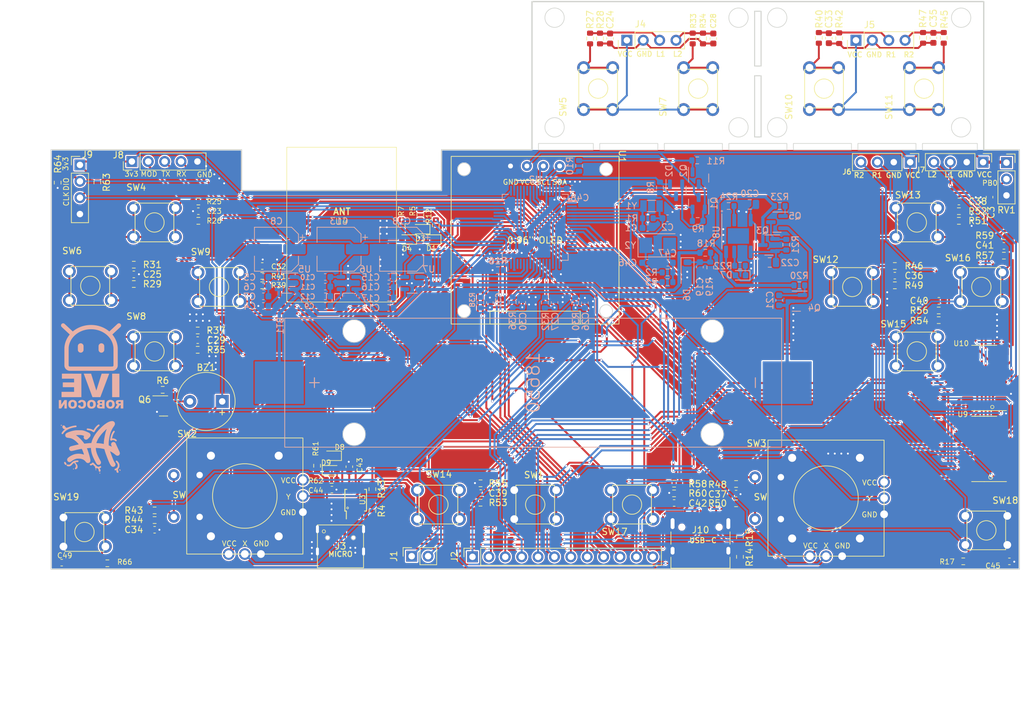
<source format=kicad_pcb>
(kicad_pcb (version 20240108) (generator "pcbnew") (generator_version "8.0")
  (layers (0 "F.Cu" signal) (31 "B.Cu" signal) (34 "B.Paste" user) (35 "F.Paste" user) (36 "B.SilkS" user "B.Silkscreen") (37 "F.SilkS" user "F.Silkscreen") (38 "B.Mask" user) (39 "F.Mask" user) (44 "Edge.Cuts" user))
  (net 0 "")
  (net 1 "+BATT")
  (net 2 "-BATT")
  (net 3 "Net-(D2-K)")
  (net 4 "Net-(R27-Pad1)")
  (net 5 "Net-(R29-Pad1)")
  (net 6 "Net-(R33-Pad1)")
  (net 7 "/MOD")
  (net 8 "VCC")
  (net 9 "/UART2_RX")
  (net 10 "/UART2_TX")
  (net 11 "/buttons/conn_vcc_L")
  (net 12 "/buttons/conn_vcc_R")
  (net 13 "/power_part/BAT_VOLT")
  (net 14 "/buttons/X1")
  (net 15 "/buttons/X2")
  (net 16 "/buttons/Y1")
  (net 17 "/buttons/Y2")
  (net 18 "/buttons/SW1")
  (net 19 "/buttons/SW2")
  (net 20 "Net-(R25-Pad1)")
  (net 21 "Net-(R35-Pad1)")
  (net 22 "Net-(R39-Pad1)")
  (net 23 "Net-(R40-Pad1)")
  (net 24 "GND")
  (net 25 "/I2C1_SDA")
  (net 26 "/I2C1_SCL")
  (net 27 "Net-(R45-Pad1)")
  (net 28 "Net-(R46-Pad1)")
  (net 29 "Net-(R51-Pad1)")
  (net 30 "Net-(R53-Pad1)")
  (net 31 "Net-(R54-Pad1)")
  (net 32 "Net-(R57-Pad1)")
  (net 33 "Net-(R58-Pad1)")
  (net 34 "Net-(BZ1-+)")
  (net 35 "+3V3")
  (net 36 "/OSC32_IN")
  (net 37 "/OSC32_OUT")
  (net 38 "/PB0")
  (net 39 "Net-(U5-BP)")
  (net 40 "Net-(U6-BP)")
  (net 41 "Net-(U7-BP)")
  (net 42 "+5V")
  (net 43 "Net-(Q4-G)")
  (net 44 "Net-(Q3-S)")
  (net 45 "/buttons/D0_0")
  (net 46 "Net-(J4-Pin_3)")
  (net 47 "/buttons/conn_gnd_L")
  (net 48 "/buttons/D1_0")
  (net 49 "/buttons/X1_filtered")
  (net 50 "/buttons/Y1_filtered")
  (net 51 "Net-(J4-Pin_4)")
  (net 52 "/buttons/D2_0")
  (net 53 "/buttons/X2_filtered")
  (net 54 "/buttons/Y2_filtered")
  (net 55 "/buttons/D3_0")
  (net 56 "/buttons/conn_gnd_R")
  (net 57 "Net-(J5-Pin_3)")
  (net 58 "/buttons/D0_1")
  (net 59 "Net-(J5-Pin_4)")
  (net 60 "/buttons/D4_0")
  (net 61 "/buttons/D1_1")
  (net 62 "/buttons/D5_0")
  (net 63 "/buttons/D2_1")
  (net 64 "/buttons/D6_0")
  (net 65 "/buttons/D7_0")
  (net 66 "/buttons/D3_1")
  (net 67 "Net-(U3-V3)")
  (net 68 "/RST")
  (net 69 "/OSC_IN")
  (net 70 "Net-(C47-Pad1)")
  (net 71 "/BLE_RESET")
  (net 72 "Net-(D1-A)")
  (net 73 "Net-(Q1-G)")
  (net 74 "/PG1")
  (net 75 "Net-(D3-A)")
  (net 76 "Net-(D4-A)")
  (net 77 "Net-(D7-K)")
  (net 78 "Net-(D8-A)")
  (net 79 "/UART1_RX")
  (net 80 "/UART1_TX")
  (net 81 "Net-(D9-A)")
  (net 82 "/PA11")
  (net 83 "/PA12")
  (net 84 "/PC3")
  (net 85 "/PC9")
  (net 86 "/PC5")
  (net 87 "/PC6")
  (net 88 "/PC4")
  (net 89 "/PC2")
  (net 90 "/PC11")
  (net 91 "/PC8")
  (net 92 "/PC1")
  (net 93 "/PC7")
  (net 94 "/PC10")
  (net 95 "/PC0")
  (net 96 "/power_part/D+")
  (net 98 "/power_part/D-")
  (net 99 "/buttons/D7_1")
  (net 100 "/buttons/D6_1")
  (net 101 "/buttons/D5_1")
  (net 102 "/buttons/D4_1")
  (net 103 "/SWDIO")
  (net 104 "/SWCLK")
  (net 105 "Net-(Q2-G)")
  (net 106 "Net-(Q3-G)")
  (net 107 "Net-(Q5-G)")
  (net 108 "Net-(Q6-G)")
  (net 109 "/OSC_OUT")
  (net 110 "/usb2ttl/~{RTS}")
  (net 111 "/PB15")
  (net 112 "/PB13")
  (net 113 "/PB14")
  (net 114 "/PG2")
  (net 115 "/PA8")
  (net 116 "/BOOT0")
  (net 117 "/BOOT1")
  (net 118 "Net-(U8-CHRG)")
  (net 119 "Net-(U8-PROG)")
  (net 120 "/CP")
  (net 125 "/Q7_1")
  (net 129 "/~{CE}")
  (net 130 "/VBAT")
  (net 131 "/~{PL}")
  (net 135 "/buttons/Q7_0")
  (net 160 "Net-(J10-CC2)")
  (net 161 "Net-(J10-CC1)")
  (footprint "IVE:SW-6-6" (layer "F.Cu") (at 161.1311 72.25)
    (property "Reference" "SW12")
    (property "Value" "X")
  )
  (footprint "Capacitor_SMD:C_0603_1608Metric" (layer "F.Cu") (at 160.5 36.675 -90)
    (property "Reference" "C33")
    (property "Value" "C_Small")
  )
  (footprint "Resistor_SMD:R_0603_1608Metric" (layer "F.Cu") (at 62.7 82 180)
    (property "Reference" "R37")
    (property "Value" "R_Small")
  )
  (footprint "IVE:SW-6-6" (layer "F.Cu") (at 63 72.25)
    (property "Reference" "SW9")
    (property "Value" "Right")
  )
  (footprint "Capacitor_SMD:C_0603_1608Metric" (layer "F.Cu") (at 126.6 36.725 -90)
    (property "Reference" "C24")
    (property "Value" "C_Small")
  )
  (footprint "IVE:SW-6-6" (layer "F.Cu") (at 181.1311 72.25)
    (property "Reference" "SW16")
    (property "Value" "B")
  )
  (footprint "Capacitor_SMD:C_0603_1608Metric" (layer "F.Cu") (at 177.55 77.4 180)
    (property "Reference" "C40")
    (property "Value" "C_Small")
  )
  (footprint "Connector_PinHeader_2.54mm:PinHeader_1x04_P2.54mm_Vertical" (layer "F.Cu") (at 44.45 56.33)
    (property "Reference" "J9")
    (property "Value" "Conn_01x04_Pin")
  )
  (footprint "IVE:0.96-OLED" (layer "F.Cu") (at 127.98 55 -90)
    (property "Reference" "U1")
    (property "Value" "0.96\"-OLED")
    (fp_circle (center 2 24) (end 3 24) (stroke (width 0.12)) (fill none) (layer "Edge.Cuts"))
    (fp_circle (center 24 24) (end 25 24) (stroke (width 0.12)) (fill none) (layer "Edge.Cuts"))
    (fp_circle (center 2 2) (end 3 2) (stroke (width 0.12)) (fill none) (layer "Edge.Cuts"))
    (fp_circle (center 24 2) (end 25 2) (stroke (width 0.12)) (fill none) (layer "Edge.Cuts"))
  )
  (footprint "IVE:SW-6-6" (layer "F.Cu") (at 97 106)
    (property "Reference" "SW14")
    (property "Value" "Estop")
  )
  (footprint "Resistor_SMD:R_0603_1608Metric" (layer "F.Cu") (at 187.625 70.4 180)
    (property "Reference" "R57")
    (property "Value" "R_Small")
  )
  (footprint "Connector_PinHeader_2.54mm:PinHeader_1x05_P2.54mm_Vertical" (layer "F.Cu") (at 52.5 55.8 90)
    (property "Reference" "J8")
    (property "Value" "BLE")
  )
  (footprint "IVE:SW-6-6" (layer "F.Cu") (at 187.9 116 180)
    (property "Reference" "SW18")
    (property "Value" "Reset")
  )
  (footprint "Resistor_SMD:R_0603_1608Metric" (layer "F.Cu") (at 146.725 114.05 90)
    (property "Reference" "R15")
    (property "Value" "5k1")
  )
  (footprint "Resistor_SMD:R_0603_1608Metric" (layer "F.Cu") (at 123.5 36.725 90)
    (property "Reference" "R27")
    (property "Value" "R_Small")
  )
  (footprint "Resistor_SMD:R_0603_1608Metric" (layer "F.Cu") (at 52.8 71.8 180)
    (property "Reference" "R31")
    (property "Value" "R_Small")
  )
  (footprint "Resistor_SMD:R_0603_1608Metric" (layer "F.Cu") (at 97.2 64.075 90)
    (property "Reference" "R5")
    (property "Value" "1k")
  )
  (footprint "Resistor_SMD:R_0603_1608Metric" (layer "F.Cu") (at 187.625 67.38 180)
    (property "Reference" "R59")
    (property "Value" "R_Small")
  )
  (footprint "Resistor_SMD:R_0603_1608Metric" (layer "F.Cu") (at 158.95 36.63 90)
    (property "Reference" "R40")
    (property "Value" "R_Small")
  )
  (footprint "Connector_PinSocket_2.54mm:PinSocket_1x12_P2.54mm_Vertical" (layer "F.Cu") (at 105.28 117.1 90)
    (property "Reference" "J2")
    (property "Value" "Conn_01x12_Socket")
  )
  (footprint "Resistor_SMD:R_0603_1608Metric" (layer "F.Cu") (at 62.8 65)
    (property "Reference" "R26")
    (property "Value" "R_Small")
  )
  (footprint "Resistor_SMD:R_0603_1608Metric" (layer "F.Cu") (at 170.725 72)
    (property "Reference" "R46")
    (property "Value" "R_Small")
  )
  (footprint "Capacitor_SMD:C_0603_1608Metric" (layer "F.Cu") (at 170.725 73.5 180)
    (property "Reference" "C36")
    (property "Value" "C_Small")
  )
  (footprint "IVE:USB_C_Receptacle_16P_4H" (layer "F.Cu") (at 140.605 115.075)
    (property "Reference" "J10")
    (property "Value" "USB_C_Receptacle")
  )
  (footprint "Resistor_SMD:R_0603_1608Metric" (layer "F.Cu") (at 57.275 91.2)
    (property "Reference" "R6")
    (property "Value" "220")
  )
  (footprint "Resistor_SMD:R_0603_1608Metric" (layer "F.Cu") (at 136.515 107.26)
    (property "Reference" "R60")
    (property "Value" "R_Small")
  )
  (footprint "Resistor_SMD:R_0603_1608Metric" (layer "F.Cu") (at 52.8 74.8 180)
    (property "Reference" "R29")
    (property "Value" "R_Small")
  )
  (footprint "Resistor_SMD:R_0603_1608Metric" (layer "F.Cu") (at 125.04 36.725 90)
    (property "Reference" "R28")
    (property "Value" "R_Small")
  )
  (footprint "Resistor_SMD:R_0603_1608Metric" (layer "F.Cu") (at 146.125 108.8 180)
    (property "Reference" "R50")
    (property "Value" "R_Small")
  )
  (footprint "IVE:joystick2" (layer "F.Cu") (at 61 98.6655)
    (property "Reference" "SW2")
    (property "Value" "joystick")
  )
  (footprint "IVE:joystick2" (layer "F.Cu") (at 151.0605 99)
    (property "Reference" "SW3")
    (property "Value" "joystick")
  )
  (footprint "Capacitor_SMD:C_0603_1608Metric" (layer "F.Cu") (at 176.7 36.625 -90)
    (property "Reference" "C35")
    (property "Value" "C_Small")
  )
  (footprint "IVE:SW-6-6" (layer "F.Cu") (at 171.1311 62.25)
    (property "Reference" "SW13")
    (property "Value" "Y")
  )
  (footprint "Resistor_SMD:R_0603_1608Metric" (layer "F.Cu") (at 177.525 78.9)
    (property "Reference" "R56")
    (property "Value" "R_Small")
  )
  (footprint "IVE:SW-6-6" (layer "F.Cu") (at 121.75 47.5 90)
    (property "Reference" "SW5")
    (property "Value" "L1")
  )
  (footprint "Capacitor_SMD:C_0603_1608Metric" (layer "F.Cu") (at 56.025 112.9)
    (property "Reference" "C34")
    (property "Value" "C_Small")
  )
  (footprint "Capacitor_SMD:C_0603_1608Metric" (layer "F.Cu") (at 106.555 107.22 180)
    (property "Reference" "C39")
    (property "Value" "C_Small")
  )
  (footprint "Capacitor_SMD:C_0603_1608Metric" (layer "F.Cu") (at 142.6 36.725 -90)
    (property "Reference" "C28")
    (property "Value" "C_Small")
  )
  (footprint "Capacitor_SMD:C_0603_1608Metric" (layer "F.Cu") (at 41.625 118 180)
    (property "Reference" "C49")
    (property "Value" "1u")
  )
  (footprint "Resistor_SMD:R_0603_1608Metric" (layer "F.Cu") (at 106.525 105.7)
    (property "Reference" "R55")
    (property "Value" "R_Small")
  )
  (footprint "Resistor_SMD:R_0603_1608Metric" (layer "F.Cu") (at 99.6 65.675 90)
    (property "Reference" "R12")
    (property "Value" "1k")
  )
  (footprint "Capacitor_SMD:C_0603_1608Metric" (layer "F.Cu") (at 83.495 106.675 180)
    (property "Reference" "C44")
    (property "Value" "0.1u")
  )
  (footprint "LED_SMD:LED_0603_1608Metric" (layer "F.Cu") (at 83.4825 103.675)
    (property "Reference" "D9")
    (property "Value" "GREEN")
  )
  (footprint "Resistor_SMD:R_0603_1608Metric" (layer "F.Cu") (at 72.7 75 180)
    (property "Reference" "R39")
    (property "Value" "R_Small")
  )
  (footprint "IVE:SW-6-6" (layer "F.Cu") (at 42.15 110.25)
    (property "Reference" "SW19")
    (property "Value" "BLE_RST")
  )
  (footprint "Capacitor_SMD:C_0603_1608Metric" (layer "F.Cu") (at 62.7 83.5)
    (property "Reference" "C29")
    (property "Value" "C_Small")
  )
  (footprint "IVE:SW-6-6" (layer "F.Cu") (at 53 62.25)
    (property "Reference" "SW4")
    (property "Value" "Up")
  )
  (footprint "Resistor_SMD:R_0603_1608Metric" (layer "F.Cu") (at 94.3 65.675 90)
    (property "Reference" "R7")
    (property "Value" "1k")
  )
  (footprint "Resistor_SMD:R_0603_1608Metric" (layer "F.Cu") (at 56.025 109.9 180)
    (property "Reference" "R43")
    (property "Value" "R_Small")
  )
  (footprint "Resistor_SMD:R_0603_1608Metric" (layer "F.Cu") (at 180.65 65 180)
    (property "Reference" "R51")
    (property "Value" "R_Small")
  )
  (footprint "Resistor_SMD:R_0603_1608Metric" (layer "F.Cu") (at 106.525 108.7)
    (property "Reference" "R53")
    (property "Value" "R_Small")
  )
  (footprint "Capacitor_SMD:C_0603_1608Metric" (layer "F.Cu") (at 72.7 72)
    (property "Reference" "C32")
    (property "Value" "C_Small")
  )
  (footprint "Capacitor_SMD:C_0603_1608Metric" (layer "F.Cu") (at 180.65 62)
    (property "Reference" "C38")
    (property "Value" "C_Small")
  )
  (footprint "IVE:SW-6-6" (layer "F.Cu") (at 53 82.25)
    (property "Reference" "SW8")
    (property "Value" "Down")
  )
  (footprint "Resistor_SMD:R_0603_1608Metric" (layer "F.Cu") (at 146.725 117.1 90)
    (property "Reference" "R14")
    (property "Value" "5k1")
  )
  (footprint "IVE:Buzzer_9x5.5RM5.0" (layer "F.Cu") (at 64 93 180)
    (property "Reference" "BZ1")
    (property "Value" "Buzzer")
  )
  (footprint "Connector_PinHeader_2.54mm:PinHeader_1x04_P2.54mm_Vertical" (layer "F.Cu") (at 184.4 55.9 -90)
    (property "Reference" "J7")
    (property "Value" "Conn_01x04_Pin")
  )
  (footprint "Resistor_SMD:R_0603_1608Metric" (layer "F.Cu") (at 136.525 105.75)
    (property "Reference" "R58")
    (property "Value" "R_Small")
  )
  (footprint "Connector_PinHeader_2.54mm:PinHeader_1x04_P2.54mm_Vertical" (layer "F.Cu") (at 173.1 55.9 -90)
    (property "Reference" "J6")
    (property "Value" "Conn_01x04_Pin")
  )
  (footprint "Package_SO:SO-16_3.9x9.9mm_P1.27mm" (layer "F.Cu") (at 184.575 89.365 180)
    (property "Reference" "U10")
    (property "Value" "74HC165")
  )
  (footprint "Capacitor_SMD:C_0603_1608Metric" (layer "F.Cu") (at 187.625 68.88)
    (property "Reference" "C41")
    (property "Value" "C_Small")
  )
  (footprint "Capacitor_SMD:C_0603_1608Metric" (layer "F.Cu") (at 185.4 61.325 -90)
    (property "Reference" "C3")
    (property "Value" "100n")
  )
  (footprint "Resistor_SMD:R_0603_1608Metric" (layer "F.Cu") (at 62.8 62)
    (property "Reference" "R25")
    (property "Value" "R_Small")
  )
  (footprint "Connector_PinSocket_2.54mm:PinSocket_1x03_P2.54mm_Vertical" (layer "F.Cu") (at 188.025 55.975)
    (property "Reference" "RV1")
    (property "Value" "10k")
  )
  (footprint "Resistor_SMD:R_0603_1608Metric" (layer "F.Cu") (at 162.1 36.675 90)
    (property "Reference" "R42")
    (property "Value" "R_Small")
  )
  (footprint "IVE:USB_Micro_5p" (layer "F.Cu") (at 81.25 112.15)
    (property "Reference" "J3")
    (property "Value" "USB_B_Micro")
    (fp_circle (center 1.575 1.9812) (end 1.9 1.9812) (stroke (width 0.1)) (fill none) (layer "Edge.Cuts"))
    (fp_circle (center 5.575 1.9812) (end 5.9 1.9812) (stroke (width 0.1)) (fill none) (layer "Edge.Cuts"))
  )
  (footprint "Resistor_SMD:R_0603_1608Metric" (layer "F.Cu") (at 170.725 75)
    (property "Reference" "R49")
    (property "Value" "R_Small")
  )
  (footprint "Resistor_SMD:R_0603_1608Metric" (layer "F.Cu") (at 181.325 117.8)
    (property "Reference" "R17")
    (property "Value" "10k")
  )
  (footprint "Resistor_SMD:R_0603_1608Metric" (layer "F.Cu") (at 175.1 36.625 90)
    (property "Reference" "R47")
    (property "Value" "R_Small")
  )
  (footprint "LED_SMD:LED_0603_1608Metric" (layer "F.Cu") (at 95.13 67.9 180)
    (property "Reference" "D4")
    (property "Value" "Green")
  )
  (footprint "IVE:E104-BT53C3" (layer "F.Cu") (at 85 65.09)
    (property "Reference" "U4")
    (property "Value" "~")
  )
  (footprint "Connector_PinHeader_2.54mm:PinHeader_1x04_P2.54mm_Vertical" (layer "F.Cu") (at 129.2 37 90)
    (property "Reference" "J4")
    (property "Value" "Conn_01x04_Pin")
  )
  (footprint "Capacitor_SMD:C_0603_1608Metric" (layer "F.Cu") (at 188.475 117.8)
    (property "Reference" "C45")
    (property "Value" "1u")
  )
  (footprint "IVE:SW-6-6" (layer "F.Cu") (at 43.0605 72.0845)
    (property "Reference" "SW6")
    (property "Value" "Left")
  )
  (footprint "Connector_PinHeader_2.54mm:PinHeader_1x04_P2.54mm_Vertical" (layer "F.Cu") (at 164.7 37 90)
    (property "Reference" "J5")
    (property "Value" "Conn_01x04_Pin")
  )
  (footprint "Capacitor_SMD:C_0603_1608Metric" (layer "F.Cu") (at 146.125 107.3)
    (property "Reference" "C37")
    (property "Value" "C_Small")
  )
  (footprint "Resistor_SMD:R_0603_1608Metric" (layer "F.Cu") (at 139.4 36.725 90)
    (property "Reference" "R33")
    (property "Value" "R_Small")
  )
  (footprint "LED_SMD:LED_0603_1608Metric" (layer "F.Cu") (at 83.4825 101.425 180)
    (property "Reference" "D8")
    (property "Value" "YELLOW")
  )
  (footprint "Resistor_SMD:R_0603_1608Metric" (layer "F.Cu") (at 89.77 106.6 -90)
    (property "Reference" "R13")
    (property "Value" "4k7")
  )
  (footprint "Resistor_SMD:R_0603_1608Metric" (layer "F.Cu") (at 72.7 73.53 180)
    (property "Reference" "R41")
    (property "Value" "R_Small")
  )
  (footprint "Resistor_SMD:R_0603_1608Metric" (layer "F.Cu") (at 141 36.725 90)
    (property "Reference" "R34")
    (property "Value" "R_Small")
  )
  (footprint "Resistor_SMD:R_0603_1608Metric" (layer "F.Cu") (at 62.7 85 180)
    (property "Reference" "R35")
    (property "Value" "R_Small")
  )
  (footprint "Connector_PinSocket_2.54mm:PinSocket_1x02_P2.54mm_Vertical" (layer "F.Cu") (at 95.86 117 90)
    (property "Reference" "J1")
    (property "Value" "Conn_01x02_Socket")
  )
  (footprint "LED_SMD:LED_0603_1608Metric" (layer "F.Cu") (at 97.2 66.3 180)
    (property "Reference" "D3")
    (property "Value" "Yellow")
  )
  (footprint "LED_SMD:LED_0603_1608Metric" (layer "F.Cu") (at 98.9 67.9 180)
    (property "Reference" "D1")
    (property "Value" "Red")
  )
  (footprint "Resistor_SMD:R_0603_1608Metric" (layer "F.Cu") (at 83.445 105.175)
    (property "Reference" "R62")
    (property "Value" "2k")
  )
  (footprint "Resistor_SMD:R_0603_1608Metric" (layer "F.Cu") (at 41 59.075 -90)
    (property "Reference" "R64")
    (property "Value" "10k")
  )
  (footprint "Resistor_SMD:R_0603_1608Metric" (layer "F.Cu") (at 47.15 59.035 -90)
    (property "Reference" "R63")
    (property "Value" "10k")
  )
  (footprint "Resistor_SMD:R_0603_1608Metric" (layer "F.Cu") (at 178.3 36.625 90)
    (property "Reference" "R45")
    (property "Value" "R_Small")
  )
  (footprint "IVE:SW-6-6" (layer "F.Cu") (at 127 106)
    (property "Reference" "SW17")
    (property "Value" "Hold")
  )
  (footprint "Resistor_SMD:R_0603_1608Metric" (layer "F.Cu") (at 89.77 110 -90)
    (property "Reference" "R4")
    (property "Value" "1k")
  )
  (footprint "Resistor_SMD:R_0603_1608Metric" (layer "F.Cu") (at 48.7 118.1 180)
    (property "Reference" "R66")
    (property "Value" "10k")
  )
  (footprint "Package_TO_SOT_SMD:SOT-23" (layer "F.Cu") (at 57.4125 93.7)
    (property "Reference" "Q6")
    (property "Value" "AO3400A")
  )
  (footprint "Resistor_SMD:R_0603_1608Metric" (layer "F.Cu") (at 81.2 102.975 90)
    (property "Reference" "R61")
    (property "Value" "2k")
  )
  (footprint "Resistor_SMD:R_0603_1608Metric" (layer "F.Cu") (at 146.125 105.8 180)
    (property "Reference" "R48")
    (property "Value" "R_Small")
  )
  (footprint "Resistor_SMD:R_0603_1608Metric" (layer "F.Cu") (at 180.65 63.5 180)
    (property "Reference" "R52")
    (property "Value" "R_Small")
  )
  (footprint "Capacitor_SMD:C_0603_1608Metric" (layer "F.Cu") (at 62.8 63.5 180)
    (property "Reference" "C23")
    (property "Value" "C_Small")
  )
  (footprint "Resistor_SMD:R_0603_1608Metric" (layer "F.Cu") (at 56.025 111.4 180)
    (property "Reference" "R44")
    (property "Value" "R_Small")
  )
  (footprint "Package_SO:SO-16_3.9x9.9mm_P1.27mm" (layer "F.Cu") (at 184.575 100.365 180)
    (property "Reference" "U9")
    (property "Value" "74HC165")
  )
  (footprint "Resistor_SMD:R_0603_1608Metric" (layer "F.Cu") (at 177.525 80.4)
    (property "Reference" "R54")
    (property "Value" "R_Small")
  )
  (footprint "IVE:SW-6-6" (layer "F.Cu") (at 172.25 47.5 90)
    (property "Reference" "SW11")
    (property "Value" "R2")
  )
  (footprint "IVE:SW-6-6" (layer "F.Cu") (at 156.75 47.5 90)
    (property "Reference" "SW10")
    (property "Value" "R1")
  )
  (footprint "IVE:SW-6-6" (layer "F.Cu") (at 112 106)
    (property "Reference" "SW1")
    (property "Value" "Home")
  )
  (footprint "Capacitor_SMD:C_0603_1608Metric" (layer "F.Cu") (at 86.2 103.125 90)
    (property "Reference" "C43")
    (property "Value" "0.1u")
  )
  (footprint "Capacitor_SMD:C_0603_1608Metric" (layer "F.Cu") (at 136.525 108.75 180)
    (property "Reference" "C42")
    (property "Value" "C_Small")
  )
  (footprint "Package_SO:MSOP-10_3x3mm_P0.5mm" (layer "F.Cu") (at 87.18 108.32 90)
    (property "Reference" "U3")
    (property "Value" "CH340X")
  )
  (footprint "IVE:SW-6-6" (layer "F.Cu") (at 137.25 47.5 90)
    (property "Reference" "SW7")
    (property "Value" "L2")
  )
  (footprint "IVE:SW-6-6" (layer "F.Cu") (at 171.1311 82.25)
    (property "Reference" "SW15")
    (property "Value" "A")
  )
  (footprint "Capacitor_SMD:C_0603_1608Metric" (layer "F.Cu") (at 52.8 73.3)
    (property "Reference" "C25")
    (property "Value" "C_Small")
  )
  (footprint "Package_TO_SOT_SMD:SOT-23" (layer "B.Cu") (at 136.825 60.2625 -90)
    (property "Reference" "D2")
    (property "Value" "BAV70")
  )
  (footprint "Resistor_SMD:R_0603_1608Metric" (layer "B.Cu") (at 140.1 55.625 180)
    (property "Reference" "R11")
    (property "Value" "10k")
  )
  (footprint "Capacitor_SMD:C_0603_1608Metric" (layer "B.Cu") (at 82.47 76.7 180)
    (property "Reference" "C12")
    (property "Value" "2.2u")
  )
  (footprint "Resistor_SMD:R_0603_1608Metric" (layer "B.Cu") (at 134.325 59.825 -90)
    (property "Reference" "R8")
    (property "Value" "10k")
  )
  (footprint "Capacitor_SMD:C_0603_1608Metric" (layer "B.Cu") (at 122.7 77.725 90)
    (property "Reference" "C26")
    (property "Value" "C_Small")
  )
  (footprint "Capacitor_SMD:C_0603_1608Metric" (layer "B.Cu") (at 72.871238 78.2 180)
    (property "Reference" "C4")
    (property "Value" "470p")
  )
  (footprint "Capacitor_SMD:C_0603_1608Metric" (layer "B.Cu") (at 132.35 71.5)
    (property "Reference" "C46")
    (property "Value" "20p")
  )
  (footprint "Resistor_SMD:R_0603_1608Metric" (layer "B.Cu") (at 111.5 77.625 -90)
    (property "Reference" "R36")
    (property "Value" "R_Small")
  )
  (footprint "Package_SO:SOIC-8-1EP_3.9x4.9mm_P1.27mm_EP2.41x3.3mm" (layer "B.Cu") (at 146.475 67.35 -90)
    (property "Reference" "U8")
    (property "Value" "TP4056")
  )
  (footprint "Capacitor_SMD:CP_Elec_6.3x5.4" (layer "B.Cu") (at 74.901238 69.4 180)
    (property "Reference" "C8")
    (property "Value" "220u")
  )
  (footprint "Capacitor_SMD:C_0603_1608Metric" (layer "B.Cu") (at 113 77.625 90)
    (property "Reference" "C30")
    (property "Value" "C_Small")
  )
  (footprint "Capacitor_SMD:C_0603_1608Metric" (layer "B.Cu") (at 107.975 77.675 90)
    (property "Reference" "C31")
    (property "Value" "C_Small")
  )
  (footprint "Capacitor_SMD:C_0603_1608Metric" (layer "B.Cu") (at 82.47 78.2 180)
    (property "Reference" "C9")
    (property "Value" "470p")
  )
  (footprint "LED_SMD:LED_0603_1608Metric" (layer "B.Cu") (at 146.8 73.45 180)
    (property "Reference" "D7")
    (property "Value" "CHRG")
  )
  (footprint "Crystal:Crystal_SMD_5032-2Pin_5.0x3.2mm" (layer "B.Cu") (at 133.975 68.8)
    (property "Reference" "Y2")
    (property "Value" "8M")
  )
  (footprint "Resistor_SMD:R_0603_1608Metric" (layer "B.Cu") (at 142.125 72.225 -90)
    (property "Reference" "R19")
    (property "Value" "10k")
  )
  (footprint "Resistor_SMD:R_0603_1608Metric" (layer "B.Cu") (at 135.5 74.5 180)
    (property "Reference" "R3")
    (property "Value" "0")
  )
  (footprint "Capacitor_SMD:C_0603_1608Metric" (layer "B.Cu") (at 72.871238 73.69 180)
    (property "Reference" "C5")
    (property "Value" "1n")
  )
  (footprint "Capacitor_SMD:C_0603_1608Metric" (layer "B.Cu") (at 118 77.675 90)
    (property "Reference" "C27")
    (property "Value" "C_Small")
  )
  (footprint "Resistor_SMD:R_0603_1608Metric" (layer "B.Cu") (at 144.975 62.7)
    (property "Reference" "R24")
    (property "Value" "2k")
  )
  (footprint "IVE:18650" (layer "B.Cu") (at 76.1855 80.094 -90)
    (property "Reference" "BT1")
    (property "Value" "18650")
    (fp_circle (center 2 -10.75) (end 3.75 -10.75) (stroke (width 0.1)) (fill none) (layer "Edge.Cuts"))
    (fp_circle (center 18 -10.75) (end 19.75 -10.75) (stroke (width 0.1)) (fill none) (layer "Edge.Cuts"))
    (fp_circle (center 2 -66.25) (end 3.75 -66.25) (stroke (width 0.1)) (fill none) (layer "Edge.Cuts"))
    (fp_circle (center 18 -66.25) (end 19.75 -66.25) (stroke (width 0.1)) (fill none) (layer "Edge.Cuts"))
  )
  (footprint "Resistor_SMD:R_0603_1608Metric" (layer "B.Cu") (at 152.8875 62.7 180)
    (property "Reference" "R23")
    (property "Value" "1k")
  )
  (footprint "Capacitor_SMD:C_0603_1608Metric" (layer "B.Cu") (at 92.275 75.3 180)
    (property "Reference" "C16")
    (property "Value" "10n")
  )
  (footprint "IVE:IVE-Robocon-icon_10-13" (layer "B.Cu") (at 46.175 87.5 180)
    (property "Reference" "G***" (hide yes))
    (property "Value" "LOGO" (hide yes))
  )
  (footprint "Capacitor_SMD:C_0603_1608Metric" (layer "B.Cu") (at 72.871238 76.7 180)
    (property "Reference" "C7")
    (property "Value" "2.2u")
  )
  (footprint "Resistor_SMD:R_0603_1608Metric" (layer "B.Cu") (at 121.8 56.475 -90)
    (property "Reference" "R10")
    (property "Value" "1k")
  )
  (footprint "Capacitor_SMD:C_0603_1608Metric" (layer "B.Cu") (at 132.4 66.1)
    (property "Reference" "C1")
    (property "Value" "12.5p")
  )
  (footprint "Crystal:Crystal_SMD_3215-2Pin_3.2x1.5mm" (layer "B.Cu") (at 133.025 62.7)
    (property "Reference" "Y1")
    (property "Value" "32k768")
  )
  (footprint "Package_TO_SOT_SMD:SOT-23" (layer "B.Cu") (at 152.4625 65.2 180)
    (property "Reference" "Q5")
    (property "Value" "AO3400A")
  )
  (footprint "Capacitor_SMD:CP_Elec_6.3x5.4" (layer "B.Cu") (at 94.3 69.4 180)
    (property "Reference" "C18")
    (property "Value" "220u")
  )
  (footprint "Package_TO_SOT_SMD:SOT-23-5" (layer "B.Cu") (at 95.9375 74.65 180)
    (property "Reference" "U7")
    (property "Value" "MIC5219-3.3YM5")
  )
  (footprint "Capacitor_SMD:CP_Elec_6.3x5.4" (layer "B.Cu") (at 84.6 69.4 180)
    (property "Reference" "C13")
    (property "Value" "220u")
  )
  (footprint "Package_TO_SOT_SMD:SOT-23" (layer "B.Cu") (at 155.4625 77.45 180)
    (property "Reference" "Q4")
    (property "Value" "AO3400A")
  )
  (footprint "Resistor_SMD:R_0603_1608Metric" (layer "B.Cu") (at 132.45 64.6)
    (property "Reference" "R1")
    (property "Value" "1M")
  )
  (footprint "Package_TO_SOT_SMD:SOT-23" (layer "B.Cu") (at 140.325 62.2875 90)
    (property "Reference" "Q1")
    (property "Value" "AO3401A")
  )
  (footprint "Resistor_SMD:R_0603_1608Metric" (layer "B.Cu") (at 146.725 71.95 180)
    (property "Reference" "R22")
    (property "Value" "1k")
  )
  (footprint "Resistor_SMD:R_0603_1608Metric" (layer "B.Cu") (at 135.5 73)
    (property "Reference" "R2")
    (property "Value" "1M")
  )
  (footprint "Capacitor_SMD:C_0603_1608Metric" (layer "B.Cu") (at 140.525 72.175 -90)
    (property "Reference" "C19")
    (property "Value" "10n")
  )
  (footprint "Capacitor_SMD:C_0603_1608Metric" (layer "B.Cu") (at 92.275 78.5 180)
    (property "Reference" "C14")
    (property "Value" "470p")
  )
  (footprint "Package_TO_SOT_SMD:SOT-23-5" (layer "B.Cu") (at 76.438738 74.65 180)
    (property "Reference" "U5")
    (property "Value" "MIC5219-3.3YM5")
  )
  (footprint "Capacitor_SMD:C_0805_2012Metric" (layer "B.Cu") (at 151.35 71.45 180)
    (property "Reference" "C22")
    (property "Value" "10u")
  )
  (footprint "Package_TO_SOT_SMD:SOT-23-5" (layer "B.Cu") (at 86.0375 74.65 180)
    (property "Reference" "U6")
    (property "Value" "MIC5219-3.3YM5")
  )
  (footprint "Capacitor_SMD:C_0603_1608Metric" (layer "B.Cu") (at 72.871238 75.2 180)
    (property "Reference" "C6")
    (property "Value" "10n")
  )
  (footprint "Package_TO_SOT_SMD:SOT-23" (layer "B.Cu") (at 140.325 58.3625 -90)
    (property "Reference" "Q2")
    (property "Value" "AO3400A")
  )
  (footprint "Resistor_SMD:R_0603_1608Metric" (layer "B.Cu") (at 116.5 77.675 -90)
    (property "Reference" "R32")
    (property "Value" "R_Small")
  )
  (footprint "Resistor_SMD:R_0603_1608Metric" (layer "B.Cu") (at 106.5 77.675 -90)
    (property "Reference" "R38")
    (property "Value" "R_Small")
  )
  (footprint "Resistor_SMD:R_0603_1608Metric" (layer "B.Cu") (at 141.35 69.95)
    (property "Reference" "R18")
    (property "Value" "100k")
  )
  (footprint "Resistor_SMD:R_0603_1608Metric" (layer "B.Cu") (at 121.2 77.725 -90)
    (property "Reference" "R30")
    (property "Value" "R_Small")
  )
  (footprint "Capacitor_SMD:C_0603_1608Metric" (layer "B.Cu") (at 92.275 76.9 180)
    (property "Reference" "C17")
    (property "Value" "2.2u")
  )
  (footprint "Package_QFP:LQFP-64_10x10mm_P0.5mm" (layer "B.Cu") (at 115 66 180)
    (property "Reference" "U2")
    (property "Value" "STM32F446RCTx")
  )
  (footprint "Resistor_SMD:R_0603_1608Metric" (layer "B.Cu") (at 153.9 68.7 90)
    (property "Reference" "R21")
    (property "Value" "10k")
  )
  (footprint "Resistor_SMD:R_0603_1608Metric" (layer "B.Cu") (at 140.175 65.025 180)
    (property "Reference" "R9")
    (property "Value" "10k")
  )
  (footprint "Capacitor_SMD:C_0603_1608Metric" (layer "B.Cu") (at 120.675 60)
    (property "Reference" "C48")
    (property "Value" "100n")
  )
  (footprint "Watermark:AZ_10x10" (layer "B.Cu") (at 46.175 100 180)
    (property "Reference" "G***" (hide yes))
    (property "Value" "LOGO" (hide yes))
  )
  (footprint "Diode_SMD:D_SOD-123" (layer "B.Cu") (at 138.5975 73.0725 -90)
    (property "Reference" "D6")
    (property "Value" "3v6")
  )
  (footprint "Capacitor_SMD:C_0603_1608Metric" (layer "B.Cu") (at 82.47 73.7 180)
    (property "Reference" "C10")
    (property "Value" "1n")
  )
  (footprint "Capacitor_SMD:C_0603_1608Metric" (layer "B.Cu") (at 135.5 64.6)
    (property "Reference" "C2")
    (property "Value" "12.5p")
  )
  (footprint "Package_TO_SOT_SMD:SOT-23" (layer "B.Cu") (at 151.2125 68.75 180)
    (property "Reference" "Q3")
    (property "Value" "AO3401A")
  )
  (footprint "Capacitor_SMD:C_0603_1608Metric" (layer "B.Cu") (at 92.3175 73.69 180)
    (property "Reference" "C15")
    (property "Value" "1n")
  )
  (footprint "Resistor_SMD:R_0603_1608Metric" (layer "B.Cu") (at 155.925 75)
    (property "Reference" "R20")
    (property "Value" "10")
  )
  (footprint "Capacitor_SMD:C_0603_1608Metric" (layer "B.Cu") (at 152.8 77.325 -90)
    (property "Reference" "C21")
    (property "Value" "100n")
  )
  (footprint "Capacitor_SMD:C_0805_2012Metric" (layer "B.Cu") (at 148.25 62.45 180)
    (property "Reference" "C20")
    (property "Value" "10u")
  )
  (footprint "Capacitor_SMD:C_0603_1608Metric" (layer "B.Cu") (at 82.47 75.2 180)
    (property "Reference" "C11")
    (property "Value" "10n")
  )
  (footprint "Resistor_SMD:R_0603_1608Metric" (layer "B.Cu") (at 109.22 72.644 180)
    (property "Reference" "R16")
    (property "Value" "100k")
  )
  (footprint "Capacitor_SMD:C_0603_1608Metric" (layer "B.Cu") (at 135.55 71.5 180)
    (property "Reference" "C47")
    (property "Value" "20p")
  )
  (gr_rect (start 175 53) (end 183.5 54) (stroke (width 0.1)) (fill none) (layer "Edge.Cuts"))
  (gr_rect (start 155 53) (end 164 54) (stroke (width 0.1)) (fill none) (layer "Edge.Cuts"))
  (gr_rect (start 165 53) (end 174 54) (stroke (width 0.1)) (fill none) (layer "Edge.Cuts"))
  (gr_poly (pts (xy 190 119) (xy 40 119) (xy 40 54) (xy 69.49 54) (xy 69.49 60.3) (xy 100.48 60.3) (xy 100.49 54) (xy 114.5 54) (xy 114.5 31) (xy 184.5 31) (xy 184.5 54) (xy 190 54)) (stroke (width 0.2)) (fill none) (layer "Edge.Cuts"))
  (gr_rect (start 115.5 53) (end 124 54) (stroke (width 0.1)) (fill none) (layer "Edge.Cuts"))
  (gr_circle (center 146.5 50.5) (end 145 50.5) (stroke (width 0.1)) (fill none) (layer "Edge.Cuts"))
  (gr_circle (center 181 50.5) (end 179.5 50.5) (stroke (width 0.1)) (fill none) (layer "Edge.Cuts"))
  (gr_rect (start 145 53) (end 154 54) (stroke (width 0.1)) (fill none) (layer "Edge.Cuts"))
  (gr_rect (start 135 53) (end 144 54) (stroke (width 0.1)) (fill none) (layer "Edge.Cuts"))
  (gr_circle (center 181 33.5) (end 179.5 33.5) (stroke (width 0.1)) (fill none) (layer "Edge.Cuts"))
  (gr_rect (start 149 42.5) (end 150 52) (stroke (width 0.15)) (fill none) (layer "Edge.Cuts"))
  (gr_circle (center 152.5 50.5) (end 151 50.5) (stroke (width 0.1)) (fill none) (layer "Edge.Cuts"))
  (gr_circle (center 146.5 33.5) (end 145 33.5) (stroke (width 0.1)) (fill none) (layer "Edge.Cuts"))
  (gr_rect (start 125 53) (end 134 54) (stroke (width 0.1)) (fill none) (layer "Edge.Cuts"))
  (gr_rect (start 149 32.5) (end 150 41) (stroke (width 0.15)) (fill none) (layer "Edge.Cuts"))
  (gr_circle (center 118 50.5) (end 116.5 50.5) (stroke (width 0.1)) (fill none) (layer "Edge.Cuts"))
  (gr_circle (center 118 33.5) (end 116.5 33.5) (stroke (width 0.1)) (fill none) (layer "Edge.Cuts"))
  (gr_circle (center 152.5 33.5) (end 151 33.5) (stroke (width 0.1)) (fill none) (layer "Edge.Cuts"))
  (gr_text "GND" (at 62.5 58.3 0) (layer "F.SilkS") (effects (font (size 0.8 0.8) (thickness 0.12)) (justify left bottom)))
  (gr_text "RX" (at 59.3 58.2 0) (layer "F.SilkS") (effects (font (size 0.8 0.8) (thickness 0.12)) (justify left bottom)))
  (gr_text "R2  R1 GND VCC" (at 164.3 58.4 0) (layer "F.SilkS") (effects (font (size 0.8 0.8)) (justify left bottom)))
  (gr_text "VCC GND R1  R2" (at 163.3 39.7 0) (layer "F.SilkS") (effects (font (size 0.8 0.8)) (justify left bottom)))
  (gr_text "USB-C" (at 138.8 115.025 0) (layer "F.SilkS") (effects (font (size 0.8 0.8)) (justify left bottom)))
  (gr_text "ANT" (at 83.58 64.15 0) (layer "F.SilkS") (effects (font (size 1 1) (thickness 0.2) (bold yes)) (justify left bottom)))
  (gr_text "MOD" (at 53.8 58.2 0) (layer "F.SilkS") (effects (font (size 0.8 0.8) (thickness 0.12)) (justify left bottom)))
  (gr_text "TX" (at 57 58.2 0) (layer "F.SilkS") (effects (font (size 0.8 0.8) (thickness 0.12)) (justify left bottom)))
  (gr_text "3v3" (at 42.7 57.3 90) (layer "F.SilkS") (effects (font (size 0.8 0.8) (thickness 0.12) (bold yes)) (justify left bottom)))
  (gr_text "MICRO" (at 84.825 117.15 0) (layer "F.SilkS") (effects (font (size 0.8 0.8)) (justify bottom)))
  (gr_text "VCC GND L1  L2" (at 127.7 39.6 0) (layer "F.SilkS") (effects (font (size 0.8 0.8)) (justify left bottom)))
  (gr_text "CLK" (at 42.8 62.8 90) (layer "F.SilkS") (effects (font (size 0.8 0.8) (thickness 0.12) (bold yes)) (justify left bottom)))
  (gr_text "3v3" (at 51.3 58.2 0) (layer "F.SilkS") (effects (font (size 0.8 0.8) (thickness 0.12) (bold yes)) (justify left bottom)))
  (gr_text "PB0" (at 184.2 59.6 0) (layer "F.SilkS") (effects (font (size 0.8 0.8) (thickness 0.12)) (justify left bottom)))
  (gr_text "DIO" (at 42.8 60.4 90) (layer "F.SilkS") (effects (font (size 0.8 0.8) (thickness 0.12) (bold yes)) (justify left bottom)))
  (gr_text "L2  L1 GND VCC" (at 175.7 58.3 0) (layer "F.SilkS") (effects (font (size 0.8 0.8)) (justify left bottom)))
  (segment (start 101.75 75.7) (end 102.5 74.95) (width 0.5) (layer "F.Cu") (net 1))
  (segment (start 102.5 74.95) (end 103.5 74.95) (width 0.5) (layer "F.Cu") (net 1))
  (via (at 103.5 74.95) (size 0.4) (drill 0.3) (layers "F.Cu" "B.Cu") (net 1))
  (via (at 101.75 75.7) (size 0.4) (drill 0.3) (layers "F.Cu" "B.Cu") (net 1))
  (segment (start 81.401238 79.425) (end 91.2 79.425) (width 0.5) (layer "B.Cu") (net 1))
  (segment (start 155.1 75) (end 146.135682 75) (width 0.5) (layer "B.Cu") (net 1))
  (segment (start 77.576238 75.6) (end 81.401238 79.425) (width 0.5) (layer "B.Cu") (net 1))
  (segment (start 87.837499 73.7) (end 88.2875 74.150001) (width 0.5) (layer "B.Cu") (net 1))
  (segment (start 146.135682 75) (end 143.8 72.664318) (width 0.5) (layer "B.Cu") (net 1))
  (segment (start 124.937112 75.74569) (end 136.50181 75.74569) (width 0.5) (layer "B.Cu") (net 1))
  (segment (start 78.238737 75.6) (end 77.576238 75.6) (width 0.5) (layer "B.Cu") (net 1))
  (segment (start 87.175 75.6) (end 87.175 75.899999) (width 0.5) (layer "B.Cu") (net 1))
  (segment (start 140.525 69.95) (end 142.0125 68.4625) (width 0.5) (layer "B.Cu") (net 1))
  (segment (start 124.141422 74.95) (end 124.937112 75.74569) (width 0.5) (layer "B.Cu") (net 1))
  (segment (start 75.3355 90.094) (end 75.3355 79.3505) (width 0.5) (layer "B.Cu") (net 1))
  (segment (start 98.1875 74.118261) (end 98.1875 75.2125) (width 0.5) (layer "B.Cu") (net 1))
  (segment (start 93.560828 79.425) (end 97.075 75.910828) (width 0.5) (layer "B.Cu") (net 1))
  (segment (start 97.075 75.910828) (end 97.075 75.6) (width 0.5) (layer "B.Cu") (net 1))
  (segment (start 97.769239 73.7) (end 98.1875 74.118261) (width 0.5) (layer "B.Cu") (net 1))
  (segment (start 103.5 74.95) (end 124.141422 74.95) (width 0.5) (layer "B.Cu") (net 1))
  (segment (start 88.1 75.6) (end 87.175 75.6) (width 0.5) (layer "B.Cu") (net 1))
  (segment (start 78.8 75.038737) (end 78.238737 75.6) (width 0.5) (layer "B.Cu") (net 1))
  (segment (start 101.7 75.65) (end 97.85 75.65) (width 0.5) (layer "B.Cu") (net 1))
  (segment (start 77.576238 73.7) (end 78.238737 73.7) (width 0.5) (layer "B.Cu") (net 1))
  (segment (start 75.3355 79.3505) (end 78.331119 76.354881) (width 0.5) (layer "B.Cu") (net 1))
  (segment (start 142.0125 68.4625) (end 142.08728 68.4625) (width 0.5) (layer "B.Cu") (net 1))
  (segment (start 150.275 64.4875) (end 150.275 68.75) (width 0.5) (layer "B.Cu") (net 1))
  (segment (start 142.0125 68.4625) (end 143.3 67.175) (width 0.5) (layer "B.Cu") (net 1))
  (segment (start 143.8 70.17522) (end 142.08728 68.4625) (width 0.5) (layer "B.Cu") (net 1))
  (segment (start 87.175 75.899999) (end 90.700001 79.425) (width 0.5) (layer "B.Cu") (net 1))
  (segment (start 90.700001 79.425) (end 91.2 79.425) (width 0.5) (layer "B.Cu") (net 1))
  (segment (start 150.6375 61.275) (end 152.0625 62.7) (width 0.5) (layer "B.Cu") (net 1))
  (segment (start 88.2875 74.150001) (end 88.2875 75.4125) (width 0.5) (layer "B.Cu") (net 1))
  (segment (start 137.275 69.95) (end 140.525 69.95) (width 0.5) (layer "B.Cu") (net 1))
  (segment (start 87.175 73.7) (end 87.837499 73.7) (width 0.5) (layer "B.Cu") (net 1))
  (segment (start 88.2875 75.4125) (end 88.1 75.6) (width 0.5) (layer "B.Cu") (net 1))
  (segment (start 78.238737 73.7) (end 78.8 74.261263) (width 0.5) (layer "B.Cu") (net 1))
  (segment (start 78.331119 76.354881) (end 77.576238 75.6) (width 0.5) (layer "B.Cu") (net 1))
  (segment (start 101.75 75.7) (end 101.7 75.65) (width 0.5) (layer "B.Cu") (net 1))
  (segment (start 97.075 75.6) (end 97.8 75.6) (width 0.5) (layer "B.Cu") (net 1))
  (segment (start 143.3 67.175) (end 143.3 62.15022) (width 0.5) (layer "B.Cu") (net 1))
  (segment (start 136.50181 75.74569) (end 137.275 74.9725) (width 0.5) (layer "B.Cu") (net 1))
  (segment (start 78.8 74.261263) (end 78.8 75.038737) (width 0.5) (layer "B.Cu") (net 1))
  (segment (start 144.17522 61.275) (end 150.6375 61.275) (width 0.5) (layer "B.Cu") (net 1))
  (segment (start 91.2 79.425) (end 93.560828 79.425) (width 0.5) (layer "B.Cu") (net 1))
  (segment (start 98.1875 75.2125) (end 97.8 75.6) (width 0.5) (layer "B.Cu") (net 1))
  (segment (start 152.0625 62.7) (end 150.275 64.4875) (width 0.5) (layer "B.Cu") (net 1))
  (segment (start 97.85 75.65) (end 97.8 75.6) (width 0.5) (layer "B.Cu") (net 1))
  (segment (start 97.075 73.7) (end 97.769239 73.7) (width 0.5) (layer "B.Cu") (net 1))
  (segment (start 137.275 74.9725) (end 137.275 69.95) (width 0.5) (layer "B.Cu") (net 1))
  (segment (start 143.3 62.15022) (end 144.17522 61.275) (width 0.5) (layer "B.Cu") (net 1))
  (segment (start 143.8 72.664318) (end 143.8 70.17522) (width 0.5) (layer "B.Cu") (net 1))
  (segment (start 154.0355 77.9645) (end 154.0355 90.094) (width 0.5) (layer "B.Cu") (net 2))
  (segment (start 157.6 69.612501) (end 157.6 76.890184) (width 0.5) (layer "B.Cu") (net 2))
  (segment (start 154.525 77.475) (end 154.0355 77.9645) (width 0.5) (layer "B.Cu") (net 2))
  (segment (start 154.525 77.45) (end 154.525 77.475) (width 0.5) (layer "B.Cu") (net 2))
  (segment (start 154.137499 66.15) (end 157.6 69.612501) (width 0.5) (layer "B.Cu") (net 2))
  (segment (start 153.875 78.1) (end 154.525 77.45) (width 0.5) (layer "B.Cu") (net 2))
  (segment (start 157.040184 77.45) (end 154.525 77.45) (width 0.5) (layer "B.Cu") (net 2))
  (segment (start 152.8 78.1) (end 153.875 78.1) (width 0.5) (layer "B.Cu") (net 2))
  (segment (start 157.6 76.890184) (end 157.040184 77.45) (width 0.5) (layer "B.Cu") (net 2))
  (segment (start 153.4 66.15) (end 154.137499 66.15) (width 0.5) (layer "B.Cu") (net 2))
  (segment (start 118.25 106.75) (end 118.25 111.25) (width 0.3) (layer "F.Cu") (net 3))
  (segment (start 136.5 96.2) (end 132.8 99.9) (width 0.3) (layer "F.Cu") (net 3))
  (segment (start 136.5 77.217872) (end 136.5 81.65) (width 0.3) (layer "F.Cu") (net 3))
  (segment (start 133.827818 74.54569) (end 136.5 77.217872) (width 0.3) (layer "F.Cu") (net 3))
  (segment (start 127.65 62.5) (end 127.65 69.470712) (width 0.3) (layer "F.Cu") (net 3))
  (segment (start 132.724978 74.54569) (end 133.827818 74.54569) (width 0.3) (layer "F.Cu") (net 3))
  (segment (start 127.65 69.470712) (end 132.724978 74.54569) (width 0.3) (layer "F.Cu") (net 3))
  (via (at 136.5 96.2) (size 0.4) (drill 0.3) (layers "F.Cu" "B.Cu") (net 3))
  (via (at 132.8 99.9) (size 0.4) (drill 0.3) (layers "F.Cu" "B.Cu") (net 3))
  (via (at 127.65 62.5) (size 0.4) (drill 0.3) (layers "F.Cu" "B.Cu") (net 3))
  (via (at 136.5 81.65) (size 0.4) (drill 0.3) (layers "F.Cu" "B.Cu") (net 3))
  (segment (start 136.133358 61.2) (end 134.833358 59.9) (width 0.3) (layer "B.Cu") (net 3))
  (segment (start 125.1 99.9) (end 118.25 106.75) (width 0.3) (layer "B.Cu") (net 3))
  (segment (start 130.25 59.9) (end 127.65 62.5) (width 0.3) (layer "B.Cu") (net 3))
  (segment (start 136.825 61.2) (end 136.133358 61.2) (width 0.3) (layer "B.Cu") (net 3))
  (segment (start 132.8 99.9) (end 125.1 99.9) (width 0.3) (layer "B.Cu") (net 3))
  (segment (start 136.5 81.65) (end 136.5 96.2) (width 0.3) (layer "B.Cu") (net 3))
  (segment (start 134.833358 59.9) (end 130.25 59.9) (width 0.3) (layer "B.Cu") (net 3))
  (segment (start 127 41.25) (end 122.5 41.25) (width 0.3) (layer "F.Cu") (net 4))
  (segment (start 123.5 37.55) (end 123.5 40.25) (width 0.3) (layer "F.Cu") (net 4))
  (segment (start 123.5 40.25) (end 122.5 41.25) (width 0.3) (layer "F.Cu") (net 4))
  (segment (start 53.625 74.8) (end 51.0905 77.3345) (width 0.3) (layer "F.Cu") (net 5))
  (segment (start 49.3105 72.8345) (end 49.3105 77.3345) (width 0.3) (layer "F.Cu") (net 5))
  (segment (start 51.0905 77.3345) (end 49.3105 77.3345) (width 0.3) (layer "F.Cu") (net 5))
  (segment (start 142.5 41.25) (end 138 41.25) (width 0.3) (layer "F.Cu") (net 6))
  (segment (start 139.4 39.85) (end 138 41.25) (width 0.3) (layer "F.Cu") (net 6))
  (segment (start 139.4 37.55) (end 139.4 39.85) (width 0.3) (layer "F.Cu") (net 6))
  (segment (start 75.463358 72.58) (end 76.75 72.58) (width 0.3) (layer "F.Cu") (net 7))
  (segment (start 75.463358 76.713358) (end 75.463358 72.58) (width 0.3) (layer "F.Cu") (net 7))
  (segment (start 55.04 56.44) (end 59.775 61.175) (width 0.3) (layer "F.Cu") (net 7))
  (segment (start 64.058358 61.175) (end 75.463358 72.58) (width 0.3) (layer "F.Cu") (net 7))
  (segment (start 55.04 55.8) (end 55.04 56.44) (width 0.3) (layer "F.Cu") (net 7))
  (segment (start 78.1 78.3) (end 77.05 78.3) (width 0.3) (layer "F.Cu") (net 7))
  (segment (start 104.55 73.6) (end 98.8 73.6) (width 0.3) (layer "F.Cu") (net 7))
  (segment (start 59.775 61.175) (end 64.058358 61.175) (width 0.3) (layer "F.Cu") (net 7))
  (segment (start 98.8 73.6) (end 90.725 81.675) (width 0.3) (layer "F.Cu") (net 7))
  (segment (start 77.05 78.3) (end 75.463358 76.713358) (width 0.3) (layer "F.Cu") (net 7))
  (via (at 104.55 73.6) (size 0.4) (drill 0.3) (layers "F.Cu" "B.Cu") (net 7))
  (via (at 90.725 81.675) (size 0.4) (drill 0.3) (layers "F.Cu" "B.Cu") (net 7))
  (via (at 78.1 78.3) (size 0.4) (drill 0.3) (layers "F.Cu" "B.Cu") (net 7))
  (segment (start 84.5 84.7) (end 78.1 78.3) (width 0.3) (layer "B.Cu") (net 7))
  (segment (start 87.7 84.7) (end 84.5 84.7) (width 0.3) (layer "B.Cu") (net 7))
  (segment (start 113.75 72.807106) (end 113.75 71.675) (width 0.3) (layer "B.Cu") (net 7))
  (segment (start 112.957106 73.6) (end 113.75 72.807106) (width 0.3) (layer "B.Cu") (net 7))
  (segment (start 90.725 81.675) (end 87.7 84.7) (width 0.3) (layer "B.Cu") (net 7))
  (segment (start 104.55 73.6) (end 112.957106 73.6) (width 0.3) (layer "B.Cu") (net 7))
  (segment (start 79 105.1655) (end 67.5 116.6655) (width 0.3) (layer "F.Cu") (net 8))
  (segment (start 179 93.45) (end 179 102.7) (width 0.3) (layer "F.Cu") (net 8))
  (segment (start 169.0605 105.5) (end 169.7505 104.81) (width 0.3) (layer "F.Cu") (net 8))
  (segment (start 85.22 77.57) (end 83.94 78.85) (width 0.3) (layer "F.Cu") (net 8))
  (segment (start 62.75 73) (end 57.25 67.5) (width 0.3) (layer "F.Cu") (net 8))
  (segment (start 183.2 54.7) (end 184.4 55.9) (width 0.3) (layer "F.Cu") (net 8))
  (segment (start 169.0605 105.5) (end 157.5605 117) (width 0.3) (layer "F.Cu") (net 8))
  (segment (start 160.8811 73) (end 166.3811 67.5) (width 0.3) (layer "F.Cu") (net 8))
  (segment (start 62.75 73) (end 62.75 77.5) (width 0.3) (layer "F.Cu") (net 8))
  (segment (start 152.2 117) (end 157.5605 117) (width 0.3) (layer "F.Cu") (net 8))
  (segment (start 90.65 105.1655) (end 90.6655 105.15) (width 0.3) (layer "F.Cu") (net 8))
  (segment (start 126.75 106.75) (end 126.75 111.25) (width 0.3) (layer "F.Cu") (net 8))
  (segment (start 174.3 54.7) (end 183.2 54.7) (width 0.3) (layer "F.Cu") (net 8))
  (segment (start 166.3811 83) (end 160.8811 77.5) (width 0.3) (layer "F.Cu") (net 8))
  (segment (start 166.3811 67.5) (end 170.8811 67.5) (width 0.3) (layer "F.Cu") (net 8))
  (segment (start 42.8105 72.8345) (end 42.8105 77.3345) (width 0.3) (layer "F.Cu") (net 8))
  (segment (start 181.71 93.81) (end 181.7 93.8) (width 0.3) (layer "F.Cu") (net 8))
  (segment (start 64.1 78.85) (end 62.75 77.5) (width 0.3) (layer "F.Cu") (net 8))
  (segment (start 96.75 106.75) (end 96.75 111.25) (width 0.3) (layer "F.Cu") (net 8))
  (segment (start 57.25 67.5) (end 52.75 67.5) (width 0.3) (layer "F.Cu") (net 8))
  (segment (start 83.94 78.85) (end 64.1 78.85) (width 0.3) (layer "F.Cu") (net 8))
  (segment (start 119.3 113.65) (end 110.95 113.65) (width 0.3) (layer "F.Cu") (net 8))
  (segment (start 181.11 104.81) (end 182 104.81) (width 0.3) (layer "F.Cu") (net 8))
  (segment (start 107.315 113.65) (end 99.15 113.65) (width 0.3) (layer "F.Cu") (net 8))
  (segment (start 48.476 83) (end 42.8105 77.3345) (width 0.3) (layer "F.Cu") (net 8))
  (segment (start 182 93.81) (end 181.71 93.81) (width 0.3) (layer "F.Cu") (net 8))
  (segment (start 184.4 55.9) (end 187.95 55.9) (width 0.5) (layer "F.Cu") (net 8))
  (segment (start 95.15 105.15) (end 96.75 106.75) (width 0.3) (layer "F.Cu") (net 8))
  (segment (start 179 93.45) (end 179 91.592893) (width 0.3) (layer "F.Cu") (net 8))
  (segment (start 52.75 67.5) (end 48.145 67.5) (width 0.3) (layer "F.Cu") (net 8))
  (segment (start 67.85 116.3155) (end 67.5 116.6655) (width 0.3) (layer "F.Cu") (net 8))
  (segment (start 62.75 77.5) (end 67.85 82.6) (width 0.3) (layer "F.Cu") (net 8))
  (segment (start 179 102.7) (end 181.11 104.81) (width 0.3) (layer "F.Cu") (net 8))
  (segment (start 173.1 55.9) (end 174.3 54.7) (width 0.3) (layer "F.Cu") (net 8))
  (segment (start 85.22 77.34) (end 85.22 77.57) (width 0.3) (layer "F.Cu") (net 8))
  (segment (start 52.75 83) (end 48.476 83) (width 0.3) (layer "F.Cu") (net 8))
  (segment (start 67.85 82.6) (end 67.85 116.3155) (width 0.3) (layer "F.Cu") (net 8))
  (segment (start 179 91.592893) (end 174.907107 87.5) (width 0.3) (layer "F.Cu") (net 8))
  (segment (start 174.907107 87.5) (end 170.8811 87.5) (width 0.3) (layer "F.Cu") (net 8))
  (segment (start 99.15 113.65) (end 96.75 111.25) (width 0.3) (layer "F.Cu") (net 8))
  (segment (start 52.75 63) (end 52.75 67.5) (width 0.3) (layer "F.Cu") (net 8))
  (segment (start 169.7505 104.81) (end 182 104.81) (width 0.3) (layer "F.Cu") (net 8))
  (segment (start 187.95 55.9) (end 188.025 55.975) (width 0.5) (layer "F.Cu") (net 8))
  (segment (start 90.6655 105.15) (end 95.15 105.15) (width 0.3) (layer "F.Cu") (net 8))
  (segment (start 48.145 67.5) (end 42.8105 72.8345) (width 0.3) (layer "F.Cu") (net 8))
  (segment (start 170.8811 83) (end 166.3811 83) (width 0.3) (layer "F.Cu") (net 8))
  (via (at 107.315 113.65) (size 0.4) (drill 0.3) (layers "F.Cu" "B.Cu") (net 8))
  (via (at 110.95 113.65) (size 0.4) (drill 0.3) (layers "F.Cu" "B.Cu") (net 8))
  (via (at 90.65 105.1655) (size 0.4) (drill 0.3) (layers "F.Cu" "B.Cu") (net 8))
  (via (at 181.7 93.8) (size 0.4) (drill 0.3) (layers "F.Cu" "B.Cu") (net 8))
  (via (at 152.2 117) (size 0.4) (drill 0.3) (layers "F.Cu" "B.Cu") (net 8))
  (via (at 179 93.45) (size 0.4) (drill 0.3) (layers "F.Cu" "B.Cu") (net 8))
  (via (at 119.3 113.65) (size 0.4) (drill 0.3) (layers "F.Cu" "B.Cu") (net 8))
  (segment (start 170.8811 83) (end 170.8811 87.5) (width 0.3) (layer "B.Cu") (net 8))
  (segment (start 119.3 113.65) (end 124.35 113.65) (width 0.3) (layer "B.Cu") (net 8))
  (segment (start 134.15 54.4) (end 134.298762 54.4) (width 0.3) (layer "B.Cu") (net 8))
  (segment (start 179.35 93.8) (end 181.7 93.8) (width 0.3) (layer "B.Cu") (net 8))
  (segment (start 128.95 114.5) (end 126.75 112.3) (width 0.3) (layer "B.Cu") (net 8))
  (segment (start 149.7 114.5) (end 128.95 114.5) (width 0.3) (layer "B.Cu") (net 8))
  (segment (start 171.6 54.4) (end 173.1 55.9) (width 0.3) (layer "B.Cu") (net 8))
  (segment (start 179 93.45) (end 179.35 93.8) (width 0.3) (layer "B.Cu") (net 8))
  (segment (start 124.35 113.65) (end 126.75 111.25) (width 0.3) (layer "B.Cu") (net 8))
  (segment (start 152.2 117) (end 149.7 114.5) (width 0.3) (layer "B.Cu") (net 8))
  (segment (start 126.75 112.3) (end 126.75 111.25) (width 0.3) (layer "B.Cu") (net 8))
  (segment (start 113.71 56.5) (end 115.81 54.4) (width 0.3) (layer "B.Cu") (net 8))
  (segment (start 180.8811 77.5) (end 176.3811 77.5) (width 0.3) (layer "B.Cu") (net 8))
  (segment (start 139.6 60.625) (end 140.325 61.35) (width 0.3) (layer "B.Cu") (net 8))
  (segment (start 180.8811 73) (end 180.8811 77.5) (width 0.3) (layer "B.Cu") (net 8))
  (segment (start 173.1 55.9) (end 173.1 60.7811) (width 0.3) (layer "B.Cu") (net 8))
  (segment (start 52.75 83) (end 52.75 87.5) (width 0.3) (layer "B.Cu") (net 8))
  (segment (start 139.6 59.701238) (end 139.6 60.625) (width 0.3) (layer "B.Cu") (net 8))
  (segment (start 170.8811 63) (end 170.8811 67.5) (width 0.3) (layer "B.Cu") (net 8))
  (segment (start 176.3811 77.5) (end 170.8811 83) (width 0.3) (layer "B.Cu") (net 8))
  (segment (start 173.1 60.7811) (end 170.8811 63) (width 0.3) (layer "B.Cu") (net 8))
  (segment (start 115.81 54.4) (end 134.15 54.4) (width 0.3) (layer "B.Cu") (net 8))
  (segment (start 160.8811 73) (end 160.8811 77.5) (width 0.3) (layer "B.Cu") (net 8))
  (segment (start 107.315 113.65) (end 110.95 113.65) (width 0.3) (layer "B.Cu") (net 8))
  (segment (start 134.298762 54.4) (end 139.6 59.701238) (width 0.3) (layer "B.Cu") (net 8))
  (segment (start 134.15 54.4) (end 171.6 54.4) (width 0.3) (layer "B.Cu") (net 8))
  (segment (start 90.65 105.1655) (end 79 105.1655) (width 0.3) (layer "B.Cu") (net 8))
  (segment (start 60.12 55.8) (end 71.82 67.5) (width 0.3) (layer "F.Cu") (net 9))
  (segment (start 75.48 67.5) (end 76.75 68.77) (width 0.3) (layer "F.Cu") (net 9))
  (segment (start 76.98 68.77) (end 76.75 68.77) (width 0.3) (layer "F.Cu") (net 9))
  (segment (start 112.9 62.5) (end 83.25 62.5) (width 0.3) (layer "F.Cu") (net 9))
  (segment (start 71.82 67.5) (end 75.48 67.5) (width 0.3) (layer "F.Cu") (net 9))
  (segment (start 118.74645 68.34645) (end 112.9 62.5) (width 0.3) (layer "F.Cu") (net 9))
  (segment (start 83.25 62.5) (end 76.98 68.77) (width 0.3) (layer "F.Cu") (net 9))
  (segment (start 118.74645 68.348515) (end 118.74645 68.34645) (width 0.3) (layer "F.Cu") (net 9))
  (via (at 118.74645 68.348515) (size 0.4) (drill 0.3) (layers "F.Cu" "B.Cu") (net 9))
  (segment (start 118.74645 68.348515) (end 118.75 68.352065) (width 0.3) (layer "B.Cu") (net 9))
  (segment (start 118.75 68.352065) (end 118.75 71.675) (width 0.3) (layer "B.Cu") (net 9))
  (segment (start 62.455 60.675) (end 57.58 55.8) (width 0.3) (layer "F.Cu") (net 10))
  (segment (start 79.85 67.17) (end 76.98 70.04) (width 0.3) (layer "F.Cu") (net 10))
  (segment (start 73.652894 70.04) (end 64.287894 60.675) (width 0.3) (layer "F.Cu") (net 10))
  (segment (start 81.7 62) (end 79.85 63.85) (width 0.3) (layer "F.Cu") (net 10))
  (segment (start 76.75 70.04) (end 73.652894 70.04) (width 0.3) (layer "F.Cu") (net 10))
  (segment (start 79.85 67) (end 79.85 67.17) (width 0.3) (layer "F.Cu") (net 10))
  (segment (start 64.287894 60.675) (end 62.455 60.675) (width 0.3) (layer "F.Cu") (net 10))
  (segment (start 76.98 70.04) (end 76.75 70.04) (width 0.3) (layer "F.Cu") (net 10))
  (segment (start 113.4 62) (end 81.7 62) (width 0.3) (layer "F.Cu") (net 10))
  (segment (start 119.3 67.9) (end 113.4 62) (width 0.3) (layer "F.Cu") (net 10))
  (segment (start 119.3 68.58) (end 119.3 67.9) (width 0.3) (layer "F.Cu") (net 10))
  (via (at 79.85 67) (size 0.4) (drill 0.3) (layers "F.Cu" "B.Cu") (net 10))
  (via (at 79.85 63.85) (size 0.4) (drill 0.3) (layers "F.Cu" "B.Cu") (net 10))
  (via (at 119.3 68.58) (size 0.4) (drill 0.3) (layers "F.Cu" "B.Cu") (net 10))
  (segment (start 119.3 69.25312) (end 119.79688 69.75) (width 0.3) (layer "B.Cu") (net 10))
  (segment (start 119.79688 69.75) (end 120.675 69.75) (width 0.3) (layer "B.Cu") (net 10))
  (segment (start 119.3 68.58) (end 119.3 69.25312) (width 0.3) (layer "B.Cu") (net 10))
  (segment (start 79.85 67) (end 79.85 63.85) (width 0.3) (layer "B.Cu") (net 10))
  (segment (start 138 47.75) (end 142.5 47.75) (width 0.3) (layer "F.Cu") (net 11))
  (segment (start 122.5 47.75) (end 127 47.75) (width 0.3) (layer "F.Cu") (net 11))
  (segment (start 129.2 37) (end 129.2 45.55) (width 0.3) (layer "B.Cu") (net 11))
  (segment (start 129.2 45.55) (end 127 47.75) (width 0.3) (layer "B.Cu") (net 11))
  (segment (start 138 47.75) (end 127 47.75) (width 0.3) (layer "B.Cu") (net 11))
  (segment (start 173 47.75) (end 177.5 47.75) (width 0.3) (layer "F.Cu") (net 12))
  (segment (start 162 47.75) (end 157.5 47.75) (width 0.3) (layer "F.Cu") (net 12))
  (segment (start 164.7 37) (end 164.7 45.05) (width 0.3) (layer "B.Cu") (net 12))
  (segment (start 164.7 45.05) (end 162 47.75) (width 0.3) (layer "B.Cu") (net 12))
  (segment (start 173 47.75) (end 162 47.75) (width 0.3) (layer "B.Cu") (net 12))
  (segment (start 135.05 76.8) (end 135.05 76.65) (width 0.3) (layer "F.Cu") (net 13))
  (segment (start 133.6 75.2) (end 133.6 75.09569) (width 0.3) (layer "F.Cu") (net 13))
  (segment (start 135.05 76.65) (end 133.6 75.2) (width 0.3) (layer "F.Cu") (net 13))
  (via (at 133.6 75.09569) (size 0.4) (drill 0.3) (layers "F.Cu" "B.Cu") (net 13))
  (via (at 135.05 76.8) (size 0.4) (drill 0.3) (layers "F.Cu" "B.Cu") (net 13))
  (segment (start 139.6 72.325) (end 140.525 71.4) (width 0.3) (layer "B.Cu") (net 13))
  (segment (start 135.05 76.8) (end 137.939408 76.8) (width 0.3) (layer "B.Cu") (net 13))
  (segment (start 133.219176 75.14569) (end 133.6 75.14569) (width 0.3) (layer "B.Cu") (net 13))
  (segment (start 120.675 69.25) (end 127.323486 69.25) (width 0.3) (layer "B.Cu") (net 13))
  (segment (start 133.6 75.14569) (end 133.6 75.09569) (width 0.3) (layer "B.Cu") (net 13))
  (segment (start 127.323486 69.25) (end 133.219176 75.14569) (width 0.3) (layer "B.Cu") (net 13))
  (segment (start 142.175 69.95) (end 142.175 71.35) (width 0.3) (layer "B.Cu") (net 13))
  (segment (start 142.175 71.35) (end 142.125 71.4) (width 0.3) (layer "B.Cu") (net 13))
  (segment (start 139.6 75.139408) (end 139.6 72.325) (width 0.3) (layer "B.Cu") (net 13))
  (segment (start 138.5975 71.4225) (end 142.1025 71.4225) (width 0.3) (layer "B.Cu") (net 13))
  (segment (start 142.1025 71.4225) (end 142.125 71.4) (width 0.3) (layer "B.Cu") (net 13))
  (segment (start 137.939408 76.8) (end 139.6 75.139408) (width 0.3) (layer "B.Cu") (net 13))
  (segment (start 116.175 83.232106) (end 81.207106 118.2) (width 0.3) (layer "B.Cu") (net 14))
  (segment (start 81.207106 118.2) (end 71.5345 118.2) (width 0.3) (layer "B.Cu") (net 14))
  (segment (start 116.175 81.925) (end 116.175 83.232106) (width 0.3) (layer "B.Cu") (net 14))
  (segment (start 121.2 76.9) (end 116.175 81.925) (width 0.3) (layer "B.Cu") (net 14))
  (segment (start 71.5345 118.2) (end 70 116.6655) (width 0.3) (layer "B.Cu") (net 14))
  (segment (start 111.5 76.8) (end 112.25 76.05) (width 0.3) (layer "B.Cu") (net 15))
  (segment (start 147.8105 111.767767) (end 154.292733 118.25) (width 0.3) (layer "B.Cu") (net 15))
  (segment (start 124.6 86.75) (end 147.8105 109.9605) (width 0.3) (layer "B.Cu") (net 15))
  (segment (start 124.6 77.05) (end 124.6 86.75) (width 0.3) (layer "B.Cu") (net 15))
  (segment (start 112.25 76.05) (end 123.6 76.05) (width 0.3) (layer "B.Cu") (net 15))
  (segment (start 158.8105 118.25) (end 160.0605 117) (width 0.3) (layer "B.Cu") (net 15))
  (segment (start 154.292733 118.25) (end 158.8105 118.25) (width 0.3) (layer "B.Cu") (net 15))
  (segment (start 147.8105 109.9605) (end 147.8105 111.767767) (width 0.3) (layer "B.Cu") (net 15))
  (segment (start 123.6 76.05) (end 124.6 77.05) (width 0.3) (layer "B.Cu") (net 15))
  (segment (start 115.675 83.025) (end 91.0345 107.6655) (width 0.3) (layer "B.Cu") (net 16))
  (segment (start 91.0345 107.6655) (end 79 107.6655) (width 0.3) (layer "B.Cu") (net 16))
  (segment (start 115.675 77.675) (end 115.675 83.025) (width 0.3) (layer "B.Cu") (net 16))
  (segment (start 116.5 76.85) (end 115.675 77.675) (width 0.3) (layer "B.Cu") (net 16))
  (segment (start 106.5 76.85) (end 107.8 75.55) (width 0.3) (layer "B.Cu") (net 17))
  (segment (start 164 108) (end 169.0605 108) (width 0.3) (layer "B.Cu") (net 17))
  (segment (start 123.892894 75.55) (end 125.741379 77.398485) (width 0.3) (layer "B.Cu") (net 17))
  (segment (start 107.8 75.55) (end 123.892894 75.55) (width 0.3) (layer "B.Cu") (net 17))
  (segment (start 125.741379 77.398485) (end 133.398485 77.398485) (width 0.3) (layer "B.Cu") (net 17))
  (segment (start 133.398485 77.398485) (end 164 108) (width 0.3) (layer "B.Cu") (net 17))
  (segment (start 57.9845 109.9) (end 59 110.9155) (width 0.3) (layer "F.Cu") (net 18))
  (segment (start 56.85 109.9) (end 57.9845 109.9) (width 0.3) (layer "F.Cu") (net 18))
  (segment (start 59 104.4155) (end 59 110.9155) (width 0.3) (layer "F.Cu") (net 18))
  (segment (start 148 104.75) (end 146.95 105.8) (width 0.3) (layer "F.Cu") (net 19))
  (segment (start 149.0605 104.75) (end 149.0605 111.25) (width 0.3) (layer "F.Cu") (net 19))
  (segment (start 149.0605 104.75) (end 148 104.75) (width 0.3) (layer "F.Cu") (net 19))
  (segment (start 61.975 62) (end 60.25 62) (width 0.3) (layer "F.Cu") (net 20))
  (segment (start 60.25 62) (end 59.25 63) (width 0.3) (layer "F.Cu") (net 20))
  (segment (start 59.25 63) (end 59.25 67.5) (width 0.3) (layer "F.Cu") (net 20))
  (segment (start 61.025 87.5) (end 59.25 87.5) (width 0.3) (layer "F.Cu") (net 21))
  (segment (start 59.25 83) (end 59.25 87.5) (width 0.3) (layer "F.Cu") (net 21))
  (segment (start 63.525 85) (end 61.025 87.5) (width 0.3) (layer "F.Cu") (net 21))
  (segment (start 69.25 77.5) (end 70.664213 77.5) (width 0.3) (layer "F.Cu") (net 22))
  (segment (start 69.25 73) (end 69.25 77.5) (width 0.3) (layer "F.Cu") (net 22))
  (segment (start 70.664213 77.5) (end 73.164213 75) (width 0.3) (layer "F.Cu") (net 22))
  (segment (start 73.164213 75) (end 73.525 75) (width 0.3) (layer "F.Cu") (net 22))
  (segment (start 162 41.25) (end 157.5 41.25) (width 0.3) (layer "F.Cu") (net 23))
  (segment (start 158.95 39.8) (end 157.5 41.25) (width 0.3) (layer "F.Cu") (net 23))
  (segment (start 158.95 37.455) (end 158.95 39.8) (width 0.3) (layer "F.Cu") (net 23))
  (segment (start 108.395 72.644) (end 108.395 76.644) (width 0.3) (layer "F.Cu") (net 24))
  (segment (start 56.85 111.4) (end 56.85 112.85) (width 0.3) (layer "F.Cu") (net 24))
  (segment (start 73.525 72.05) (end 73.475 72) (width 0.3) (layer "F.Cu") (net 24))
  (segment (start 135.763 107.188) (end 135.69 108.69) (width 0.3) (layer "F.Cu") (net 24))
  (segment (start 41 59.9) (end 41 62.3) (width 0.3) (layer "F.Cu") (net 24))
  (segment (start 53.575 73.26) (end 53.575 71.85) (width 0.3) (layer "F.Cu") (net 24))
  (segment (start 53.575 73.3) (end 53.575 73.298) (width 0.3) (layer "F.Cu") (net 24))
  (segment (start 105.7 107.14) (end 105.78 107.22) (width 0.3) (layer "F.Cu") (net 24))
  (segment (start 61.975 63.55) (end 61.976 63.549) (width 0.3) (layer "F.Cu") (net 24))
  (segment (start 73.525 73.53) (end 73.525 72.05) (width 0.3) (layer "F.Cu") (net 24))
  (segment (start 108.015 76.9) (end 107.975 76.9) (width 0.3) (layer "F.Cu") (net 24))
  (segment (start 108.077 76.962) (end 108.015 76.9) (width 0.3) (layer "F.Cu") (net 24))
  (segment (start 62.025 63.5) (end 62.025 63.5) (width 0.3) (layer "F.Cu") (net 24))
  (segment (start 56.797 112.903) (end 56.769 112.903) (width 0.3) (layer "F.Cu") (net 24))
  (segment (start 135.69 108.69) (end 135.75 108.75) (width 0.3) (layer "F.Cu") (net 24))
  (segment (start 56.769 112.931) (end 56.8 112.9) (width 0.3) (layer "F.Cu") (net 24))
  (segment (start 40.85 118) (end 40.85 116.55) (width 0.3) (layer "F.Cu") (net 24))
  (segment (start 56.769 112.903) (end 56.769 112.931) (width 0.3) (layer "F.Cu") (net 24))
  (segment (start 105.7 105.7) (end 105.664 105.664) (width 0.3) (layer "F.Cu") (net 24))
  (segment (start 111.75 111.25) (end 111.75 106.75) (width 0.3) (layer "F.Cu") (net 24))
  (segment (start 61.975 65) (end 61.975 63.55) (width 0.3) (layer "F.Cu") (net 24))
  (segment (start 108.395 76.644) (end 108.077 76.962) (width 0.3) (layer "F.Cu") (net 24))
  (segment (start 118.97588 73.279) (end 122.64688 76.95) (width 0.3) (layer "F.Cu") (net 24))
  (segment (start 61.976 63.5) (end 62.025 63.5) (width 0.3) (layer "F.Cu") (net 24))
  (segment (start 135.69 107.26) (end 135.763 107.188) (width 0.3) (layer "F.Cu") (net 24))
  (segment (start 56.85 112.85) (end 56.797 112.903) (width 0.3) (layer "F.Cu") (net 24))
  (segment (start 61.976 63.549) (end 61.976 63.5) (width 0.3) (layer "F.Cu") (net 24))
  (segment (start 41 62.3) (end 42.65 63.95) (width 0.3) (layer "F.Cu") (net 24))
  (segment (start 53.594 73.279) (end 53.575 73.26) (width 0.3) (layer "F.Cu") (net 24))
  (segment (start 53.575 73.298) (end 53.594 73.279) (width 0.3) (layer "F.Cu") (net 24))
  (segment (start 42.65 63.95) (end 44.45 63.95) (width 0.3) (layer "F.Cu") (net 24))
  (segment (start 122.64688 76.95) (end 122.7 76.95) (width 0.3) (layer "F.Cu") (net 24))
  (segment (start 40.85 116.55) (end 41.9 115.5) (width 0.3) (layer "F.Cu") (net 24))
  (segment (start 41.9 111) (end 41.9 115.5) (width 0.3) (layer "F.Cu") (net 24))
  (segment (start 53.575 71.85) (end 53.625 71.8) (width 0.3) (layer "F.Cu") (net 24))
  (segment (start 105.664 105.664) (end 105.7 107.14) (width 0.3) (layer "F.Cu") (net 24))
  (via (at 186.563 81.28) (size 0.4) (drill 0.3) (layers "F.Cu" "B.Cu") (net 24))
  (via (at 95.123 74.676) (size 0.4) (drill 0.3) (layers "F.Cu" "B.Cu") (net 24))
  (via (at 155 83.5) (size 0.4) (drill 0.3) (layers "F.Cu" "B.Cu") (net 24))
  (via (at 94.488 69.469) (size 0.4) (drill 0.3) (layers "F.Cu" "B.Cu") (net 24))
  (via (at 155 80.5) (size 0.4) (drill 0.3) (layers "F.Cu" "B.Cu") (net 24))
  (via (at 80.391 114.808) (size 0.4) (drill 0.3) (layers "F.Cu" "B.Cu") (net 24))
  (via (at 65.5 85) (size 0.4) (drill 0.3) (layers "F.Cu" "B.Cu") (net 24))
  (via (at 65.5 88) (size 0.4) (drill 0.3) (layers "F.Cu" "B.Cu") (net 24))
  (via (at 182.626 64.897) (size 0.4) (drill 0.3) (layers "F.Cu" "B.Cu") (net 24))
  (via (at 118.97588 73.279) (size 0.4) (drill 0.3) (layers "F.Cu" "B.Cu") (net 24))
  (via (at 63.5 80.5) (size 0.4) (drill 0.3) (layers "F.Cu" "B.Cu") (net 24))
  (via (at 61.5 79.5) (size 0.4) (drill 0.3) (layers "F.Cu" "B.Cu") (net 24))
  (via (at 137.541 69.088) (size 0.4) (drill 0.3) (layers "F.Cu" "B.Cu") (net 24))
  (via (at 65.5 86) (size 0.4) (drill 0.3) (layers "F.Cu" "B.Cu") (net 24))
  (via (at 146.558 63.5) (size 0.4) (drill 0.3) (layers "F.Cu" "B.Cu") (net 24))
  (via (at 155 82.5) (size 0.4) (drill 0.3) (layers "F.Cu" "B.Cu") (net 24))
  (via (at 187.96 94.869) (size 0.4) (drill 0.3) (layers "F.Cu" "B.Cu") (net 24))
  (via (at 92 65) (size 0.4) (drill 0.3) (layers "F.Cu" "B.Cu") (net 24))
  (via (at 142.113 73.914) (size 0.4) (drill 0.3) (layers "F.Cu" "B.Cu") (net 24))
  (via (at 97.028 67.564) (size 0.4) (drill 0.3) (layers "F.Cu" "B.Cu") (net 24))
  (via (at 91 66) (size 0.4) (drill 0.3) (layers "F.Cu" "B.Cu") (net 24))
  (via (at 64.5 85) (size 0.4) (drill 0.3) (layers "F.Cu" "B.Cu") (net 24))
  (via (at 169.545 77.089) (size 0.4) (drill 0.3) (layers "F.Cu" "B.Cu") (net 24))
  (via (at 80.391 116.586) (size 0.4) (drill 0.3) (layers "F.Cu" "B.Cu") (net 24))
  (via (at 119.634 58.928) (size 0.4) (drill 0.3) (layers "F.Cu" "B.Cu") (net 24))
  (via (at 61.5 80.5) (size 0.4) (drill 0.3) (layers "F.Cu" "B.Cu") (net 24))
  (via (at 135.763 107.188) (size 0.4) (drill 0.3) (layers "F.Cu" "B.Cu") (net 24))
  (via (at 61.976 63.5) (size 0.4) (drill 0.3) (layers "F.Cu" "B.Cu") (net 24))
  (via (at 64.5 84) (size 0.4) (drill 0.3) (layers "F.Cu" "B.Cu") (net 24))
  (via (at 137.541 67.183) (size 0.4) (drill 0.3) (layers "F.Cu" "B.Cu") (net 24))
  (via (at 136.271 63.627) (size 0.4) (drill 0.3) (layers "F.Cu" "B.Cu") (net 24))
  (via (at 138.557 72.898) (size 0.4) (drill 0.3) (layers "F.Cu" "B.Cu") (net 24))
  (via (at 120.396 58.928) (size 0.4) (drill 0.3) (layers "F.Cu" "B.Cu") (net 24))
  (via (at 117.983 61.722) (size 0.4) (drill 0.3) (layers "F.Cu" "B.Cu") (net 24))
  (via (at 184.023 61.341) (size 0.4) (drill 0.3) (layers "F.Cu" "B.Cu") (net 24))
  (via (at 98.3 65.45) (size 0.4) (drill 0.3) (layers "F.Cu" "B.Cu") (net 24))
  (via (at 132.461 64.008) (size 0.4) (drill 0.3) (layers "F.Cu" "B.Cu") (net 24))
  (via (at 114.046 77.978) (size 0.4) (drill 0.3) (layers "F.Cu" "B.Cu") (net 24))
  (via (at 91 65) (size 0.4) (drill 0.3) (layers "F.Cu" "B.Cu") (net 24))
  (via (at 161.417 101.092) (size 0.4) (drill 0.3) (layers "F.Cu" "B.Cu") (net 24))
  (via (at 64.5 80.5) (size 0.4) (drill 0.3) (layers "F.Cu" "B.Cu") (net 24))
  (via (at 114.046 76.835) (size 0.4) (drill 0.3) (layers "F.Cu" "B.Cu") (net 24))
  (via (at 56.388 94.615) (size 0.4) (drill 0.3) (layers "F.Cu" "B.Cu") (net 24))
  (via (at 83.439 108.839) (size 0.4) (drill 0.3) (layers "F.Cu" "B.Cu") (net 24))
  (via (at 86 73) (size 0.4) (drill 0.3) (layers "F.Cu" "B.Cu") (net 24))
  (via (at 175.514 77.343) (size 0.4) (drill 0.3) (layers "F.Cu" "B.Cu") (net 24))
  (via (at 62.5 79.5) (size 0.4) (drill 0.3) (layers "F.Cu" "B.Cu") (net 24))
  (via (at 148.463 71.501) (size 0.4) (drill 0.3) (layers "F.Cu" "B.Cu") (net 24))
  (via (at 64.5 83) (size 0.4) (drill 0.3) (layers "F.Cu" "B.Cu") (net 24))
  (via (at 64.008 56.515) (size 0.4) (drill 0.3) (layers "F.Cu" "B.Cu") (net 24))
  (via (at 62.5 80.5) (size 0.4) (drill 0.3) (layers "F.Cu" "B.Cu") (net 24))
  (via (at 182.626 64.008) (size 0.4) (drill 0.3) (layers "F.Cu" "B.Cu") (net 24))
  (via (at 140.462 73.914) (size 0.4) (drill 0.3) (layers "F.Cu" "B.Cu") (net 24))
  (via (at 84.201 106.68) (size 0.4) (drill 0.3) (layers "F.Cu" "B.Cu") (net 24))
  (via (at 169.545 76.073) (size 0.4) (drill 0.3) (layers "F.Cu" "B.Cu") (net 24))
  (via (at 80.391 117.475) (size 0.4) (drill 0.3) (layers "F.Cu" "B.Cu") (net 24))
  (via (at 132.461 65.278) (size 0.4) (drill 0.3) (layers "F.Cu" "B.Cu") (net 24))
  (via (at 87.122 116.459) (size 0.4) (drill 0.3) (layers "F.Cu" "B.Cu") (net 24))
  (via (at 66.802 59.182) (size 0.4) (drill 0.3) (layers "F.Cu" "B.Cu") (net 24))
  (via (at 83.439 109.728) (size 0.4) (drill 0.3) (layers "F.Cu" "B.Cu") (net 24))
  (via (at 92 66) (size 0.4) (drill 0.3) (layers "F.Cu" "B.Cu") (net 24))
  (via (at 121.92 58.928) (size 0.4) (drill 0.3) (layers "F.Cu" "B.Cu") (net 24))
  (via (at 119.253 76.835) (size 0.4) (drill 0.3) (layers "F.Cu" "B.Cu") (net 24))
  (via (at 91 71) (size 0.4) (drill 0.3) (layers "F.Cu" "B.Cu") (net 24))
  (via (at 83.439 110.617) (size 0.4) (drill 0.3) (layers "F.Cu" "B.Cu") (net 24))
  (via (at 174.371 78.613) (size 0.4) (drill 0.3) (layers "F.Cu" "B.Cu") (net 24))
  (via (at 119.253 77.597) (size 0.4) (drill 0.3) (layers "F.Cu" "B.Cu") (net 24))
  (via (at 65.5 84) (size 0.4) (drill 0.3) (layers "F.Cu" "B.Cu") (net 24))
  (via (at 155 79.5) (size 0.4) (drill 0.3) (layers "F.Cu" "B.Cu") (net 24))
  (via (at 94.488 70.231) (size 0.4) (drill 0.3) (layers "F.Cu" "B.Cu") (net 24))
  (via (at 115.062 77.978) (size 0.4) (drill 0.3) (layers "F.Cu" "B.Cu") (net 24))
  (via (at 86 75) (size 0.4) (drill 0.3) (layers "F.Cu" "B.Cu") (net 24))
  (via (at 186.563 80.391) (size 0.4) (drill 0.3) (layers "F.Cu" "B.Cu") (net 24))
  (via (at 138.557 73.787) (size 0.4) (drill 0.3) (layers "F.Cu" "B.Cu") (net 24))
  (via (at 87.122 115.697) (size 0.4) (drill 0.3) (layers "F.Cu" "B.Cu") (net 24))
  (via (at 189.23 117.856) (size 0.4) (drill 0.3) (layers "F.Cu" "B.Cu") (net 24))
  (via (at 75 71) (size 0.4) (drill 0.3) (layers "F.Cu" "B.Cu") (net 24))
  (via (at 182.626 65.786) (size 0.4) (drill 0.3) (layers "F.Cu" "B.Cu") (net 24))
  (via (at 86 72) (size 0.4) (drill 0.3) (layers "F.Cu" "B.Cu") (net 24))
  (via (at 148.463 72.39) (size 0.4) (drill 0.3) (layers "F.Cu" "B.Cu") (net 24))
  (via (at 72.096238 78.2) (size 0.4) (drill 0.3) (layers "F.Cu" "B.Cu") (net 24))
  (via (at 83.439 111.506) (size 0.4) (drill 0.3) (layers "F.Cu" "B.Cu") (net 24))
  (via (at 186.563 83.058) (size 0.4) (drill 0.3) (layers "F.Cu" "B.Cu") (net 24))
  (via (at 155 81.5) (size 0.4) (drill 0.3) (layers "F.Cu" "B.Cu") (net 24))
  (via (at 92 67) (size 0.4) (drill 0.3) (layers "F.Cu" "B.Cu") (net 24))
  (via (at 115.062 76.835) (size 0.4) (drill 0.3) (layers "F.Cu" "B.Cu") (net 24))
  (via (at 86.36 115.697) (size 0.4) (drill 0.3) (layers "F.Cu" "B.Cu") (net 24))
  (via (at 65.278 57.785) (size 0.4) (drill 0.3) (layers "F.Cu" "B.Cu") (net 24))
  (via (at 86 74) (size 0.4) (drill 0.3) (layers "F.Cu" "B.Cu") (net 24))
  (via (at 160.401 101.092) (size 0.4) (drill 0.3) (layers "F.Cu" "B.Cu") (net 24))
  (via (at 184.023 62.103) (size 0.4) (drill 0.3) (layers "F.Cu" "B.Cu") (net 24))
  (via (at 163.449 101.092) (size 0.4) (drill 0.3) (layers "F.Cu" "B.Cu") (net 24))
  (via (at 127.508 76.581) (size 0.4) (drill 0.3) (layers "F.Cu" "B.Cu") (net 24))
  (via (at 186.563 79.502) (size 0.4) (drill 0.3) (layers "F.Cu" "B.Cu") (net 24))
  (via (at 72.771 70.993) (size 0.4) (drill 0.3) (layers "F.Cu" "B.Cu") (net 24))
  (via (at 186.563 82.169) (size 0.4) (drill 0.3) (layers "F.Cu" "B.Cu") (net 24))
  (via (at 108.395 72.644) (size 0.4) (drill 0.3) (layers "F.Cu" "B.Cu") (net 24))
  (via (at 86.106 102.362) (size 0.4) (drill 0.3) (layers "F.Cu" "B.Cu") (net 24))
  (via (at 155 78.5) (size 0.4) (drill 0.3) (layers "F.Cu" "B.Cu") (net 24))
  (via (at 144.145 67.183) (size 0.4) (drill 0.3) (layers "F.Cu" "B.Cu") (net 24))
  (via (at 146.812 107.379) (size 0.4) (drill 0.3) (layers "F.Cu" "B.Cu") (net 24))
  (via (at 64.5 82) (size 0.4) (drill 0.3) (layers "F.Cu" "B.Cu") (net 24))
  (via (at 112.903 69.977) (size 0.4) (drill 0.3) (layers "F.Cu" "B.Cu") (net 24))
  (via (at 144.145 66.294) (size 0.4) (drill 0.3) (layers "F.Cu" "B.Cu") (net 24))
  (via (at 169.545 78.105) (size 0.4) (drill 0.3) (layers "F.Cu" "B.Cu") (net 24))
  (via (at 123.952 77.47) (size 0.4) (drill 0.3) (layers "F.Cu" "B.Cu") (net 24))
  (via (at 95.885 74.676) (size 0.4) (drill 0.3) (layers "F.Cu" "B.Cu") (net 24))
  (via (at 66.04 58.42) (size 0.4) (drill 0.3) (layers "F.Cu" "B.Cu") (net 24))
  (via (at 162.433 101.092) (size 0.4) (drill 0.3) (layers "F.Cu" "B.Cu") (net 24))
  (via (at 183.261 61.341) (size 0.4) (drill 0.3) (layers "F.Cu" "B.Cu") (net 24))
  (via (at 64.643 57.15) (size 0.4) (drill 0.3) (layers "F.Cu" "B.Cu") (net 24))
  (via (at 41 59.9) (size 0.4) (drill 0.3) (layers "F.Cu" "B.Cu") (net 24))
  (via (at 56.769 112.903) (size 0.4) (drill 0.3) (layers "F.Cu" "B.Cu") (net 24))
  (via (at 64.5 87) (size 0.4) (drill 0.3) (layers "F.Cu" "B.Cu") (net 24))
  (via (at 65.5 83) (size 0.4) (drill 0.3) (layers "F.Cu" "B.Cu") (net 24))
  (via (at 137.541 68.199) (size 0.4) (drill 0.3) (layers "F.Cu" "B.Cu") (net 24))
  (via (at 188.722 91.821) (size 0.4) (drill 0.3) (layers "F.Cu" "B.Cu") (net 24))
  (via (at 64.5 86) (size 0.4) (drill 0.3) (layers "F.Cu" "B.Cu") (net 24))
  (via (at 122.7 76.95) (size 0.4) (drill 0.3) (layers "F.Cu" "B.Cu") (net 24))
  (via (at 110.744 63.119) (size 0.4) (drill 0.3) (layers "F.Cu" "B.Cu") (net 24))
  (via (at 65.5 87) (size 0.4) (drill 0.3) (layers "F.Cu" "B.Cu") (net 24))
  (via (at 91 67) (size 0.4) (drill 0.3) (layers "F.Cu" "B.Cu") (net 24))
  (via (at 107.95 70.104) (size 0.4) (drill 0.3) (layers "F.Cu" "B.Cu") (net 24))
  (via (at 80.391 115.697) (size 0.4) (drill 0.3) (layers "F.Cu" "B.Cu") (net 24))
  (via (at 53.594 73.279) (size 0.4) (drill 0.3) (layers "F.Cu" "B.Cu") (net 24))
  (via (at 144.145 68.199) (size 0.4) (drill 0.3) (layers "F.Cu" "B.Cu") (net 24))
  (via (at 175.006 77.978) (size 0.4) (drill 0.3) (layers "F.Cu" "B.Cu") (net 24))
  (via (at 123.952 78.359) (size 0.4) (drill 0.3) (layers "F.Cu" "B.Cu") (net 24))
  (via (at 107.975 76.9) (size 0.4) (drill 0.3) (layers "F.Cu" "B.Cu") (net 24))
  (via (at 105.664 105.664) (size 0.4) (drill 0.3) (layers "F.Cu" "B.Cu") (net 24))
  (via (at 121.158 58.928) (size 0.4) (drill 0.3) (layers "F.Cu" "B.Cu") (net 24))
  (via (at 147.701 63.627) (size 0.4) (drill 0.3) (layers "F.Cu" "B.Cu") (net 24))
  (via (at 91 72) (size 0.4) (drill 0.3) (layers "F.Cu" "B.Cu") (net 24))
  (via (at 63.5 79.5) (size 0.4) (drill 0.3) (layers "F.Cu" "B.Cu") (net 24))
  (segment (start 107.382364 70.484182) (end 107.060182 70.806364) (width 0.3) (layer "B.Cu") (net 24))
  (segment (start 91.5 73.6475) (end 91.5425 73.69) (width 0.3) (layer "B.Cu") (net 24))
  (segment (start 72.101238 69.4) (end 72.101238 73.685) (width 0.3) (layer "B.Cu") (net 24))
  (segment (start 81.695 78.2) (end 81.695 73.7) (width 0.3) (layer "B.Cu") (net 24))
  (segment (start 91.5425 78.4575) (end 91.5 78.5) (width 0.3) (layer "B.Cu") (net 24))
  (segment (start 72.101238 73.685) (end 72.096238 73.69) (width 0.3) (layer "B.Cu") (net 24))
  (segment (start 72.096238 78.2) (end 72.096238 73.69) (width 0.3) (layer "B.Cu") (net 24))
  (segment (start 81.8 73.595) (end 81.695 73.7) (width 0.3) (layer "B.Cu") (net 24))
  (segment (start 107.060182 71.309182) (end 108.395 72.644) (width 0.3) (layer "B.Cu") (net 24))
  (segment (start 111.75 71.675) (end 111.75 70.79688) (width 0.3) (layer "B.Cu") (net 24))
  (segment (start 91.5425 73.69) (end 91.5425 78.4575) (width 0.3) (layer "B.Cu") (net 24))
  (segment (start 118.97588 73.279) (end 118.25 72.55312) (width 0.3) (layer "B.Cu") (net 24))
  (segment (start 118.25 72.55312) (end 118.25 71.675) (width 0.3) (layer "B.Cu") (net 24))
  (segment (start 81.8 69.4) (end 81.8 73.595) (width 0.3) (layer "B.Cu") (net 24))
  (segment (start 91.5 69.4) (end 91.5 73.6475) (width 0.3) (layer "B.Cu") (net 24))
  (segment (start 111.437302 70.484182) (end 107.382364 70.484182) (width 0.3) (layer "B.Cu") (net 24))
  (segment (start 107.060182 70.806364) (end 107.060182 71.309182) (width 0.3) (layer "B.Cu") (net 24))
  (segment (start 111.75 70.79688) (end 111.437302 70.484182) (width 0.3) (layer "B.Cu") (net 24))
  (segment (start 116.25 59.04) (end 118.79 56.5) (width 0.3) (layer "B.Cu") (net 25))
  (segment (start 116.25 60.325) (end 116.25 59.04) (width 0.3) (layer "B.Cu") (net 25))
  (segment (start 115.75 57) (end 115.75 60.325) (width 0.3) (layer "B.Cu") (net 26))
  (segment (start 116.25 56.5) (end 115.75 57) (width 0.3) (layer "B.Cu") (net 26))
  (segment (start 177.5 41.25) (end 173 41.25) (width 0.3) (layer "F.Cu") (net 27))
  (segment (start 178.3 40.45) (end 177.5 41.25) (width 0.3) (layer "F.Cu") (net 27))
  (segment (start 178.3 37.45) (end 178.3 40.45) (width 0.3) (layer "F.Cu") (net 27))
  (segment (start 167.3811 73) (end 167.3811 77.5) (width 0.3) (layer "F.Cu") (net 28))
  (segment (start 168.3811 72) (end 167.3811 73) (width 0.3) (layer "F.Cu") (net 28))
  (segment (start 169.9 72) (end 168.3811 72) (width 0.3) (layer "F.Cu") (net 28))
  (segment (start 178.975 67.5) (end 177.3811 67.5) (width 0.3) (layer "F.Cu") (net 29))
  (segment (start 181.475 65) (end 178.975 67.5) (width 0.3) (layer "F.Cu") (net 29))
  (segment (start 177.3811 67.5) (end 177.3811 63) (width 0.3) (layer "F.Cu") (net 29))
  (segment (start 105.7 108.8) (end 103.25 111.25) (width 0.3) (layer "F.Cu") (net 30))
  (segment (start 105.7 108.7) (end 105.7 108.8) (width 0.3) (layer "F.Cu") (net 30))
  (segment (start 103.25 106.75) (end 103.25 111.25) (width 0.3) (layer "F.Cu") (net 30))
  (segment (start 176.7 82.3189) (end 177.3811 83) (width 0.3) (layer "F.Cu") (net 31))
  (segment (start 176.7 80.4) (end 176.7 82.3189) (width 0.3) (layer "F.Cu") (net 31))
  (segment (start 177.3811 87.5) (end 177.3811 83) (width 0.3) (layer "B.Cu") (net 31))
  (segment (start 188.45 70.4) (end 188.45 71.9311) (width 0.3) (layer "F.Cu") (net 32))
  (segment (start 187.3811 73) (end 187.3811 77.5) (width 0.3) (layer "F.Cu") (net 32))
  (segment (start 188.45 71.9311) (end 187.3811 73) (width 0.3) (layer "F.Cu") (net 32))
  (segment (start 134.25 105.75) (end 133.25 106.75) (width 0.3) (layer "F.Cu") (net 33))
  (segment (start 133.25 106.75) (end 133.25 111.25) (width 0.3) (layer "F.Cu") (net 33))
  (segment (start 135.7 105.75) (end 134.25 105.75) (width 0.3) (layer "F.Cu") (net 33))
  (segment (start 59.05 93) (end 58.35 93.7) (width 0.3) (layer "F.Cu") (net 34))
  (segment (start 61.5 93) (end 59.05 93) (width 0.3) (layer "F.Cu") (net 34))
  (segment (start 118.75 58.9) (end 118.3 58.45) (width 0.3) (layer "F.Cu") (net 35))
  (segment (start 52.5 55.8) (end 44.98 55.8) (width 0.3) (layer "F.Cu") (net 35))
  (segment (start 98.017349 70.337349) (end 97.1 69.42) (width 0.3) (layer "F.Cu") (net 35))
  (segment (start 69.35 60.75) (end 69.4 60.8) (width 0.3) (layer "F.Cu") (net 35))
  (segment (start 49.75 117.875) (end 49.75 109.75) (width 0.3) (layer "F.Cu") (net 35))
  (segment (start 180.5 117.8) (end 179.55 118.75) (width 0.3) (layer "F.Cu") (net 35))
  (segment (start 50.175 118.75) (end 49.525 118.1) (width 0.3) (layer "F.Cu") (net 35))
  (segment (start 44.98 55.8) (end 44.45 56.33) (width 0.3) (layer "F.Cu") (net 35))
  (segment (start 118.3 58.45) (end 103.6 58.45) (width 0.3) (layer "F.Cu") (net 35))
  (segment (start 106.913349 70.337349) (end 98.017349 70.337349) (width 0.3) (layer "F.Cu") (net 35))
  (segment (start 101.3 60.75) (end 69.35 60.75) (width 0.3) (layer "F.Cu") (net 35))
  (segment (start 179.55 118.75) (end 50.175 118.75) (width 0.3) (layer "F.Cu") (net 35))
  (segment (start 118.75 61.468) (end 119.132 61.85) (width 0.3) (layer "F.Cu") (net 35))
  (segment (start 129.1 61.85) (end 129.65 61.3) (width 0.3) (layer "F.Cu") (net 35))
  (segment (start 49.525 118.1) (end 49.75 117.875) (width 0.3) (layer "F.Cu") (net 35))
  (segment (start 103.6 58.45) (end 101.3 60.75) (width 0.3) (layer "F.Cu") (net 35))
  (segment (start 119.310732 62.028732) (end 118.75 61.468) (width 0.3) (layer "F.Cu") (net 35))
  (segment (start 46.33 58.21) (end 44.45 56.33) (width 0.3) (layer "F.Cu") (net 35))
  (segment (start 136.9 62.9) (end 138.325 62.9) (width 0.3) (layer "F.Cu") (net 35))
  (segment (start 49.75 109.75) (end 66.5 93) (width 0.3) (layer "F.Cu") (net 35))
  (segment (start 47.15 58.21) (end 46.33 58.21) (width 0.3) (layer "F.Cu") (net 35))
  (segment (start 119.310732 63.8) (end 119.310732 62.028732) (width 0.3) (layer "F.Cu") (net 35))
  (segment (start 107.610182 71.034182) (end 106.913349 70.337349) (width 0.3) (layer "F.Cu") (net 35))
  (segment (start 119.132 61.85) (end 129.1 61.85) (width 0.3) (layer "F.Cu") (net 35))
  (via (at 97.1 69.42) (size 0.4) (drill 0.3) (layers "F.Cu" "B.Cu") (net 35))
  (via (at 69.4 60.8) (size 0.4) (drill 0.3) (layers "F.Cu" "B.Cu") (net 35))
  (via (at 119.310732 63.8) (size 0.4) (drill 0.3) (layers "F.Cu" "B.Cu") (net 35))
  (via (at 118.75 58.9) (size 0.4) (drill 0.3) (layers "F.Cu" "B.Cu") (net 35))
  (via (at 136.9 62.9) (size 0.4) (drill 0.3) (layers "F.Cu" "B.Cu") (net 35))
  (via (at 129.65 61.3) (size 0.4) (drill 0.3) (layers "F.Cu" "B.Cu") (net 35))
  (via (at 138.325 62.9) (size 0.4) (drill 0.3) (layers "F.Cu" "B.Cu") (net 35))
  (via (at 107.610182 71.034182) (size 0.4) (drill 0.3) (layers "F.Cu" "B.Cu") (net 35))
  (via (at 118.75 61.468) (size 0.4) (drill 0.3) (layers "F.Cu" "B.Cu") (net 35))
  (segment (start 119.9 60) (end 119.075 60) (width 0.3) (layer "B.Cu") (net 35))
  (segment (start 88.55 68.25) (end 87.4 69.4) (width 0.3) (layer "B.Cu") (net 35))
  (segment (start 70.85 62.25) (end 70.825 62.225) (width 0.3) (layer "B.Cu") (net 35))
  (segment (start 107.610182 71.034182) (end 107.696 71.12) (width 0.3) (layer "B.Cu") (net 35))
  (segment (start 77.701238 69.101238) (end 77.701238 69.4) (width 0.3) (layer "B.Cu") (net 35))
  (segment (start 66.5 72.095782) (end 70.345782 68.25) (width 0.3) (layer "B.Cu") (net 35))
  (segment (start 63.2 54.6) (end 69.4 60.8) (width 0.3) (layer "B.Cu") (net 35))
  (segment (start 94.8 73.7) (end 93.1025 73.7) (width 0.3) (layer "B.Cu") (net 35))
  (segment (start 66.5 93) (end 66.5 72.095782) (width 0.3) (layer "B.Cu") (net 35))
  (segment (start 109.325 62.25) (end 70.85 62.25) (width 0.3) (layer "B.Cu") (net 35))
  (segment (start 117.729 70.77588) (end 117.75 70.79688) (width 0.3) (layer "B.Cu") (net 35))
  (segment (start 139.05 62.9) (end 139.375 63.225) (width 0.3) (layer "B.Cu") (net 35))
  (segment (start 93.05 76.9) (end 93.05 73.7325) (width 0.3) (layer "B.Cu") (net 35))
  (segment (start 84.9 71.9) (end 84.9 73.7) (width 0.3) (layer "B.Cu") (net 35))
  (segment (start 76.551238 68.25) (end 77.701238 69.4) (width 0.3) (layer "B.Cu") (net 35))
  (segment (start 78.851238 68.25) (end 86.25 68.25) (width 0.3) (layer "B.Cu") (net 35))
  (segment (start 134.325 60.65) (end 130.3 60.65) (width 0.3) (layer "B.Cu") (net 35))
  (segment (start 70.825 62.225) (end 77.701238 69.101238) (width 0.3) (layer "B.Cu") (net 35))
  (segment (start 83.245 76.7) (end 83.245 73.7) (width 0.3) (layer "B.Cu") (net 35))
  (segment (start 119.075 60) (end 118.75 60.325) (width 0.3) (layer "B.Cu") (net 35))
  (segment (start 86.25 68.25) (end 87.4 69.4) (width 0.3) (layer "B.Cu") (net 35))
  (segment (start 117.75 70.79688) (end 117.75 71.675) (width 0.3) (layer "B.Cu") (net 35))
  (segment (start 107.696 71.12) (end 111.23 71.12) (width 0.3) (layer "B.Cu") (net 35))
  (segment (start 118.75 60.325) (end 118.75 58.9) (width 0.3) (layer "B.Cu") (net 35))
  (segment (start 70.345782 68.25) (end 76.551238 68.25) (width 0.3) (layer "B.Cu") (net 35))
  (segment (start 139.35 63.25) (end 139.375 63.225) (width 0.3) (layer "B.Cu") (net 35))
  (segment (start 97.1 69.4) (end 94.8 71.7) (width 0.3) (layer "B.Cu") (net 35))
  (segment (start 84.9 73.7) (end 83.245 73.7) (width 0.3) (layer "B.Cu") (net 35))
  (segment (start 130.3 60.65) (end 129.65 61.3) (width 0.3) (layer "B.Cu") (net 35))
  (segment (start 111.25 71.1) (end 111.25 71.675) (width 0.3) (layer "B.Cu") (net 35))
  (segment (start 52.5 55.8) (end 53.7 54.6) (width 0.3) (layer "B.Cu") (net 35))
  (segment (start 95.95 68.25) (end 88.55 68.25) (width 0.3) (layer "B.Cu") (net 35))
  (segment (start 94.8 71.7) (end 94.8 73.7) (width 0.3) (layer "B.Cu") (net 35))
  (segment (start 111.23 71.12) (end 111.25 71.1) (width 0.3) (layer "B.Cu") (net 35))
  (segment (start 75.301238 71.8) (end 77.701238 69.4) (width 0.3) (layer "B.Cu") (net 35))
  (segment (start 69.4 60.8) (end 70.825 62.225) (width 0.3) (layer "B.Cu") (net 35))
  (segment (start 73.646238 76.7) (end 73.646238 73.69) (width 0.3) (layer "B.Cu") (net 35))
  (segment (start 87.4 69.4) (end 84.9 71.9) (width 0.3) (layer "B.Cu") (net 35))
  (segment (start 136.575 62.9) (end 136.9 62.9) (width 0.3) (layer "B.Cu") (net 35))
  (segment (start 97.1 69.4) (end 95.95 68.25) (width 0.3) (layer "B.Cu") (net 35))
  (segment (start 139.35 65.025) (end 139.35 63.25) (width 0.3) (layer "B.Cu") (net 35))
  (segment (start 93.1025 73.7) (end 93.0925 73.69) (width 0.3) (layer "B.Cu") (net 35))
  (segment (start 73.656238 73.7) (end 73.646238 73.69) (width 0.3) (layer "B.Cu") (net 35))
  (segment (start 75.301238 73.7) (end 73.656238 73.7) (width 0.3) (layer "B.Cu") (net 35))
  (segment (start 138.325 62.9) (end 139.05 62.9) (width 0.3) (layer "B.Cu") (net 35))
  (segment (start 75.301238 73.7) (end 75.301238 71.8) (width 0.3) (layer "B.Cu") (net 35))
  (segment (start 93.05 73.7325) (end 93.0925 73.69) (width 0.3) (layer "B.Cu") (net 35))
  (segment (start 119.310732 63.8) (end 117.729 65.381732) (width 0.3) (layer "B.Cu") (net 35))
  (segment (start 118.75 61.468) (end 118.75 60.325) (width 0.3) (layer "B.Cu") (net 35))
  (segment (start 53.7 54.6) (end 63.2 54.6) (width 0.3) (layer "B.Cu") (net 35))
  (segment (start 134.325 60.65) (end 136.575 62.9) (width 0.3) (layer "B.Cu") (net 35))
  (segment (start 77.701238 69.4) (end 78.851238 68.25) (width 0.3) (layer "B.Cu") (net 35))
  (segment (start 117.729 65.381732) (end 117.729 70.77588) (width 0.3) (layer "B.Cu") (net 35))
  (segment (start 131.625 66.1) (end 131.625 62.85) (width 0.3) (layer "B.Cu") (net 36))
  (segment (start 131.225 63.25) (end 131.775 62.7) (width 0.3) (layer "B.Cu") (net 36))
  (segment (start 131.625 62.85) (end 131.775 62.7) (width 0.3) (layer "B.Cu") (net 36))
  (segment (start 120.675 63.25) (end 131.225 63.25) (width 0.3) (layer "B.Cu") (net 36))
  (segment (start 134.275 62.7) (end 134.275 64.15) (width 0.3) (layer "B.Cu") (net 37))
  (segment (start 130.8 63.75) (end 120.675 63.75) (width 0.3) (layer "B.Cu") (net 37))
  (segment (start 134.275 64.15) (end 134.725 64.6) (width 0.3) (layer "B.Cu") (net 37))
  (segment (start 131.155592 66.925) (end 130.8 66.569408) (width 0.3) (layer "B.Cu") (net 37))
  (segment (start 133.275 64.6) (end 134.725 64.6) (width 0.3) (layer "B.Cu") (net 37))
  (segment (start 133.644408 66.925) (end 131.155592 66.925) (width 0.3) (layer "B.Cu") (net 37))
  (segment (start 134.725 65.844408) (end 133.644408 66.925) (width 0.3) (layer "B.Cu") (net 37))
  (segment (start 134.725 64.6) (end 134.725 65.844408) (width 0.3) (layer "B.Cu") (net 37))
  (segment (start 130.8 66.569408) (end 130.8 63.75) (width 0.3) (layer "B.Cu") (net 37))
  (segment (start 115.147538 67.732462) (end 115.147538 69.256462) (width 0.3) (layer "F.Cu") (net 38))
  (segment (start 185.275 60.675) (end 185.4 60.55) (width 0.3) (layer "F.Cu") (net 38))
  (segment (start 120.847626 60.749528) (end 120.922154 60.675) (width 0.3) (layer "F.Cu") (net 38))
  (segment (start 120.922154 60.675) (end 185.275 60.675) (width 0.3) (layer "F.Cu") (net 38))
  (segment (start 185.99 60.55) (end 188.025 58.515) (width 0.3) (layer "F.Cu") (net 38))
  (segment (start 185.4 60.55) (end 185.99 60.55) (width 0.3) (layer "F.Cu") (net 38))
  (segment (start 115.147538 69.256462) (end 115.062 69.342) (width 0.3) (layer "F.Cu") (net 38))
  (via (at 120.847626 60.749528) (size 0.4) (drill 0.3) (layers "F.Cu" "B.Cu") (net 38))
  (via (at 115.062 69.342) (size 0.4) (drill 0.3) (layers "F.Cu" "B.Cu") (net 38))
  (via (at 115.147538 67.732462) (size 0.4) (drill 0.3) (layers "F.Cu" "B.Cu") (net 38))
  (segment (start 114.25 70.154) (end 114.25 71.675) (width 0.3) (layer "B.Cu") (net 38))
  (segment (start 115.147538 66.399342) (end 120.797352 60.749528) (width 0.3) (layer "B.Cu") (net 38))
  (segment (start 115.062 69.342) (end 114.25 70.154) (width 0.3) (layer "B.Cu") (net 38))
  (segment (start 115.147538 67.732462) (end 115.147538 66.399342) (width 0.3) (layer "B.Cu") (net 38))
  (segment (start 120.797352 60.749528) (end 120.847626 60.749528) (width 0.3) (layer "B.Cu") (net 38))
  (segment (start 75.301238 75.6) (end 75.301238 76.545) (width 0.3) (layer "B.Cu") (net 39))
  (segment (start 75.301238 76.545) (end 73.646238 78.2) (width 0.3) (layer "B.Cu") (net 39))
  (segment (start 84.9 75.6) (end 84.9 76.545) (width 0.3) (layer "B.Cu") (net 40))
  (segment (start 84.9 76.545) (end 83.245 78.2) (width 0.3) (layer "B.Cu") (net 40))
  (segment (start 94.8 76.75) (end 94.8 75.6) (width 0.3) (layer "B.Cu") (net 41))
  (segment (start 93.05 78.5) (end 94.8 76.75) (width 0.3) (layer "B.Cu") (net 41))
  (segment (start 81.2 103.8) (end 81.245 103.8) (width 0.3) (layer "F.Cu") (net 42))
  (segment (start 134.85 110.65) (end 135.37 110.13) (width 0.3) (layer "F.Cu") (net 42))
  (segment (start 134.8 110.7) (end 134.8 115.8) (width 0.3) (layer "F.Cu") (net 42))
  (segment (start 148.9 75.75) (end 149.2 75.45) (width 0.3) (layer "F.Cu") (net 42))
  (segment (start 148.45 75.75) (end 148.9 75.75) (width 0.3) (layer "F.Cu") (net 42))
  (segment (start 137.88 110.13) (end 138.18 110.43) (width 0.3) (layer "F.Cu") (net 42))
  (segment (start 81.245 103.8) (end 82.62 105.175) (width 0.3) (layer "F.Cu") (net 42))
  (segment (start 82.72 112.435) (end 83.525 113.24) (width 0.3) (layer "F.Cu") (net 42))
  (segment (start 83.525 114.667819) (end 83.525 113.24) (width 0.3) (layer "F.Cu") (net 42))
  (segment (start 93.85 103.55) (end 97.663 103.55) (width 0.3) (layer "F.Cu") (net 42))
  (segment (start 82.72 106.675) (end 82.72 105.275) (width 0.3) (layer "F.Cu") (net 42))
  (segment (start 138.18 109.83) (end 139.285 108.725) (width 0.3) (layer "F.Cu") (net 42))
  (segment (start 139.285 108.725) (end 142.025 108.725) (width 0.3) (layer "F.Cu") (net 42))
  (segment (start 82.72 105.275) (end 82.62 105.175) (width 0.3) (layer "F.Cu") (net 42))
  (segment (start 149.2 68.2625) (end 149.2 70.9) (width 0.3) (layer "F.Cu") (net 42))
  (segment (start 137.3 95.35) (end 134.7 95.35) (width 0.3) (layer "F.Cu") (net 42))
  (segment (start 101.73 118.25) (end 104.18 115.8) (width 0.3) (layer "F.Cu") (net 42))
  (segment (start 112.3 115.8) (end 119.97 115.8) (width 0.3) (layer "F.Cu") (net 42))
  (segment (start 143.03 109.73) (end 143.03 111.055) (width 0.3) (layer "F.Cu") (net 42))
  (segment (start 138.18 110.43) (end 138.18 111.055) (width 0.3) (layer "F.Cu") (net 42))
  (segment (start 87.68 107.17) (end 87.15 107.7) (width 0.3) (layer "F.Cu") (net 42))
  (segment (start 108.95 103.45) (end 108.95 103.55) (width 0.3) (layer "F.Cu") (net 42))
  (segment (start 111.235356 101.235356) (end 111.164644 101.235356) (width 0.3) (layer "F.Cu") (net 42))
  (segment (start 135.37 110.13) (end 137.88 110.13) (width 0.3) (layer "F.Cu") (net 42))
  (segment (start 82.72 107.7) (end 82.72 112.435) (width 0.3) (layer "F.Cu") (net 42))
  (segment (start 134.7 95.35) (end 132.8 97.25) (width 0.3) (layer "F.Cu") (net 42))
  (segment (start 149.2 75.45) (end 149.2 70.9) (width 0.3) (layer "F.Cu") (net 42))
  (segment (start 87.68 105.07) (end 87.68 106.12) (width 0.3) (layer "F.Cu") (net 42))
  (segment (start 134.85 110.65) (end 134.8 110.7) (width 0.3) (layer "F.Cu") (net 42))
  (segment (start 86.428591 117.571409) (end 87.107182 118.25) (width 0.3) (layer "F.Cu") (net 42))
  (segment (start 142.025 108.725) (end 143.03 109.73) (width 0.3) (layer "F.Cu") (net 42))
  (segment (start 87.107182 118.25) (end 101.73 118.25) (width 0.3) (layer "F.Cu") (net 42))
  (segment (start 138.18 111.055) (end 138.18 109.83) (width 0.3) (layer "F.Cu") (net 42))
  (segment (start 104.18 115.8) (end 107.58 115.8) (width 0.3) (layer "F.Cu") (net 42))
  (segment (start 87.15 107.7) (end 82.72 107.7) (width 0.3) (layer "F.Cu") (net 42))
  (segment (start 87.68 106.12) (end 87.68 107.17) (width 0.3) (layer "F.Cu") (net 42))
  (segment (start 137.6 82.9) (end 141.25 79.25) (width 0.3) (layer "F.Cu") (net 42))
  (segment (start 86.428591 117.571409) (end 83.525 114.667819) (width 0.3) (layer "F.Cu") (net 42))
  (segment (start 89.2 103.55) (end 87.68 105.07) (width 0.3) (layer "F.Cu") (net 42))
  (segment (start 82.72 106.675) (end 82.72 107.7) (width 0.3) (layer "F.Cu") (net 42))
  (segment (start 111.164644 101.235356) (end 108.95 103.45) (width 0.3) (layer "F.Cu") (net 42))
  (via (at 107.58 115.8) (size 0.4) (drill 0.3) (layers "F.Cu" "B.Cu") (net 42))
  (via (at 111.235356 101.235356) (size 0.4) (drill 0.3) (layers "F.Cu" "B.Cu") (net 42))
  (via (at 97.663 103.55) (size 0.4) (drill 0.3) (layers "F.Cu" "B.Cu") (net 42))
  (via (at 119.97 115.8) (size 0.4) (drill 0.3) (layers "F.Cu" "B.Cu") (net 42))
  (via (at 149.2 70.9) (size 0.4) (drill 0.3) (layers "F.Cu" "B.Cu") (net 42))
  (via (at 108.95 103.55) (size 0.4) (drill 0.3) (layers "F.Cu" "B.Cu") (net 42))
  (via (at 134.8 115.8) (size 0.4) (drill 0.3) (layers "F.Cu" "B.Cu") (net 42))
  (via (at 89.2 103.55) (size 0.4) (drill 0.3) (layers "F.Cu" "B.Cu") (net 42))
  (via (at 134.85 110.65) (size 0.4) (drill 0.3) (layers "F.Cu" "B.Cu") (net 42))
  (via (at 149.2 68.2625) (size 0.4) (drill 0.3) (layers "F.Cu" "B.Cu") (net 42))
  (via (at 137.6 82.9) (size 0.4) (drill 0.3) (layers "F.Cu" "B.Cu") (net 42))
  (via (at 148.45 75.75) (size 0.4) (drill 0.3) (layers "F.Cu" "B.Cu") (net 42))
  (via (at 93.85 103.55) (size 0.4) (drill 0.3) (layers "F.Cu" "B.Cu") (net 42))
  (via (at 137.3 95.35) (size 0.4) (drill 0.3) (layers "F.Cu" "B.Cu") (net 42))
  (via (at 132.8 97.25) (size 0.4) (drill 0.3) (layers "F.Cu" "B.Cu") (net 42))
  (via (at 112.3 115.8) (size 0.4) (drill 0.3) (layers "F.Cu" "B.Cu") (net 42))
  (via (at 141.25 79.25) (size 0.4) (drill 0.3) (layers "F.Cu" "B.Cu") (net 42))
  (segment (start 144.57 72.0075) (end 146.0125 73.45) (width 0.3) (layer "B.Cu") (net 42))
  (segment (start 137.3 95.35) (end 137.3 83.2) (width 0.3) (layer "B.Cu") (net 42))
  (segment (start 111.235356 101.164644) (end 114.95 97.45) (width 0.3) (layer "B.Cu") (net 42))
  (segment (start 148.175 74.275) (end 146.8375 74.275) (width 0.3) (layer "B.Cu") (net 42))
  (segment (start 137.3 83.2) (end 137.6 82.9) (width 0.3) (layer "B.Cu") (net 42))
  (segment (start 114.95 97.45) (end 132.6 97.45) (width 0.3) (layer "B.Cu") (net 42))
  (segment (start 108.95 103.55) (end 97.663 103.55) (width 0.3) (layer "B.Cu") (net 42))
  (segment (start 146.8375 74.275) (end 146.0125 73.45) (width 0.3) (layer "B.Cu") (net 42))
  (segment (start 132.6 97.45) (end 132.8 97.25) (width 0.3) (layer "B.Cu") (net 42))
  (segment (start 149.2 70.9) (end 149.2 73.25) (width 0.3) (layer "B.Cu") (net 42))
  (segment (start 148.45 75.75) (end 144.75 75.75) (width 0.3) (layer "B.Cu") (net 42))
  (segment (start 111.235356 101.235356) (end 111.235356 101.164644) (width 0.3) (layer "B.Cu") (net 42))
  (segment (start 119.97 115.8) (end 134.8 115.8) (width 0.3) (layer "B.Cu") (net 42))
  (segment (start 144.75 75.75) (end 141.25 79.25) (width 0.3) (layer "B.Cu") (net 42))
  (segment (start 149.2 73.25) (end 148.175 74.275) (width 0.3) (layer "B.Cu") (net 42))
  (segment (start 144.57 69.825) (end 144.57 72.0075) (width 0.3) (layer "B.Cu") (net 42))
  (segment (start 148.38 63.27) (end 149.2 62.45) (width 0.3) (layer "B.Cu") (net 42))
  (segment (start 89.2 103.55) (end 93.85 103.55) (width 0.3) (layer "B.Cu") (net 42))
  (segment (start 149.2 65.695) (end 148.38 64.875) (width 0.3) (layer "B.Cu") (net 42))
  (segment (start 148.38 64.875) (end 148.38 63.27) (width 0.3) (layer "B.Cu") (net 42))
  (segment (start 149.2 68.2625) (end 149.2 65.695) (width 0.3) (layer "B.Cu") (net 42))
  (segment (start 107.58 115.8) (end 112.3 115.8) (width 0.3) (layer "B.Cu") (net 42))
  (segment (start 152.8 76.55) (end 156.35 76.55) (width 0.3) (layer "B.Cu") (net 43))
  (segment (start 156.35 76.55) (end 156.4 76.5) (width 0.3) (layer "B.Cu") (net 43))
  (segment (start 156.35 76.45) (end 156.4 76.5) (width 0.3) (layer "B.Cu") (net 43))
  (segment (start 156.75 76.15) (end 156.4 76.5) (width 0.3) (layer "B.Cu") (net 43))
  (segment (start 156.75 75) (end 156.75 76.15) (width 0.3) (layer "B.Cu") (net 43))
  (segment (start 152.3 71.45) (end 152.3 69.85) (width 0.3) (layer "B.Cu") (net 44))
  (segment (start 152.325 69.525) (end 152.15 69.7) (width 0.3) (layer "B.Cu") (net 44))
  (segment (start 152.025 69.825) (end 152.15 69.7) (width 0.3) (layer "B.Cu") (net 44))
  (segment (start 148.38 69.825) (end 152.025 69.825) (width 0.3) (layer "B.Cu") (net 44))
  (segment (start 153.9 69.525) (end 152.325 69.525) (width 0.3) (layer "B.Cu") (net 44))
  (segment (start 152.3 69.85) (end 152.15 69.7) (width 0.3) (layer "B.Cu") (net 44))
  (segment (start 78.25 79.35) (end 65.65 79.35) (width 0.3) (layer "F.Cu") (net 45))
  (segment (start 65.65 79.35) (end 65.65 79.4) (width 0.3) (layer "F.Cu") (net 45))
  (segment (start 64.875 63.25) (end 63.625 62) (width 0.3) (layer "F.Cu") (net 45))
  (segment (start 125.35 84.3) (end 125.351855 84.301855) (width 0.3) (layer "F.Cu") (net 45))
  (segment (start 121.642894 83.542894) (end 122.4 84.3) (width 0.3) (layer "F.Cu") (net 45))
  (segment (start 177.927 95.6) (end 145.6 95.6) (width 0.3) (layer "F.Cu") (net 45))
  (segment (start 181.06 98.46) (end 180.05 97.45) (width 0.3) (layer "F.Cu") (net 45))
  (segment (start 122.4 84.3) (end 125.35 84.3) (width 0.3) (layer "F.Cu") (net 45))
  (segment (start 96.05 86.4) (end 92.15 86.4) (width 0.3) (layer "F.Cu") (net 45))
  (segment (start 104.95 95.3) (end 96.05 86.4) (width 0.3) (layer "F.Cu") (net 45))
  (segment (start 131.45 84.301855) (end 130.35 84.301855) (width 0.3) (layer "F.Cu") (net 45))
  (segment (start 145.6 95.6) (end 133.4 83.4) (width 0.3) (layer "F.Cu") (net 45))
  (segment (start 78.35 79.45) (end 78.25 79.35) (width 0.3) (layer "F.Cu") (net 45))
  (segment (start 63.625 62) (end 63.625 65) (width 0.3) (layer "F.Cu") (net 45))
  (segment (start 182 98.46) (end 181.06 98.46) (width 0.3) (layer "F.Cu") (net 45))
  (via (at 121.642894 83.542894) (size 0.4) (drill 0.3) (layers "F.Cu" "B.Cu") (net 45))
  (via (at 130.35 84.301855) (size 0.4) (drill 0.3) (layers "F.Cu" "B.Cu") (net 45))
  (via (at 104.95 95.3) (size 0.4) (drill 0.3) (layers "F.Cu" "B.Cu") (net 45))
  (via (at 177.927 95.6) (size 0.4) (drill 0.3) (layers "F.Cu" "B.Cu") (net 45))
  (via (at 78.35 79.45) (size 0.4) (drill 0.3) (layers "F.Cu" "B.Cu") (net 45))
  (via (at 125.351855 84.301855) (size 0.4) (drill 0.3) (layers "F.Cu" "B.Cu") (net 45))
  (via (at 133.4 83.4) (size 0.4) (drill 0.3) (layers "F.Cu" "B.Cu") (net 45))
  (via (at 131.45 84.301855) (size 0.4) (drill 0.3) (layers "F.Cu" "B.Cu") (net 45))
  (via (at 92.15 86.4) (size 0.4) (drill 0.3) (layers "F.Cu" "B.Cu") (net 45))
  (via (at 65.65 79.4) (size 0.4) (drill 0.3) (layers "F.Cu" "B.Cu") (net 45))
  (via (at 64.875 63.25) (size 0.4) (drill 0.3) (layers "F.Cu" "B.Cu") (net 45))
  (via (at 180.05 97.45) (size 0.4) (drill 0.3) (layers "F.Cu" "B.Cu") (net 45))
  (segment (start 116.657106 83.542894) (end 104.95 95.25) (width 0.3) (layer "B.Cu") (net 45))
  (segment (start 178.2 95.6) (end 177.927 95.6) (width 0.3) (layer "B.Cu") (net 45))
  (segment (start 132.498145 84.301855) (end 133.4 83.4) (width 0.3) (layer "B.Cu") (net 45))
  (segment (start 121.642894 83.542894) (end 116.657106 83.542894) (width 0.3) (layer "B.Cu") (net 45))
  (segment (start 64.875 63.25) (end 64.95 63.325) (width 0.3) (layer "B.Cu") (net 45))
  (segment (start 104.95 95.25) (end 104.95 95.3) (width 0.3) (layer "B.Cu") (net 45))
  (segment (start 180.05 97.45) (end 178.2 95.6) (width 0.3) (layer "B.Cu") (net 45))
  (segment (start 125.35 84.3) (end 125.351855 84.301855) (width 0.3) (layer "B.Cu") (net 45))
  (segment (start 92.15 86.4) (end 85.3 86.4) (width 0.3) (layer "B.Cu") (net 45))
  (segment (start 64.95 63.325) (end 64.95 71.45) (width 0.3) (layer "B.Cu") (net 45))
  (segment (start 131.45 84.301855) (end 132.498145 84.301855) (width 0.3) (layer "B.Cu") (net 45))
  (segment (start 130.35 84.301855) (end 125.351855 84.301855) (width 0.3) (layer "B.Cu") (net 45))
  (segment (start 85.3 86.4) (end 78.35 79.45) (width 0.3) (layer "B.Cu") (net 45))
  (segment (start 65.65 72.15) (end 65.65 79.4) (width 0.3) (layer "B.Cu") (net 45))
  (segment (start 64.95 71.45) (end 65.65 72.15) (width 0.3) (layer "B.Cu") (net 45))
  (segment (start 126.75 35.8) (end 126.6 35.95) (width 0.3) (layer "F.Cu") (net 46))
  (segment (start 134.28 37) (end 133.08 35.8) (width 0.3) (layer "F.Cu") (net 46))
  (segment (start 133.08 35.8) (end 126.75 35.8) (width 0.3) (layer "F.Cu") (net 46))
  (segment (start 123.5 35.9) (end 125.04 35.9) (width 0.3) (layer "F.Cu") (net 46))
  (segment (start 125.09 35.95) (end 125.04 35.9) (width 0.3) (layer "F.Cu") (net 46))
  (segment (start 126.6 35.95) (end 125.09 35.95) (width 0.3) (layer "F.Cu") (net 46))
  (segment (start 138.8 36.8) (end 137.4 38.2) (width 0.3) (layer "F.Cu") (net 47))
  (segment (start 125.09 37.5) (end 125.04 37.55) (width 0.3) (layer "F.Cu") (net 47))
  (segment (start 137.4 38.2) (end 132.94 38.2) (width 0.3) (layer "F.Cu") (net 47))
  (segment (start 141 37.55) (end 140.25 36.8) (width 0.3) (layer "F.Cu") (net 47))
  (segment (start 141.05 37.5) (end 141 37.55) (width 0.3) (layer "F.Cu") (net 47))
  (segment (start 126.6 37.5) (end 125.09 37.5) (width 0.3) (layer "F.Cu") (net 47))
  (segment (start 130.54 38.2) (end 127.3 38.2) (width 0.3) (layer "F.Cu") (net 47))
  (segment (start 127.3 38.2) (end 126.6 37.5) (width 0.3) (layer "F.Cu") (net 47))
  (segment (start 132.94 38.2) (end 131.74 37) (width 0.3) (layer "F.Cu") (net 47))
  (segment (start 131.74 37) (end 130.54 38.2) (width 0.3) (layer "F.Cu") (net 47))
  (segment (start 140.25 36.8) (end 138.8 36.8) (width 0.3) (layer "F.Cu") (net 47))
  (segment (start 126.55 37.55) (end 126.6 37.5) (width 0.7) (layer "F.Cu") (net 47))
  (segment (start 142.6 37.5) (end 141.05 37.5) (width 0.3) (layer "F.Cu") (net 47))
  (segment (start 153.3 101.1) (end 154.65 99.75) (width 0.3) (layer "F.Cu") (net 48))
  (segment (start 62.05 71) (end 69.159189 71) (width 0.3) (layer "F.Cu") (net 48))
  (segment (start 106.246447 95.903553) (end 106.25 95.9) (width 0.3) (layer "F.Cu") (net 48))
  (segment (start 84.65 80.1) (end 86.3 78.45) (width 0.3) (layer "F.Cu") (net 48))
  (segment (start 129.5 105.4) (end 127.4 105.4) (width 0.3) (layer "F.Cu") (net 48))
  (segment (start 51.975 71.8) (end 52.8 70.975) (width 0.3) (layer "F.Cu") (net 48))
  (segment (start 95.25 87.25) (end 103.903553 95.903553) (width 0.3) (layer "F.Cu") (net 48))
  (segment (start 154.65 99.75) (end 177.95 99.75) (width 0.3) (layer "F.Cu") (net 48))
  (segment (start 139.964 105.4) (end 139.192 105.4) (width 0.3) (layer "F.Cu") (net 48))
  (segment (start 127.4 105.4) (end 114.05 92.05) (width 0.3) (layer "F.Cu") (net 48))
  (segment (start 180.27 99.73) (end 180.25 99.75) (width 0.3) (layer "F.Cu") (net 48))
  (segment (start 143.793389 101.570611) (end 139.964 105.4) (width 0.3) (layer "F.Cu") (net 48))
  (segment (start 90.35 80.25) (end 90.35 80.3) (width 0.3) (layer "F.Cu") (net 48))
  (segment (start 182 99.73) (end 180.27 99.73) (width 0.3) (layer "F.Cu") (net 48))
  (segment (start 103.903553 95.903553) (end 106.246447 95.903553) (width 0.3) (layer "F.Cu") (net 48))
  (segment (start 52.8 70.975) (end 59.725 70.975) (width 0.3) (layer "F.Cu") (net 48))
  (segment (start 70.65 72.490811) (end 70.65 76.65) (width 0.3) (layer "F.Cu") (net 48))
  (segment (start 69.159189 71) (end 70.65 72.490811) (width 0.3) (layer "F.Cu") (net 48))
  (segment (start 74.6 80.1) (end 84.65 80.1) (width 0.3) (layer "F.Cu") (net 48))
  (segment (start 51.975 71.8) (end 51.975 74.8) (width 0.3) (layer "F.Cu") (net 48))
  (segment (start 88.55 78.45) (end 90.35 80.25) (width 0.3) (layer "F.Cu") (net 48))
  (segment (start 59.75 70.95) (end 59.725 70.975) (width 0.3) (layer "F.Cu") (net 48))
  (via (at 114.05 92.05) (size 0.4) (drill 0.3) (layers "F.Cu" "B.Cu") (net 48))
  (via (at 129.5 105.4) (size 0.4) (drill 0.3) (layers "F.Cu" "B.Cu") (net 48))
  (via (at 90.35 80.3) (size 0.4) (drill 0.3) (layers "F.Cu" "B.Cu") (net 48))
  (via (at 106.25 95.9) (size 0.4) (drill 0.3) (layers "F.Cu" "B.Cu") (net 48))
  (via (at 74.6 80.1) (size 0.4) (drill 0.3) (layers "F.Cu" "B.Cu") (net 48))
  (via (at 59.725 70.975) (size 0.4) (drill 0.3) (layers "F.Cu" "B.Cu") (net 48))
  (via (at 88.55 78.45) (size 0.4) (drill 0.3) (layers "F.Cu" "B.Cu") (net 48))
  (via (at 177.95 99.75) (size 0.4) (drill 0.3) (layers "F.Cu" "B.Cu") (net 48))
  (via (at 143.793389 101.570611) (size 0.4) (drill 0.3) (layers "F.Cu" "B.Cu") (net 48))
  (via (at 180.25 99.75) (size 0.4) (drill 0.3) (layers "F.Cu" "B.Cu") (net 48))
  (via (at 86.3 78.45) (size 0.4) (drill 0.3) (layers "F.Cu" "B.Cu") (net 48))
  (via (at 62.05 71) (size 0.4) (drill 0.3) (layers "F.Cu" "B.Cu") (net 48))
  (via (at 153.3 101.1) (size 0.4) (drill 0.3) (layers "F.Cu" "B.Cu") (net 48))
  (via (at 70.65 76.65) (size 0.4) (drill 0.3) (layers "F.Cu" "B.Cu") (net 48))
  (via (at 139.192 105.4) (size 0.4) (drill 0.3) (layers "F.Cu" "B.Cu") (net 48))
  (via (at 95.25 87.25) (size 0.4) (drill 0.3) (layers "F.Cu" "B.Cu") (net 48))
  (segment (start 152.829389 101.570611) (end 153.3 101.1) (width 0.3) (layer "B.Cu") (net 48))
  (segment (start 86.3 78.45) (end 88.55 78.45) (width 0.3) (layer "B.Cu") (net 48))
  (segment (start 129.5 105.4) (end 139.192 105.4) (width 0.3) (layer "B.Cu") (net 48))
  (segment (start 59.75 71) (end 62.05 71) (width 0.3) (layer "B.Cu") (net 48))
  (segment (start 111.15 91) (end 112.95 91) (width 0.3) (layer "B.Cu") (net 48))
  (segment (start 114 92.05) (end 114.05 92.05) (width 0.3) (layer "B.Cu") (net 48))
  (segment (start 72.70183 80.1) (end 74.6 80.1) (width 0.3) (layer "B.Cu") (net 48))
  (segment (start 177.95 99.75) (end 180.25 99.75) (width 0.3) (layer "B.Cu") (net 48))
  (segment (start 106.25 95.9) (end 111.15 91) (width 0.3) (layer "B.Cu") (net 48))
  (segment (start 112.95 91) (end 114 92.05) (width 0.3) (layer "B.Cu") (net 48))
  (segment (start 143.793389 101.570611) (end 152.829389 101.570611) (width 0.3) (layer "B.Cu") (net 48))
  (segment (start 59.725 70.975) (end 59.75 71) (width 0.3) (layer "B.Cu") (net 48))
  (segment (start 70.65 76.65) (end 70.65 78.04817) (width 0.3) (layer "B.Cu") (net 48))
  (segment (start 95.25 87.25) (end 95.25 85.2) (width 0.3) (layer "B.Cu") (net 48))
  (segment (start 95.25 85.2) (end 90.35 80.3) (width 0.3) (layer "B.Cu") (net 48))
  (segment (start 70.65 78.04817) (end 72.70183 80.1) (width 0.3) (layer "B.Cu") (net 48))
  (segment (start 121.25 77.65) (end 121.25 78.5) (width 0.3) (layer "F.Cu") (net 49))
  (segment (start 117.825 74.225) (end 121.25 77.65) (width 0.3) (layer "F.Cu") (net 49))
  (via (at 121.25 78.5) (size 0.4) (drill 0.3) (layers "F.Cu" "B.Cu") (net 49))
  (via (at 117.825 74.225) (size 0.4) (drill 0.3) (layers "F.Cu" "B.Cu") (net 49))
  (segment (start 121.2 78.55) (end 121.25 78.5) (width 0.3) (layer "B.Cu") (net 49))
  (segment (start 122.65 78.5) (end 121.25 78.5) (width 0.3) (layer "B.Cu") (net 49))
  (segment (start 117.825 74.225) (end 117.25 73.65) (width 0.3) (layer "B.Cu") (net 49))
  (segment (start 117.25 73.65) (end 117.25 71.675) (width 0.3) (layer "B.Cu") (net 49))
  (segment (start 118 78.4) (end 118 78.45) (width 0.3) (layer "F.Cu") (net 50))
  (segment (start 116.73883 74.25) (end 116.73883 77.13883) (width 0.3) (layer "F.Cu") (net 50))
  (segment (start 116.73883 77.13883) (end 118 78.4) (width 0.3) (layer "F.Cu") (net 50))
  (via (at 116.73883 74.25) (size 0.4) (drill 0.3) (layers "F.Cu" "B.Cu") (net 50))
  (via (at 118 78.45) (size 0.4) (drill 0.3) (layers "F.Cu" "B.Cu") (net 50))
  (segment (start 116.75 74.23883) (end 116.75 71.675) (width 0.3) (layer "B.Cu") (net 50))
  (segment (start 117.95 78.5) (end 118 78.45) (width 0.3) (layer "B.Cu") (net 50))
  (segment (start 116.73883 74.25) (end 116.75 74.23883) (width 0.3) (layer "B.Cu") (net 50))
  (segment (start 116.5 78.5) (end 117.95 78.5) (width 0.3) (layer "B.Cu") (net 50))
  (segment (start 137.92 35.9) (end 139.4 35.9) (width 0.3) (layer "F.Cu") (net 51))
  (segment (start 139.45 35.85) (end 139.4 35.9) (width 0.7) (layer "F.Cu") (net 51))
  (segment (start 136.82 37) (end 137.92 35.9) (width 0.3) (layer "F.Cu") (net 51))
  (segment (start 142.6 35.95) (end 141.05 35.95) (width 0.3) (layer "F.Cu") (net 51))
  (segment (start 139.4 35.9) (end 141 35.9) (width 0.3) (layer "F.Cu") (net 51))
  (segment (start 141.05 35.95) (end 141 35.9) (width 0.3) (layer "F.Cu") (net 51))
  (segment (start 101.35 83.8) (end 92.95 83.8) (width 0.3) (layer "F.Cu") (net 52))
  (segment (start 135.45 87.65) (end 142.4 94.6) (width 0.3) (layer "F.Cu") (net 52))
  (segment (start 182 101) (end 180.4 101) (width 0.3) (layer "F.Cu") (net 52))
  (segment (start 134.4 87.65) (end 135.45 87.65) (width 0.3) (layer "F.Cu") (net 52))
  (segment (start 91.05 85.7) (end 91.063909 85.713909) (width 0.3) (layer "F.Cu") (net 52))
  (segment (start 62.7 81.175) (end 61.875 82) (width 0.3) (layer "F.Cu") (net 52))
  (segment (start 85.75 85.75) (end 81.3 85.75) (width 0.3) (layer "F.Cu") (net 52))
  (segment (start 125.25 86.6) (end 117.6 86.6) (width 0.3) (layer "F.Cu") (net 52))
  (segment (start 65.125 81.175) (end 62.7 81.175) (width 0.3) (layer "F.Cu") (net 52))
  (segment (start 61.875 85) (end 61.875 82) (width 0.3) (layer "F.Cu") (net 52))
  (segment (start 92.95 83.8) (end 91.05 85.7) (width 0.3) (layer "F.Cu") (net 52))
  (segment (start 171.6 96.3) (end 145.25 96.3) (width 0.3) (layer "F.Cu") (net 52))
  (segment (start 108.35 92.95) (end 108.35 85.1) (width 0.3) (layer "F.Cu") (net 52))
  (segment (start 67.2 83.25) (end 65.125 81.175) (width 0.3) (layer "F.Cu") (net 52))
  (segment (start 79.15 85.75) (end 69.7 85.75) (width 0.3) (layer "F.Cu") (net 52))
  (via (at 180.4 101) (size 0.4) (drill 0.3) (layers "F.Cu" "B.Cu") (net 52))
  (via (at 69.7 85.75) (size 0.4) (drill 0.3) (layers "F.Cu" "B.Cu") (net 52))
  (via (at 79.15 85.75) (size 0.4) (drill 0.3) (layers "F.Cu" "B.Cu") (net 52))
  (via (at 108.35 85.1) (size 0.4) (drill 0.3) (layers "F.Cu" "B.Cu") (net 52))
  (via (at 67.2 83.25) (size 0.4) (drill 0.3) (layers "F.Cu" "B.Cu") (net 52))
  (via (at 142.4 94.6) (size 0.4) (drill 0.3) (layers "F.Cu" "B.Cu") (net 52))
  (via (at 101.35 83.8) (size 0.4) (drill 0.3) (layers "F.Cu" "B.Cu") (net 52))
  (via (at 91.063909 85.713909) (size 0.4) (drill 0.3) (layers "F.Cu" "B.Cu") (net 52))
  (via (at 134.4 87.65) (size 0.4) (drill 0.3) (layers "F.Cu" "B.Cu") (net 52))
  (via (at 145.25 96.3) (size 0.4) (drill 0.3) (layers "F.Cu" "B.Cu") (net 52))
  (via (at 125.25 86.6) (size 0.4) (drill 0.3) (layers "F.Cu" "B.Cu") (net 52))
  (via (at 117.6 86.6) (size 0.4) (drill 0.3) (layers "F.Cu" "B.Cu") (net 52))
  (via (at 171.6 96.3) (size 0.4) (drill 0.3) (layers "F.Cu" "B.Cu") (net 52))
  (via (at 108.35 92.95) (size 0.4) (drill 0.3) (layers "F.Cu" "B.Cu") (net 52))
  (via (at 81.3 85.75) (size 0.4) (drill 0.3) (layers "F.Cu" "B.Cu") (net 52))
  (via (at 85.75 85.75) (size 0.4) (drill 0.3) (layers "F.Cu" "B.Cu") (net 52))
  (segment (start 108.35 85.1) (end 107.05 83.8) (width 0.3) (layer "B.Cu") (net 52))
  (segment (start 107.05 83.8) (end 101.35 83.8) (width 0.3) (layer "B.Cu") (net 52))
  (segment (start 145.141447 96.191447) (end 143.991447 96.191447) (width 0.3) (layer "B.Cu") (net 52))
  (segment (start 91.063909 85.713909) (end 91.027818 85.75) (width 0.3) (layer "B.Cu") (net 52))
  (segment (start 114.8 86.5) (end 108.35 92.95) (width 0.3) (layer "B.Cu") (net 52))
  (segment (start 91.027818 85.75) (end 85.75 85.75) (width 0.3) (layer "B.Cu") (net 52))
  (segment (start 180.4 101) (end 176.3 101) (width 0.3) (layer "B.Cu") (net 52))
  (segment (start 69.7 85.75) (end 67.2 83.25) (width 0.3) (layer "B.Cu") (net 52))
  (segment (start 176.3 101) (end 171.6 96.3) (width 0.3) (layer "B.Cu") (net 52))
  (segment (start 117.5 86.5) (end 114.8 86.5) (width 0.3) (layer "B.Cu") (net 52))
  (segment (start 134.4 87.65) (end 126.3 87.65) (width 0.3) (layer "B.Cu") (net 52))
  (segment (start 143.991447 96.191447) (end 142.4 94.6) (width 0.3) (layer "B.Cu") (net 52))
  (segment (start 145.25 96.3) (end 145.141447 96.191447) (width 0.3) (layer "B.Cu") (net 52))
  (segment (start 126.3 87.65) (end 125.25 86.6) (width 0.3) (layer "B.Cu") (net 52))
  (segment (start 81.3 85.75) (end 79.15 85.75) (width 0.3) (layer "B.Cu") (net 52))
  (segment (start 117.6 86.6) (end 117.5 86.5) (width 0.3) (layer "B.Cu") (net 52))
  (segment (start 115.675 74.175) (end 113.1 76.75) (width 0.3) (layer "F.Cu") (net 53))
  (segment (start 113.1 76.75) (end 113.1 78.4) (width 0.3) (layer "F.Cu") (net 53))
  (segment (start 113.1 78.4) (end 113 78.4) (width 0.3) (layer "F.Cu") (net 53))
  (via (at 113 78.4) (size 0.4) (drill 0.3) (layers "F.Cu" "B.Cu") (net 53))
  (via (at 115.675 74.175) (size 0.4) (drill 0.3) (layers "F.Cu" "B.Cu") (net 53))
  (segment (start 112.95 78.45) (end 113 78.4) (width 0.3) (layer "B.Cu") (net 53))
  (segment (start 111.5 78.45) (end 112.95 78.45) (width 0.3) (layer "B.Cu") (net 53))
  (segment (start 115.675 74.175) (end 116.25 73.6) (width 0.3) (layer "B.Cu") (net 53))
  (segment (start 116.25 73.6) (end 116.25 71.675) (width 0.3) (layer "B.Cu") (net 53))
  (segment (start 114.7 74.3) (end 110.6 78.4) (width 0.3) (layer "F.Cu") (net 54))
  (segment (start 108 78.425) (end 107.975 78.45) (width 0.3) (layer "F.Cu") (net 54))
  (segment (start 110.6 78.4) (end 108 78.4) (width 0.3) (layer "F.Cu") (net 54))
  (segment (start 108 78.4) (end 108 78.425) (width 0.3) (layer "F.Cu") (net 54))
  (via (at 107.975 78.45) (size 0.4) (drill 0.3) (layers "F.Cu" "B.Cu") (net 54))
  (via (at 114.7 74.3) (size 0.4) (drill 0.3) (layers "F.Cu" "B.Cu") (net 54))
  (segment (start 107.925 78.5) (end 107.975 78.45) (width 0.3) (layer "B.Cu") (net 54))
  (segment (start 115.75 73.25) (end 115.75 71.675) (width 0.3) (layer "B.Cu") (net 54))
  (segment (start 114.7 74.3) (end 115.75 73.25) (width 0.3) (layer "B.Cu") (net 54))
  (segment (start 106.5 78.5) (end 107.925 78.5) (width 0.3) (layer "B.Cu") (net 54))
  (segment (start 71.925 74.95) (end 71.875 75) (width 0.3) (layer "F.Cu") (net 55))
  (segment (start 72.2 64.4) (end 80.5 64.4) (width 0.3) (layer "F.Cu") (net 55))
  (segment (start 72.15 64.35) (end 72.2 64.4) (width 0.3) (layer "F.Cu") (net 55))
  (segment (start 105.3 72.4) (end 103.85 70.95) (width 0.3) (layer "F.Cu") (net 55))
  (segment (start 71.925 72) (end 71.925 74.95) (width 0.3) (layer "F.Cu") (net 55))
  (segment (start 71.925 70.025) (end 66.5 64.6) (width 0.3) (layer "F.Cu") (net 55))
  (segment (start 181.92 102.35) (end 182 102.27) (width 0.3) (layer "F.Cu") (net 55))
  (segment (start 136.4 102.5) (end 136.4 103.7) (width 0.3) (layer "F.Cu") (net 55))
  (segment (start 111.061091 99.361091) (end 105.3 93.6) (width 0.3) (layer "F.Cu") (net 55))
  (segment (start 155.2 100.3) (end 176.85 100.3) (width 0.3) (layer "F.Cu") (net 55))
  (segment (start 105.3 93.6) (end 105.3 72.4) (width 0.3) (layer "F.Cu") (net 55))
  (segment (start 176.85 100.3) (end 178.3 101.75) (width 0.3) (layer "F.Cu") (net 55))
  (segment (start 178.3 101.75) (end 178.3 102) (width 0.3) (layer "F.Cu") (net 55))
  (segment (start 180.35 102.35) (end 181.92 102.35) (width 0.3) (layer "F.Cu") (net 55))
  (segment (start 71.925 72) (end 71.925 70.025) (width 0.3) (layer "F.Cu") (net 55))
  (segment (start 143.7285 100.4215) (end 140.4 103.75) (width 0.3) (layer "F.Cu") (net 55))
  (segment (start 111.061091 99.388909) (end 111.061091 99.361091) (width 0.3) (layer "F.Cu") (net 55))
  (via (at 136.4 103.7) (size 0.4) (drill 0.3) (layers "F.Cu" "B.Cu") (net 55))
  (via (at 103.85 70.95) (size 0.4) (drill 0.3) (layers "F.Cu" "B.Cu") (net 55))
  (via (at 80.5 64.4) (size 0.4) (drill 0.3) (layers "F.Cu" "B.Cu") (net 55))
  (via (at 178.3 102) (size 0.4) (drill 0.3) (layers "F.Cu" "B.Cu") (net 55))
  (via (at 140.4 103.75) (size 0.4) (drill 0.3) (layers "F.Cu" "B.Cu") (net 55))
  (via (at 155.2 100.3) (size 0.4) (drill 0.3) (layers "F.Cu" "B.Cu") (net 55))
  (via (at 180.35 102.35) (size 0.4) (drill 0.3) (layers "F.Cu" "B.Cu") (net 55))
  (via (at 143.7285 100.4215) (size 0.4) (drill 0.3) (layers "F.Cu" "B.Cu") (net 55))
  (via (at 72.15 64.35) (size 0.4) (drill 0.3) (layers "F.Cu" "B.Cu") (net 55))
  (via (at 136.4 102.5) (size 0.4) (drill 0.3) (layers "F.Cu" "B.Cu") (net 55))
  (via (at 111.061091 99.388909) (size 0.4) (drill 0.3) (layers "F.Cu" "B.Cu") (net 55))
  (via (at 66.5 64.6) (size 0.4) (drill 0.3) (layers "F.Cu" "B.Cu") (net 55))
  (segment (start 92.807107 64.4) (end 96.657107 68.25) (width 0.3) (layer "B.Cu") (net 55))
  (segment (start 96.657107 68.25) (end 101.15 68.25) (width 0.3) (layer "B.Cu") (net 55))
  (segment (start 143.82 100.33) (end 155.17 100.33) (width 0.3) (layer "B.Cu") (net 55))
  (segment (start 136.4 103.7) (end 140.35 103.7) (width 0.3) (layer "B.Cu") (net 55))
  (segment (start 114.5 95.95) (end 132.777818 95.95) (width 0.3) (layer "B.Cu") (net 55))
  (segment (start 178.3 102) (end 180 102) (width 0.3) (layer "B.Cu") (net 55))
  (segment (start 136.4 99.572182) (end 136.4 102.5) (width 0.3) (layer "B.Cu") (net 55))
  (segment (start 66.5 64.6) (end 66.75 64.35) (width 0.3) (layer "B.Cu") (net 55))
  (segment (start 80.5 64.4) (end 92.807107 64.4) (width 0.3) (layer "B.Cu") (net 55))
  (segment (start 111.061091 99.388909) (end 114.5 95.95) (width 0.3) (layer "B.Cu") (net 55))
  (segment (start 140.35 103.7) (end 140.4 103.75) (width 0.3) (layer "B.Cu") (net 55))
  (segment (start 101.15 68.25) (end 103.85 70.95) (width 0.3) (layer "B.Cu") (net 55))
  (segment (start 155.17 100.33) (end 155.2 100.3) (width 0.3) (layer "B.Cu") (net 55))
  (segment (start 66.75 64.35) (end 72.15 64.35) (width 0.3) (layer "B.Cu") (net 55))
  (segment (start 180 102) (end 180.35 102.35) (width 0.3) (layer "B.Cu") (net 55))
  (segment (start 132.777818 95.95) (end 136.4 99.572182) (width 0.3) (layer "B.Cu") (net 55))
  (segment (start 143.7285 100.4215) (end 143.82 100.33) (width 0.3) (layer "B.Cu") (net 55))
  (segment (start 175.15 37.4) (end 175.1 37.45) (width 0.3) (layer "F.Cu") (net 56))
  (segment (start 175.1 37.45) (end 174.35 38.2) (width 0.3) (layer "F.Cu") (net 56))
  (segment (start 166.04 38.2) (end 167.24 37) (width 0.3) (layer "F.Cu") (net 56))
  (segment (start 174.35 38.2) (end 168.44 38.2) (width 0.3) (layer "F.Cu") (net 56))
  (segment (start 160.55 37.5) (end 160.5 37.45) (width 0.3) (layer "F.Cu") (net 56))
  (segment (start 162.1 37.5) (end 162.8 38.2) (width 0.3) (layer "F.Cu") (net 56))
  (segment (start 160.6 37.5) (end 160.5 37.4) (width 0.3) (layer "F.Cu") (net 56))
  (segment (start 176.7 37.4) (end 175.15 37.4) (width 0.3) (layer "F.Cu") (net 56))
  (segment (start 162.1 37.5) (end 160.55 37.5) (width 0.3) (layer "F.Cu") (net 56))
  (segment (start 162.8 38.2) (end 166.04 38.2) (width 0.3) (layer "F.Cu") (net 56))
  (segment (start 162.05 37.45) (end 162.1 37.5) (width 0.3) (layer "F.Cu") (net 56))
  (segment (start 168.44 38.2) (end 167.24 37) (width 0.3) (layer "F.Cu") (net 56))
  (segment (start 160.55 35.85) (end 160.5 35.9) (width 0.3) (layer "F.Cu") (net 57))
  (segment (start 158.95 35.805) (end 160.405 35.805) (width 0.3) (layer "F.Cu") (net 57))
  (segment (start 169.78 37) (end 168.58 35.8) (width 0.3) (layer "F.Cu") (net 57))
  (segment (start 162.1 35.85) (end 160.55 35.85) (width 0.3) (layer "F.Cu") (net 57))
  (segment (start 168.58 35.8) (end 162.15 35.8) (width 0.3) (layer "F.Cu") (net 57))
  (segment (start 160.405 35.805) (end 160.5 35.9) (width 0.3) (layer "F.Cu") (net 57))
  (segment (start 162.15 35.8) (end 162.1 35.85) (width 0.3) (layer "F.Cu") (net 57))
  (segment (start 160.455 35.805) (end 160.5 35.85) (width 0.3) (layer "F.Cu") (net 57))
  (segment (start 108.7 106.922182) (end 108.7 112.7) (width 0.3) (layer "F.Cu") (net 58))
  (segment (start 55.2 109.9) (end 55.2 108.75) (width 0.3) (layer "F.Cu") (net 58))
  (segment (start 121.55 104.55) (end 120.5 103.5) (width 0.3) (layer "F.Cu") (net 58))
  (segment (start 107.315 112.7) (end 99.35 112.7) (width 0.3) (layer "F.Cu") (net 58))
  (segment (start 55.25 112.9) (end 55.25 109.95) (width 0.3) (layer "F.Cu") (net 58))
  (segment (start 94.55 106.15) (end 91.4 106.15) (width 0.3) (layer "F.Cu") (net 58))
  (segment (start 179.250289 87.46) (end 177.390289 85.6) (width 0.3) (layer "F.Cu") (net 58))
  (segment (start 116.15 105.35) (end 110.272182 105.35) (width 0.3) (layer "F.Cu") (net 58))
  (segment (start 55.25 109.95) (end 55.2 109.9) (width 0.3) (layer "F.Cu") (net 58))
  (segment (start 110.272182 105.35) (end 108.7 106.922182) (width 0.3) (layer "F.Cu") (net 58))
  (segment (start 139.55 93.85) (end 139.55 103.05) (width 0.3) (layer "F.Cu") (net 58))
  (segment (start 55.2 108.75) (end 55.3 108.65) (width 0.3) (layer "F.Cu") (net 58))
  (segment (start 177.390289 85.6) (end 139.8 85.6) (width 0.3) (layer "F.Cu") (net 58))
  (segment (start 182 87.46) (end 179.250289 87.46) (width 0.3) (layer "F.Cu") (net 58))
  (via (at 139.8 85.6) (size 0.4) (drill 0.3) (layers "F.Cu" "B.Cu") (net 58))
  (via (at 108.7 112.7) (size 0.4) (drill 0.3) (layers "F.Cu" "B.Cu") (net 58))
  (via (at 55.3 108.65) (size 0.4) (drill 0.3) (layers "F.Cu" "B.Cu") (net 58))
  (via (at 94.55 106.15) (size 0.4) (drill 0.3) (layers "F.Cu" "B.Cu") (net 58))
  (via (at 107.315 112.7) (size 0.4) (drill 0.3) (layers "F.Cu" "B.Cu") (net 58))
  (via (at 99.35 112.7) (size 0.4) (drill 0.3) (layers "F.Cu" "B.Cu") (net 58))
  (via (at 121.55 104.55) (size 0.4) (drill 0.3) (layers "F.Cu" "B.Cu") (net 58))
  (via (at 91.4 106.15) (size 0.4) (drill 0.3) (layers "F.Cu" "B.Cu") (net 58))
  (via (at 120.5 103.5) (size 0.4) (drill 0.3) (layers "F.Cu" "B.Cu") (net 58))
  (via (at 116.15 105.35) (size 0.4) (drill 0.3) (layers "F.Cu" "B.Cu") (net 58))
  (via (at 139.55 103.05) (size 0.4) (drill 0.3) (layers "F.Cu" "B.Cu") (net 58))
  (via (at 139.55 93.85) (size 0.4) (drill 0.3) (layers "F.Cu" "B.Cu") (net 58))
  (segment (start 139.55 103.05) (end 123.05 103.05) (width 0.3) (layer "B.Cu") (net 58))
  (segment (start 139.8 85.6) (end 139.55 85.85) (width 0.3) (layer "B.Cu") (net 58))
  (segment (start 139.55 85.85) (end 139.55 93.85) (width 0.3) (layer "B.Cu") (net 58))
  (segment (start 118.65 105.35) (end 116.2 105.35) (width 0.3) (layer "B.Cu") (net 58))
  (segment (start 65.267767 103.9155) (end 60.533267 108.65) (width 0.3) (layer "B.Cu") (net 58))
  (segment (start 99.35 111.940811) (end 94.55 107.140811) (width 0.3) (layer "B.Cu") (net 58))
  (segment (start 116.2 105.35) (end 116.15 105.35) (width 0.3) (layer "B.Cu") (net 58))
  (segment (start 120.5 103.5) (end 118.65 105.35) (width 0.3) (layer "B.Cu") (net 58))
  (segment (start 94.55 107.140811) (end 94.55 106.15) (width 0.3) (layer "B.Cu") (net 58))
  (segment (start 91.4 105.137682) (end 90.386184 104.123866) (width 0.3) (layer "B.Cu") (net 58))
  (segment (start 90.386184 104.123866) (end 80.023866 104.123866) (width 0.3) (layer "B.Cu") (net 58))
  (segment (start 91.4 106.15) (end 91.4 105.137682) (width 0.3) (layer "B.Cu") (net 58))
  (segment (start 108.7 112.7) (end 107.315 112.7) (width 0.3) (layer "B.Cu") (net 58))
  (segment (start 79.8155 103.9155) (end 65.267767 103.9155) (width 0.3) (layer "B.Cu") (net 58))
  (segment (start 80.023866 104.123866) (end 79.8155 103.9155) (width 0.3) (layer "B.Cu") (net 58))
  (segment (start 60.533267 108.65) (end 55.3 108.65) (width 0.3) (layer "B.Cu") (net 58))
  (segment (start 123.05 103.05) (end 121.55 104.55) (width 0.3) (layer "B.Cu") (net 58))
  (segment (start 99.35 112.7) (end 99.35 111.940811) (width 0.3) (layer "B.Cu") (net 58))
  (segment (start 175.1 35.8) (end 176.65 35.8) (width 0.3) (layer "F.Cu") (net 59))
  (segment (start 173.52 35.8) (end 175.1 35.8) (width 0.3) (layer "F.Cu") (net 59))
  (segment (start 176.65 35.8) (end 176.7 35.85) (width 0.3) (layer "F.Cu") (net 59))
  (segment (start 176.75 35.8) (end 176.7 35.85) (width 0.3) (layer "F.Cu") (net 59))
  (segment (start 172.32 37) (end 173.52 35.8) (width 0.3) (layer "F.Cu") (net 59))
  (segment (start 178.3 35.8) (end 176.75 35.8) (width 0.3) (layer "F.Cu") (net 59))
  (segment (start 184.2 78.909711) (end 184.2 84.6) (width 0.3) (layer "F.Cu") (net 60))
  (segment (start 186.275001 102.27) (end 184.2 100.194999) (width 0.3) (layer "F.Cu") (net 60))
  (segment (start 171.55 72) (end 177.290289 72) (width 0.3) (layer "F.Cu") (net 60))
  (segment (start 177.290289 72) (end 184.2 78.909711) (width 0.3) (layer "F.Cu") (net 60))
  (segment (start 171.55 72) (end 171.55 75) (width 0.3) (layer "F.Cu") (net 60))
  (segment (start 184.2 100.194999) (end 184.2 86.5) (width 0.3) (layer "F.Cu") (net 60))
  (segment (start 187.15 102.27) (end 186.275001 102.27) (width 0.3) (layer "F.Cu") (net 60))
  (via (at 184.2 86.5) (size 0.4) (drill 0.3) (layers "F.Cu" "B.Cu") (net 60))
  (via (at 184.2 84.6) (size 0.4) (drill 0.3) (layers "F.Cu" "B.Cu") (net 60))
  (segment (start 184.2 86.5) (end 184.2 84.6) (width 0.3) (layer "B.Cu") (net 60))
  (segment (start 154.1 96.85) (end 145.3 105.65) (width 0.3) (layer "F.Cu") (net 61))
  (segment (start 181.68 89.05) (end 177.55 89.05) (width 0.3) (layer "F.Cu") (net 61))
  (segment (start 182 88.73) (end 181.68 89.05) (width 0.3) (layer "F.Cu") (net 61))
  (segment (start 175.689644 89.060356) (end 175.15 89.6) (width 0.3) (layer "F.Cu") (net 61))
  (segment (start 145.3 105.8) (end 145.3 108.8) (width 0.3) (layer "F.Cu") (net 61))
  (segment (start 175.15 89.6) (end 166.7 89.6) (width 0.3) (layer "F.Cu") (net 61))
  (via (at 177.55 89.05) (size 0.4) (drill 0.3) (layers "F.Cu" "B.Cu") (net 61))
  (via (at 154.1 96.85) (size 0.4) (drill 0.3) (layers "F.Cu" "B.Cu") (net 61))
  (via (at 166.7 89.6) (size 0.4) (drill 0.3) (layers "F.Cu" "B.Cu") (net 61))
  (via (at 175.689644 89.060356) (size 0.4) (drill 0.3) (layers "F.Cu" "B.Cu") (net 61))
  (segment (start 159.45 96.85) (end 166.7 89.6) (width 0.3) (layer "B.Cu") (net 61))
  (segment (start 154.1 96.85) (end 159.45 96.85) (width 0.3) (layer "B.Cu") (net 61))
  (segment (start 177.55 89.05) (end 175.7 89.05) (width 0.3) (layer "B.Cu") (net 61))
  (segment (start 175.7 89.05) (end 175.689644 89.060356) (width 0.3) (layer "B.Cu") (net 61))
  (segment (start 186.275001 101) (end 184.8 99.524999) (width 0.3) (layer "F.Cu") (net 62))
  (segment (start 184.8 85) (end 184.8 64.080592) (width 0.3) (layer "F.Cu") (net 62))
  (segment (start 179.875 62) (end 179.875 64.95) (width 0.3) (layer "F.Cu") (net 62))
  (segment (start 184.8 64.080592) (end 181.894408 61.175) (width 0.3) (layer "F.Cu") (net 62))
  (segment (start 187.15 101) (end 186.275001 101) (width 0.3) (layer "F.Cu") (net 62))
  (segment (start 184.8 99.524999) (end 184.8 87.1) (width 0.3) (layer "F.Cu") (net 62))
  (segment (start 179.875 64.95) (end 179.825 65) (width 0.3) (layer "F.Cu") (net 62))
  (segment (start 181.894408 61.175) (end 180.7 61.175) (width 0.3) (layer "F.Cu") (net 62))
  (segment (start 180.7 61.175) (end 179.875 62) (width 0.3) (layer "F.Cu") (net 62))
  (via (at 184.8 87.1) (size 0.4) (drill 0.3) (layers "F.Cu" "B.Cu") (net 62))
  (via (at 184.8 85) (size 0.4) (drill 0.3) (layers "F.Cu" "B.Cu") (net 62))
  (segment (start 184.8 87.1) (end 184.8 85) (width 0.3) (layer "B.Cu") (net 62))
  (segment (start 111.01032 100.612112) (end 111.01032 100.682574) (width 0.3) (layer "F.Cu") (net 63))
  (segment (start 132.55 96.5) (end 134.45 94.6) (width 0.3) (layer "F.Cu") (net 63))
  (segment (start 111.01032 100.682574) (end 107.35 104.342894) (width 0.3) (layer "F.Cu") (net 63))
  (segment (start 107.35 104.342894) (end 107.35 105.7) (width 0.3) (layer "F.Cu") (net 63))
  (segment (start 107.35 105.7) (end 107.35 108.7) (width 0.3) (layer "F.Cu") (net 63))
  (segment (start 178.4 90.15) (end 178.55 90) (width 0.3) (layer "F.Cu") (net 63))
  (segment (start 178.55 90) (end 182 90) (width 0.3) (layer "F.Cu") (net 63))
  (segment (start 144.65 90.15) (end 176.7 90.15) (width 0.3) (layer "F.Cu") (net 63))
  (segment (start 134.45 94.6) (end 137.9 94.6) (width 0.3) (layer "F.Cu") (net 63))
  (via (at 111.01032 100.612112) (size 0.4) (drill 0.3) (layers "F.Cu" "B.Cu") (net 63))
  (via (at 132.55 96.5) (size 0.4) (drill 0.3) (layers "F.Cu" "B.Cu") (net 63))
  (via (at 176.7 90.15) (size 0.4) (drill 0.3) (layers "F.Cu" "B.Cu") (net 63))
  (via (at 178.4 90.15) (size 0.4) (drill 0.3) (layers "F.Cu" "B.Cu") (net 63))
  (via (at 137.9 94.6) (size 0.4) (drill 0.3) (layers "F.Cu" "B.Cu") (net 63))
  (via (at 144.65 90.15) (size 0.4) (drill 0.3) (layers "F.Cu" "B.Cu") (net 63))
  (segment (start 137.9 94.6) (end 140.2 94.6) (width 0.3) (layer "B.Cu") (net 63))
  (segment (start 111.01032 100.611862) (end 115.122182 96.5) (width 0.3) (layer "B.Cu") (net 63))
  (segment (start 111.01032 100.612112) (end 111.01032 100.611862) (width 0.3) (layer "B.Cu") (net 63))
  (segment (start 176.7 90.15) (end 178.4 90.15) (width 0.3) (layer "B.Cu") (net 63))
  (segment (start 140.2 94.6) (end 144.65 90.15) (width 0.3) (layer "B.Cu") (net 63))
  (segment (start 115.122182 96.5) (end 132.55 96.5) (width 0.3) (layer "B.Cu") (net 63))
  (segment (start 179.066262 80.4) (end 178.35 80.4) (width 0.3) (layer "F.Cu") (net 64))
  (segment (start 187.15 99.73) (end 186.275001 99.73) (width 0.3) (layer "F.Cu") (net 64))
  (segment (start 185.4 98.854999) (end 185.4 86.733738) (width 0.3) (layer "F.Cu") (net 64))
  (segment (start 178.325 80.375) (end 178.35 80.4) (width 0.3) (layer "F.Cu") (net 64))
  (segment (start 185.4 86.733738) (end 179.066262 80.4) (width 0.3) (layer "F.Cu") (net 64))
  (segment (start 186.275001 99.73) (end 185.4 98.854999) (width 0.3) (layer "F.Cu") (net 64))
  (segment (start 178.325 77.4) (end 178.325 80.375) (width 0.3) (layer "F.Cu") (net 64))
  (segment (start 189.5 96.7) (end 187.74 98.46) (width 0.3) (layer "F.Cu") (net 65))
  (segment (start 186.8 67.38) (end 186.8 70.4) (width 0.3) (layer "F.Cu") (net 65))
  (segment (start 189.5 67.171642) (end 189.5 96.7) (width 0.3) (layer "F.Cu") (net 65))
  (segment (start 188.883358 66.555) (end 189.5 67.171642) (width 0.3) (layer "F.Cu") (net 65))
  (segment (start 187.625 66.555) (end 188.883358 66.555) (width 0.3) (layer "F.Cu") (net 65))
  (segment (start 186.8 67.38) (end 187.625 66.555) (width 0.3) (layer "F.Cu") (net 65))
  (segment (start 187.74 98.46) (end 187.15 98.46) (width 0.3) (layer "F.Cu") (net 65))
  (segment (start 138 97.95) (end 137.35 98.6) (width 0.3) (layer "F.Cu") (net 66))
  (segment (start 177.879288 91.25) (end 177.939644 91.310356) (width 0.3) (layer "F.Cu") (net 66))
  (segment (start 145.5 91.25) (end 177.879288 91.25) (width 0.3) (layer "F.Cu") (net 66))
  (segment (start 137.35 105.75) (end 137.35 108.7) (width 0.3) (layer "F.Cu") (net 66))
  (segment (start 179.45 91.3) (end 179.48 91.27) (width 0.3) (layer "F.Cu") (net 66))
  (segment (start 182 91.27) (end 179.48 91.27) (width 0.3) (layer "F.Cu") (net 66))
  (segment (start 137.35 108.7) (end 137.3 108.75) (width 0.3) (layer "F.Cu") (net 66))
  (segment (start 137.35 98.6) (end 137.35 105.75) (width 0.3) (layer "F.Cu") (net 66))
  (via (at 145.5 91.25) (size 0.4) (drill 0.3) (layers "F.Cu" "B.Cu") (net 66))
  (via (at 138 97.95) (size 0.4) (drill 0.3) (layers "F.Cu" "B.Cu") (net 66))
  (via (at 179.48 91.27) (size 0.4) (drill 0.3) (layers "F.Cu" "B.Cu") (net 66))
  (via (at 177.939644 91.310356) (size 0.4) (drill 0.3) (layers "F.Cu" "B.Cu") (net 66))
  (segment (start 144.7 91.25) (end 145.5 91.25) (width 0.3) (layer "B.Cu") (net 66))
  (segment (start 178 91.25) (end 177.939644 91.310356) (width 0.3) (layer "B.Cu") (net 66))
  (segment (start 179.46 91.25) (end 178 91.25) (width 0.3) (layer "B.Cu") (net 66))
  (segment (start 138 97.95) (end 144.7 91.25) (width 0.3) (layer "B.Cu") (net 66))
  (segment (start 179.48 91.27) (end 179.46 91.25) (width 0.3) (layer "B.Cu") (net 66))
  (segment (start 86.18 103.92) (end 86.18 106.12) (width 0.3) (layer "F.Cu") (net 67))
  (segment (start 86.2 103.9) (end 86.18 103.92) (width 0.3) (layer "F.Cu") (net 67))
  (segment (start 148.25 112.9) (end 148.207457 112.942543) (width 0.3) (layer "F.Cu") (net 68))
  (segment (start 181.65 110.75) (end 181.65 115.25) (width 0.3) (layer "F.Cu") (net 68))
  (segment (start 129.3 65.3) (end 138.007 74.007) (width 0.3) (layer "F.Cu") (net 68))
  (segment (start 182.15 115.75) (end 181.65 115.25) (width 0.3) (layer "F.Cu") (net 68))
  (segment (start 182.15 117.8) (end 187.7 117.8) (width 0.3) (layer "F.Cu") (net 68))
  (segment (start 138.007 74.014818) (end 148.342182 84.35) (width 0.3) (layer "F.Cu") (net 68))
  (segment (start 111.95 114.4) (end 119.5 114.4) (width 0.3) (layer "F.Cu") (net 68))
  (segment (start 148.342182 84.35) (end 167.45 84.35) (width 0.3) (layer "F.Cu") (net 68))
  (segment (start 93.345 114.4) (end 89.77 110.825) (width 0.3) (layer "F.Cu") (net 68))
  (segment (start 129.55 113.95) (end 127.7 113.95) (width 0.3) (layer "F.Cu") (net 68))
  (segment (start 107.315 114.4) (end 93.345 114.4) (width 0.3) (layer "F.Cu") (net 68))
  (segment (start 127.7 113.95) (end 127.25 114.4) (width 0.3) (layer "F.Cu") (net 68))
  (segment (start 138.007 74.007) (end 138.007 74.014818) (width 0.3) (layer "F.Cu") (net 68))
  (segment (start 129.25 65.3) (end 129.3 65.3) (width 0.3) (layer "F.Cu") (net 68))
  (segment (start 182.15 117.8) (end 182.15 115.75) (width 0.3) (layer "F.Cu") (net 68))
  (segment (start 157.5 112.9) (end 148.25 112.9) (width 0.3) (layer "F.Cu") (net 68))
  (via (at 107.315 114.4) (size 0.4) (drill 0.3) (layers "F.Cu" "B.Cu") (net 68))
  (via (at 127.25 114.4) (size 0.4) (drill 0.3) (layers "F.Cu" "B.Cu") (net 68))
  (via (at 111.95 114.4) (size 0.4) (drill 0.3) (layers "F.Cu" "B.Cu") (net 68))
  (via (at 119.5 114.4) (size 0.4) (drill 0.3) (layers "F.Cu" "B.Cu") (net 68))
  (via (at 148.207457 112.942543) (size 0.4) (drill 0.3) (layers "F.Cu" "B.Cu") (net 68))
  (via (at 167.45 84.35) (size 0.4) (drill 0.3) (layers "F.Cu" "B.Cu") (net 68))
  (via (at 129.25 65.3) (size 0.4) (drill 0.3) (layers "F.Cu" "B.Cu") (net 68))
  (via (at 129.55 113.95) (size 0.4) (drill 0.3) (layers "F.Cu" "B.Cu") (net 68))
  (via (at 157.5 112.9) (size 0.4) (drill 0.3) (layers "F.Cu" "B.Cu") (net 68))
  (segment (start 167.85 94.107106) (end 181.65 107.907106) (width 0.3) (layer "B.Cu") (net 68))
  (segment (start 179.3 112.9) (end 181.65 115.25) (width 0.3) (layer "B.Cu") (net 68))
  (segment (start 107.315 114.4) (end 111.95 114.4) (width 0.3) (layer "B.Cu") (net 68))
  (segment (start 119.5 114.4) (end 127.25 114.4) (width 0.3) (layer "B.Cu") (net 68))
  (segment (start 167.85 84.75) (end 167.85 94.107106) (width 0.3) (layer "B.Cu") (net 68))
  (segment (start 129.25 65.25) (end 120.675 65.25) (width 0.3) (layer "B.Cu") (net 68))
  (segment (start 129.55 113.95) (end 129.6 114) (width 0.3) (layer "B.Cu") (net 68))
  (segment (start 129.6 114) (end 147.15 114) (width 0.3) (layer "B.Cu") (net 68))
  (segment (start 129.25 65.3) (end 129.25 65.25) (width 0.3) (layer "B.Cu") (net 68))
  (segment (start 147.15 114) (end 148.207457 112.942543) (width 0.3) (layer "B.Cu") (net 68))
  (segment (start 167.45 84.35) (end 167.85 84.75) (width 0.3) (layer "B.Cu") (net 68))
  (segment (start 157.5 112.9) (end 179.3 112.9) (width 0.3) (layer "B.Cu") (net 68))
  (segment (start 181.65 107.907106) (end 181.65 110.75) (width 0.3) (layer "B.Cu") (net 68))
  (segment (start 134.675 73) (end 133.075 73) (width 0.3) (layer "B.Cu") (net 69))
  (segment (start 130.3 66.975) (end 132.125 68.8) (width 0.3) (layer "B.Cu") (net 69))
  (segment (start 120.675 64.25) (end 130.3 64.25) (width 0.3) (layer "B.Cu") (net 69))
  (segment (start 130.3 64.25) (end 130.3 66.975) (width 0.3) (layer "B.Cu") (net 69))
  (segment (start 132.125 70.95) (end 131.575 71.5) (width 0.3) (layer "B.Cu") (net 69))
  (segment (start 133.075 73) (end 131.575 71.5) (width 0.3) (layer "B.Cu") (net 69))
  (segment (start 132.125 68.8) (end 132.125 70.95) (width 0.3) (layer "B.Cu") (net 69))
  (segment (start 135.825 68.8) (end 135.825 71) (width 0.3) (layer "B.Cu") (net 70))
  (segment (start 135.825 71) (end 136.325 71.5) (width 0.3) (layer "B.Cu") (net 70))
  (segment (start 136.325 74.5) (end 136.325 71.5) (width 0.3) (layer "B.Cu") (net 70))
  (segment (start 93.75 68.87) (end 93.25 68.87) (width 0.3) (layer "F.Cu") (net 71))
  (segment (start 109.9 65.2) (end 105.45 69.65) (width 0.3) (layer "F.Cu") (net 71))
  (segment (start 88.41 77.79) (end 68.65 97.55) (width 0.3) (layer "F.Cu") (net 71))
  (segment (start 93.75 76.69) (end 92.65 77.79) (width 0.3) (layer "F.Cu") (net 71))
  (segment (start 97.327818 68.87) (end 93.75 68.87) (width 0.3) (layer "F.Cu") (net 71))
  (segment (start 47.775 118) (end 47.875 118.1) (width 0.3) (layer "F.Cu") (net 71))
  (segment (start 98.107818 69.65) (end 97.327818 68.87) (width 0.3) (layer "F.Cu") (net 71))
  (segment (start 48.4 111) (end 48.4 115.5) (width 0.3) (layer "F.Cu") (net 71))
  (segment (start 105.45 69.65) (end 98.107818 69.65) (width 0.3) (layer "F.Cu") (net 71))
  (segment (start 93.75 68.87) (end 93.75 76.69) (width 0.3) (layer "F.Cu") (net 71))
  (segment (start 47.875 118.1) (end 47.875 116.025) (width 0.3) (layer "F.Cu") (net 71))
  (segment (start 42.4 118) (end 47.775 118) (width 0.3) (layer "F.Cu") (net 71))
  (segment (start 113.3 65.2) (end 109.9 65.2) (width 0.3) (layer "F.Cu") (net 71))
  (segment (start 47.875 116.025) (end 48.4 115.5) (width 0.3) (layer "F.Cu") (net 71))
  (segment (start 92.65 77.79) (end 88.41 77.79) (width 0.3) (layer "F.Cu") (net 71))
  (via (at 113.3 65.2) (size 0.4) (drill 0.3) (layers "F.Cu" "B.Cu") (net 71))
  (via (at 68.65 97.55) (size 0.4) (drill 0.3) (layers "F.Cu" "B.Cu") (net 71))
  (segment (start 113.25 65.15) (end 113.25 60.325) (width 0.3) (layer "B.Cu") (net 71))
  (segment (start 68.65 97.55) (end 61.85 97.55) (width 0.3) (layer "B.Cu") (net 71))
  (segment (start 113.3 65.2) (end 113.25 65.15) (width 0.3) (layer "B.Cu") (net 71))
  (segment (start 61.85 97.55) (end 48.4 111) (width 0.3) (layer "B.Cu") (net 71))
  (segment (start 99.6 66.5) (end 99.5125 66.5) (width 0.3) (layer "F.Cu") (net 72))
  (segment (start 99.5125 66.5) (end 98.1125 67.9) (width 0.3) (layer "F.Cu") (net 72))
  (segment (start 140.175 65.85) (end 141 65.025) (width 0.3) (layer "B.Cu") (net 73))
  (segment (start 138.916642 65.85) (end 140.175 65.85) (width 0.3) (layer "B.Cu") (net 73))
  (segment (start 141.275 60.25) (end 141.275 63.225) (width 0.3) (layer "B.Cu") (net 73))
  (segment (start 137.775 64.708358) (end 138.916642 65.85) (width 0.3) (layer "B.Cu") (net 73))
  (segment (start 140.325 59.3) (end 141.275 60.25) (width 0.3) (layer "B.Cu") (net 73))
  (segment (start 137.775 59.325) (end 137.775 64.708358) (width 0.3) (layer "B.Cu") (net 73))
  (segment (start 141 65.025) (end 141 63.5) (width 0.3) (layer "B.Cu") (net 73))
  (segment (start 141 63.5) (end 141.275 63.225) (width 0.3) (layer "B.Cu") (net 73))
  (segment (start 133.675 58.35) (end 118.522182 58.35) (width 0.3) (layer "B.Cu") (net 74))
  (segment (start 135.875 59.325) (end 134.65 59.325) (width 0.3) (layer "B.Cu") (net 74))
  (segment (start 117.75 59.122182) (end 117.75 60.325) (width 0.3) (layer "B.Cu") (net 74))
  (segment (start 118.522182 58.35) (end 117.75 59.122182) (width 0.3) (layer "B.Cu") (net 74))
  (segment (start 134.65 59.325) (end 134.325 59) (width 0.3) (layer "B.Cu") (net 74))
  (segment (start 134.325 59) (end 133.675 58.35) (width 0.3) (layer "B.Cu") (net 74))
  (segment (start 96.4125 66.3) (end 96.4125 65.6875) (width 0.3) (layer "F.Cu") (net 75))
  (segment (start 96.4125 65.6875) (end 97.2 64.9) (width 0.3) (layer "F.Cu") (net 75))
  (segment (start 94.3425 67.9) (end 94.3425 66.5425) (width 0.3) (layer "F.Cu") (net 76))
  (segment (start 94.3425 66.5425) (end 94.3 66.5) (width 0.3) (layer "F.Cu") (net 76))
  (segment (start 147.55 71.95) (end 147.55 73.4125) (width 0.3) (layer "B.Cu") (net 77))
  (segment (start 147.55 73.4125) (end 147.5875 73.45) (width 0.3) (layer "B.Cu") (net 77))
  (segment (start 82.695 101.425) (end 81.925 101.425) (width 0.3) (layer "F.Cu") (net 78))
  (segment (start 81.925 101.425) (end 81.2 102.15) (width 0.3) (layer "F.Cu") (net 78))
  (segment (start 87.18 102.035592) (end 87.18 106.12) (width 0.3) (layer "F.Cu") (net 79))
  (segment (start 86.569408 101.425) (end 87.18 102.035592) (width 0.3) (layer "F.Cu") (net 79))
  (segment (start 83.693 100.430497) (end 84.27 101.007497) (width 0.3) (layer "F.Cu") (net 79))
  (segment (start 84.27 101.007497) (end 84.27 101.425) (width 0.3) (layer "F.Cu") (net 79))
  (segment (start 99.4 74.59) (end 99.4 74.15) (width 0.3) (layer "F.Cu") (net 79))
  (segment (start 102.186091 65.2) (end 102.186091 67.113909) (width 0.3) (layer "F.Cu") (net 79))
  (segment (start 84.27 101.425) (end 86.569408 101.425) (width 0.3) (layer "F.Cu") (net 79))
  (segment (start 83.693 91.781924) (end 83.693 100.430497) (width 0.3) (layer "F.Cu") (net 79))
  (segment (start 82.423 91.567) (end 99.4 74.59) (width 0.3) (layer "F.Cu") (net 79))
  (segment (start 102.186091 67.113909) (end 100.225 69.075) (width 0.3) (layer "F.Cu") (net 79))
  (segment (start 83.847462 91.627462) (end 83.693 91.781924) (width 0.3) (layer "F.Cu") (net 79))
  (via (at 82.423 91.567) (size 0.4) (drill 0.3) (layers "F.Cu" "B.Cu") (net 79))
  (via (at 102.186091 65.2) (size 0.4) (drill 0.3) (layers "F.Cu" "B.Cu") (net 79))
  (via (at 99.4 74.15) (size 0.4) (drill 0.3) (layers "F.Cu" "B.Cu") (net 79))
  (via (at 100.225 69.075) (size 0.4) (drill 0.3) (layers "F.Cu" "B.Cu") (net 79))
  (via (at 83.847462 91.627462) (size 0.4) (drill 0.3) (layers "F.Cu" "B.Cu") (net 79))
  (segment (start 83.847462 91.627462) (end 82.483462 91.627462) (width 0.3) (layer "B.Cu") (net 79))
  (segment (start 82.483462 91.627462) (end 82.423 91.567) (width 0.3) (layer "B.Cu") (net 79))
  (segment (start 102.186091 65.2) (end 102.736091 64.65) (width 0.3) (layer "B.Cu") (net 79))
  (segment (start 102.736091 64.65) (end 108.34688 64.65) (width 0.3) (layer "B.Cu") (net 79))
  (segment (start 100.225 69.075) (end 99.4 69.9) (width 0.3) (layer "B.Cu") (net 79))
  (segment (start 108.34688 64.65) (end 108.44688 64.75) (width 0.3) (layer "B.Cu") (net 79))
  (segment (start 99.4 69.9) (end 99.4 74.15) (width 0.3) (layer "B.Cu") (net 79))
  (segment (start 108.44688 64.75) (end 109.325 64.75) (width 0.3) (layer "B.Cu") (net 79))
  (segment (start 85.1 103.219604) (end 84.730396 102.85) (width 0.3) (layer "F.Cu") (net 80))
  (segment (start 83.058 91.639106) (end 83.058 100.502604) (width 0.3) (layer "F.Cu") (net 80))
  (segment (start 85.68 107.17) (end 85.1 106.59) (width 0.3) (layer "F.Cu") (net 80))
  (segment (start 86.63 107.17) (end 85.68 107.17) (width 0.3) (layer "F.Cu") (net 80))
  (segment (start 85.1 106.59) (end 85.1 103.219604) (width 0.3) (layer "F.Cu") (net 80))
  (segment (start 86.68 106.12) (end 86.68 107.12) (width 0.3) (layer "F.Cu") (net 80))
  (segment (start 83.235 103.135) (end 82.695 103.675) (width 0.3) (layer "F.Cu") (net 80))
  (segment (start 83.4825 100.927104) (end 83.4825 102.8875) (width 0.3) (layer "F.Cu") (net 80))
  (segment (start 103 67.175) (end 101.075 69.1) (width 0.3) (layer "F.Cu") (net 80))
  (segment (start 83.058 100.502604) (end 83.4825 100.927104) (width 0.3) (layer "F.Cu") (net 80))
  (segment (start 83.52 102.85) (end 83.235 103.135) (width 0.3) (layer "F.Cu") (net 80))
  (segment (start 100 74.697106) (end 83.058 91.639106) (width 0.3) (layer "F.Cu") (net 80))
  (segment (start 86.68 107.12) (end 86.63 107.17) (width 0.3) (layer "F.Cu") (net 80))
  (segment (start 103 65.2) (end 103 67.175) (width 0.3) (layer "F.Cu") (net 80))
  (segment (start 84.730396 102.85) (end 83.52 102.85) (width 0.3) (layer "F.Cu") (net 80))
  (segment (start 100 74.15) (end 100 74.697106) (width 0.3) (layer "F.Cu") (net 80))
  (segment (start 83.4825 102.8875) (end 83.235 103.135) (width 0.3) (layer "F.Cu") (net 80))
  (via (at 100 74.15) (size 0.4) (drill 0.3) (layers "F.Cu" "B.Cu") (net 80))
  (via (at 103 65.2) (size 0.4) (drill 0.3) (layers "F.Cu" "B.Cu") (net 80))
  (via (at 101.075 69.1) (size 0.4) (drill 0.3) (layers "F.Cu" "B.Cu") (net 80))
  (segment (start 103 65.2) (end 103.05 65.25) (width 0.3) (layer "B.Cu") (net 80))
  (segment (start 101.075 69.1) (end 100 70.175) (width 0.3) (layer "B.Cu") (net 80))
  (segment (start 100 70.175) (end 100 74.15) (width 0.3) (layer "B.Cu") (net 80))
  (segment (start 103.05 65.25) (end 109.325 65.25) (width 0.3) (layer "B.Cu") (net 80))
  (segment (start 84.27 103.675) (end 84.27 105.175) (width 0.3) (layer "F.Cu") (net 81))
  (segment (start 114.542894 66.35) (end 124.502 76.309106) (width 0.3) (layer "F.Cu") (net 82))
  (segment (start 120.3 102.5) (end 119.8 103) (width 0.3) (layer "F.Cu") (net 82))
  (segment (start 111.76 66.35) (end 114.542894 66.35) (width 0.3) (layer "F.Cu") (net 82))
  (segment (start 124.502 76.309106) (end 124.502 79.29) (width 0.3) (layer "F.Cu") (net 82))
  (segment (start 100.6 100.1) (end 100.637888 100.062112) (width 0.3) (layer "F.Cu") (net 82))
  (segment (start 116.1 104.7) (end 111.462112 100.062112) (width 0.3) (layer "F.Cu") (net 82))
  (segment (start 123.4 102.5) (end 120.3 102.5) (width 0.3) (layer "F.Cu") (net 82))
  (segment (start 111.462112 100.062112) (end 100.637888 100.062112) (width 0.3) (layer "F.Cu") (net 82))
  (segment (start 138.58 94.897818) (end 132.877818 100.6) (width 0.3) (layer "F.Cu") (net 82))
  (segment (start 138.58 93.368) (end 138.58 94.897818) (width 0.3) (layer "F.Cu") (net 82))
  (segment (start 132.877818 100.6) (end 132.6 100.6) (width 0.3) (layer "F.Cu") (net 82))
  (segment (start 124.502 79.29) (end 138.58 93.368) (width 0.3) (layer "F.Cu") (net 82))
  (via (at 119.8 103) (size 0.4) (drill 0.3) (layers "F.Cu" "B.Cu") (net 82))
  (via (at 123.4 102.5) (size 0.4) (drill 0.3) (layers "F.Cu" "B.Cu") (net 82))
  (via (at 111.76 66.35) (size 0.4) (drill 0.3) (layers "F.Cu" "B.Cu") (net 82))
  (via (at 132.6 100.6) (size 0.4) (drill 0.3) (layers "F.Cu" "B.Cu") (net 82))
  (via (at 100.637888 100.062112) (size 0.4) (drill 0.3) (layers "F.Cu" "B.Cu") (net 82))
  (via (at 116.1 104.7) (size 0.4) (drill 0.3) (layers "F.Cu" "B.Cu") (net 82))
  (segment (start 100.37307 100.062112) (end 97.113 103.322182) (width 0.3) (layer "B.Cu") (net 82))
  (segment (start 97.113 103.322182) (end 97.113 105.113) (width 0.3) (layer "B.Cu") (net 82))
  (segment (start 97.113 105.113) (end 99.9 107.9) (width 0.3) (layer "B.Cu") (net 82))
  (segment (start 110.212182 64.25) (end 109.325 64.25) (width 0.3) (layer "B.Cu") (net 82))
  (segment (start 99.9 107.9) (end 99.9 112.96) (width 0.3) (layer "B.Cu") (net 82))
  (segment (start 132.6 100.6) (end 125.3 100.6) (width 0.3) (layer "B.Cu") (net 82))
  (segment (start 125.3 100.6) (end 123.4 102.5) (width 0.3) (layer "B.Cu") (net 82))
  (segment (start 99.9 112.96) (end 95.86 117) (width 0.3) (layer "B.Cu") (net 82))
  (segment (start 119.8 103) (end 118.1 104.7) (width 0.3) (layer "B.Cu") (net 82))
  (segment (start 111.76 66.35) (end 111.76 65.797818) (width 0.3) (layer "B.Cu") (net 82))
  (segment (start 111.76 65.797818) (end 110.212182 64.25) (width 0.3) (layer "B.Cu") (net 82))
  (segment (start 118.1 104.7) (end 116.1 104.7) (width 0.3) (layer "B.Cu") (net 82))
  (segment (start 100.637888 100.062112) (end 100.37307 100.062112) (width 0.3) (layer "B.Cu") (net 82))
  (segment (start 110.871 63.75) (end 112.65 63.75) (width 0.3) (layer "F.Cu") (net 83))
  (segment (start 100.722182 99.2) (end 109.7 99.2) (width 0.3) (layer "F.Cu") (net 83))
  (segment (start 123.6 85.3) (end 125.131528 85.3) (width 0.3) (layer "F.Cu") (net 83))
  (segment (start 128.306732 79.406732) (end 128.293268 79.406732) (width 0.3) (layer "F.Cu") (net 83))
  (segment (start 125.131528 85.3) (end 126.1 84.331528) (width 0.3) (layer "F.Cu") (net 83))
  (segment (start 112.65 63.75) (end 128.306732 79.406732) (width 0.3) (layer "F.Cu") (net 83))
  (segment (start 128.293268 79.406732) (end 127 80.7) (width 0.3) (layer "F.Cu") (net 83))
  (segment (start 98.5 101.422182) (end 100.722182 99.2) (width 0.3) (layer "F.Cu") (net 83))
  (segment (start 98.5 104.1) (end 98.5 101.422182) (width 0.3) (layer "F.Cu") (net 83))
  (segment (start 126.1 84.331528) (end 126.1 82.9) (width 0.3) (layer "F.Cu") (net 83))
  (via (at 110.871 63.75) (size 0.4) (drill 0.3) (layers "F.Cu" "B.Cu") (net 83))
  (via (at 109.7 99.2) (size 0.4) (drill 0.3) (layers "F.Cu" "B.Cu") (net 83))
  (via (at 126.1 82.9) (size 0.4) (drill 0.3) (layers "F.Cu" "B.Cu") (net 83))
  (via (at 127 80.7) (size 0.4) (drill 0.3) (layers "F.Cu" "B.Cu") (net 83))
  (via (at 98.5 104.1) (size 0.4) (drill 0.3) (layers "F.Cu" "B.Cu") (net 83))
  (via (at 123.6 85.3) (size 0.4) (drill 0.3) (layers "F.Cu" "B.Cu") (net 83))
  (segment (start 109.7 99.2) (end 123.6 85.3) (width 0.3) (layer "B.Cu") (net 83))
  (segment (start 110.871 63.75) (end 109.325 63.75) (width 0.3) (layer "B.Cu") (net 83))
  (segment (start 123.7 85.3) (end 123.6 85.3) (width 0.3) (layer "B.Cu") (net 83))
  (segment (start 127 80.7) (end 126.1 81.6) (width 0.3) (layer "B.Cu") (net 83))
  (segment (start 100.4 115) (end 100.4 106) (width 0.3) (layer "B.Cu") (net 83))
  (segment (start 100.4 106) (end 98.5 104.1) (width 0.3) (layer "B.Cu") (net 83))
  (segment (start 98.4 117) (end 100.4 115) (width 0.3) (layer "B.Cu") (net 83))
  (segment (start 126.1 81.6) (end 126.1 82.9) (width 0.3) (layer "B.Cu") (net 83))
  (segment (start 120.45 82.85) (end 111.75 91.55) (width 0.3) (layer "F.Cu") (net 84))
  (segment (start 123.5 68.7) (end 133 78.2) (width 0.3) (layer "F.Cu") (net 84))
  (segment (start 125.349 82.85) (end 120.45 82.85) (width 0.3) (layer "F.Cu") (net 84))
  (via (at 125.349 82.85) (size 0.4) (drill 0.3) (layers "F.Cu" "B.Cu") (net 84))
  (via (at 133 78.2) (size 0.4) (drill 0.3) (layers "F.Cu" "B.Cu") (net 84))
  (via (at 111.75 91.55) (size 0.4) (drill 0.3) (layers "F.Cu" "B.Cu") (net 84))
  (via (at 123.5 68.7) (size 0.4) (drill 0.3) (layers "F.Cu" "B.Cu") (net 84))
  (segment (start 125.349 81.264464) (end 128.413464 78.2) (width 0.3) (layer "B.Cu") (net 84))
  (segment (start 109.6 111.2) (end 112.9 114.5) (width 0.3) (layer "B.Cu") (net 84))
  (segment (start 109.6 102.9) (end 109.6 111.2) (width 0.3) (layer "B.Cu") (net 84))
  (segment (start 123.00312 68.7) (end 123.5 68.7) (width 0.3) (layer "B.Cu") (net 84))
  (segment (start 111.75 91.55) (end 108 95.3) (width 0.3) (layer "B.Cu") (net 84))
  (segment (start 108 101.3) (end 109.6 102.9) (width 0.3) (layer "B.Cu") (net 84))
  (segment (start 125.349 82.85) (end 125.349 81.264464) (width 0.3) (layer "B.Cu") (net 84))
  (segment (start 108 95.3) (end 108 101.3) (width 0.3) (layer "B.Cu") (net 84))
  (segment (start 112.9 114.5) (end 112.9 117.1) (width 0.3) (layer "B.Cu") (net 84))
  (segment (start 121.55312 67.25) (end 123.00312 68.7) (width 0.3) (layer "B.Cu") (net 84))
  (segment (start 120.675 67.25) (end 121.55312 67.25) (width 0.3) (layer "B.Cu") (net 84))
  (segment (start 128.413464 78.2) (end 133 78.2) (width 0.3) (layer "B.Cu") (net 84))
  (segment (start 124.206 113.166) (end 128.14 117.1) (width 0.3) (layer "F.Cu") (net 85))
  (segment (start 124.206 108.498894) (end 124.206 113.166) (width 0.3) (layer "F.Cu") (net 85))
  (segment (start 106.875 72.547182) (end 106.875 79.725) (width 0.3) (layer "F.Cu") (net 85))
  (segment (start 112.55 67.975562) (end 111.44662 67.975562) (width 0.3) (layer "F.Cu") (net 85))
  (segment (start 111.44662 67.975562) (end 106.875 72.547182) (width 0.3) (layer "F.Cu") (net 85))
  (segment (start 110.9 95.192894) (end 124.206 108.498894) (width 0.3) (layer "F.Cu") (net 85))
  (segment (start 110.9 86.6) (end 110.9 95.192894) (width 0.3) (layer "F.Cu") (net 85))
  (via (at 106.875 79.725) (size 0.4) (drill 0.3) (layers "F.Cu" "B.Cu") (net 85))
  (via (at 110.9 86.6) (size 0.4) (drill 0.3) (layers "F.Cu" "B.Cu") (net 85))
  (via (at 112.55 67.975562) (size 0.4) (drill 0.3) (layers "F.Cu" "B.Cu") (net 85))
  (segment (start 106.875 82.675) (end 110.8 86.6) (width 0.3) (layer "B.Cu") (net 85))
  (segment (start 106.875 79.725) (end 106.875 82.675) (width 0.3) (layer "B.Cu") (net 85))
  (segment (start 110.824438 66.25) (end 109.325 66.25) (width 0.3) (layer "B.Cu") (net 85))
  (segment (start 112.55 67.975562) (end 110.824438 66.25) (width 0.3) (layer "B.Cu") (net 85))
  (segment (start 110.8 86.6) (end 110.9 86.6) (width 0.3) (layer "B.Cu") (net 85))
  (segment (start 106.1 93.65) (end 116.85 104.4) (width 0.3) (layer "F.Cu") (net 86))
  (segment (start 116.85 104.4) (end 116.85 113.1) (width 0.3) (layer "F.Cu") (net 86))
  (segment (start 106.1 74.3) (end 106.1 93.65) (width 0.3) (layer "F.Cu") (net 86))
  (via (at 116.85 113.1) (size 0.4) (drill 0.3) (layers "F.Cu" "B.Cu") (net 86))
  (via (at 106.1 74.3) (size 0.4) (drill 0.3) (layers "F.Cu" "B.Cu") (net 86))
  (segment (start 114.75 72.622182) (end 114.75 71.675) (width 0.3) (layer "B.Cu") (net 86))
  (segment (start 106.15 74.35) (end 113.022182 74.35) (width 0.3) (layer "B.Cu") (net 86))
  (segment (start 113.022182 74.35) (end 114.75 72.622182) (width 0.3) (layer "B.Cu") (net 86))
  (segment (start 116.85 113.1) (end 116.85 115.97) (width 0.3) (layer "B.Cu") (net 86))
  (segment (start 116.85 115.97) (end 117.98 117.1) (width 0.3) (layer "B.Cu") (net 86))
  (segment (start 106.1 74.3) (end 106.15 74.35) (width 0.3) (layer "B.Cu") (net 86))
  (segment (start 120.52 107.110811) (end 120.52 117.1) (width 0.3) (layer "F.Cu") (net 87))
  (segment (start 107.425 94.015811) (end 120.52 107.110811) (width 0.3) (layer "F.Cu") (net 87))
  (segment (start 107.425 72.775) (end 107.425 94.015811) (width 0.3) (layer "F.Cu") (net 87))
  (segment (start 110.5 69.7) (end 107.425 72.775) (width 0.3) (layer "F.Cu") (net 87))
  (via (at 110.5 69.7) (size 0.4) (drill 0.3) (layers "F.Cu" "B.Cu") (net 87))
  (segment (start 109.325 67.75) (end 110.20312 67.75) (width 0.3) (layer "B.Cu") (net 87))
  (segment (start 110.20312 67.75) (end 110.5 68.04688) (width 0.3) (layer "B.Cu") (net 87))
  (segment (start 110.5 68.04688) (end 110.5 69.7) (width 0.3) (layer "B.Cu") (net 87))
  (segment (start 113.9 74.25) (end 110.3 77.85) (width 0.3) (layer "F.Cu") (net 88))
  (segment (start 110.3 77.85) (end 109.05 77.85) (width 0.3) (layer "F.Cu") (net 88))
  (segment (start 113.5 96.85) (end 116.35 99.7) (width 0.3) (layer "F.Cu") (net 88))
  (segment (start 113.538909 88.388909) (end 111.45 86.3) (width 0.3) (layer "F.Cu") (net 88))
  (segment (start 113.5 90.7) (end 113.5 96.85) (width 0.3) (layer "F.Cu") (net 88))
  (segment (start 113.538909 88.538909) (end 113.538909 88.388909) (width 0.3) (layer "F.Cu") (net 88))
  (via (at 113.9 74.25) (size 0.4) (drill 0.3) (layers "F.Cu" "B.Cu") (net 88))
  (via (at 109.05 77.85) (size 0.4) (drill 0.3) (layers "F.Cu" "B.Cu") (net 88))
  (via (at 116.35 99.7) (size 0.4) (drill 0.3) (layers "F.Cu" "B.Cu") (net 88))
  (via (at 113.5 90.7) (size 0.4) (drill 0.3) (layers "F.Cu" "B.Cu") (net 88))
  (via (at 111.45 86.3) (size 0.4) (drill 0.3) (layers "F.Cu" "B.Cu") (net 88))
  (via (at 113.538909 88.538909) (size 0.4) (drill 0.3) (layers "F.Cu" "B.Cu") (net 88))
  (segment (start 109.05 77.85) (end 109.05 83.9) (width 0.3) (layer "B.Cu") (net 88))
  (segment (start 116.35 99.7) (end 115.44 100.61) (width 0.3) (layer "B.Cu") (net 88))
  (segment (start 115.25 72.9) (end 113.9 74.25) (width 0.3) (layer "B.Cu") (net 88))
  (segment (start 113.5 90.7) (end 113.5 88.577818) (width 0.3) (layer "B.Cu") (net 88))
  (segment (start 113.5 88.577818) (end 113.538909 88.538909) (width 0.3) (layer "B.Cu") (net 88))
  (segment (start 115.44 100.61) (end 115.44 117.1) (width 0.3) (layer "B.Cu") (net 88))
  (segment (start 109.05 83.9) (end 111.45 86.3) (width 0.3) (layer "B.Cu") (net 88))
  (segment (start 115.25 71.675) (end 115.25 72.9) (width 0.3) (layer "B.Cu") (net 88))
  (segment (start 123.19 83.7) (end 125.5 83.7) (width 0.3) (layer "F.Cu") (net 89))
  (segment (start 133.65 77.95) (end 133.65 78.75) (width 0.3) (layer "F.Cu") (net 89))
  (segment (start 131.5 83.7) (end 130.35 83.7) (width 0.3) (layer "F.Cu") (net 89))
  (segment (start 124.3 68.6) (end 133.65 77.95) (width 0.3) (layer "F.Cu") (net 89))
  (segment (start 110.36 106.04) (end 110.36 117.1) (width 0.3) (layer "F.Cu") (net 89))
  (via (at 110.36 106.04) (size 0.4) (drill 0.3) (layers "F.Cu" "B.Cu") (net 89))
  (via (at 130.35 83.7) (size 0.4) (drill 0.3) (layers "F.Cu" "B.Cu") (net 89))
  (via (at 123.19 83.7) (size 0.4) (drill 0.3) (layers "F.Cu" "B.Cu") (net 89))
  (via (at 125.5 83.7) (size 0.4) (drill 0.3) (layers "F.Cu" "B.Cu") (net 89))
  (via (at 124.3 68.6) (size 0.4) (drill 0.3) (layers "F.Cu" "B.Cu") (net 89))
  (via (at 133.65 78.75) (size 0.4) (drill 0.3) (layers "F.Cu" "B.Cu") (net 89))
  (via (at 131.5 83.7) (size 0.4) (drill 0.3) (layers "F.Cu" "B.Cu") (net 89))
  (segment (start 123.19 83.7) (end 123.183 83.7) (width 0.3) (layer "B.Cu") (net 89))
  (segment (start 120.675 66.75) (end 122.45 66.75) (width 0.3) (layer "B.Cu") (net 89))
  (segment (start 131.5 80.9) (end 133.65 78.75) (width 0.3) (layer "B.Cu") (net 89))
  (segment (start 122.45 66.75) (end 124.3 68.6) (width 0.3) (layer "B.Cu") (net 89))
  (segment (start 131.5 83.7) (end 131.5 80.9) (width 0.3) (layer "B.Cu") (net 89))
  (segment (start 123.183 83.7) (end 108.7 98.183) (width 0.3) (layer "B.Cu") (net 89))
  (segment (start 130.35 83.7) (end 125.5 83.7) (width 0.3) (layer "B.Cu") (net 89))
  (segment (start 108.7 101.292894) (end 110.36 102.952894) (width 0.3) (layer "B.Cu") (net 89))
  (segment (start 110.36 102.952894) (end 110.36 106.04) (width 0.3) (layer "B.Cu") (net 89))
  (segment (start 108.7 98.183) (end 108.7 101.292894) (width 0.3) (layer "B.Cu") (net 89))
  (segment (start 131.9 87.522182) (end 131.9 115.78) (width 0.3) (layer "F.Cu") (net 90))
  (segment (start 113.561091 68.438909) (end 113.561091 69.619091) (width 0.3) (layer "F.Cu") (net 90))
  (segment (start 113.561091 69.619091) (end 117.617 73.675) (width 0.3) (layer "F.Cu") (net 90))
  (segment (start 131.9 115.78) (end 133.22 117.1) (width 0.3) (layer "F.Cu") (net 90))
  (segment (start 117.617 73.675) (end 118.052818 73.675) (width 0.3) (layer "F.Cu") (net 90))
  (segment (start 118.052818 73.675) (end 131.9 87.522182) (width 0.3) (layer "F.Cu") (net 90))
  (via (at 113.561091 68.438909) (size 0.4) (drill 0.3) (layers "F.Cu" "B.Cu") (net 90))
  (segment (start 113.561091 66.761091) (end 112.75 65.95) (width 0.3) (layer "B.Cu") (net 90))
  (segment (start 113.561091 68.438909) (end 113.561091 66.761091) (width 0.3) (layer "B.Cu") (net 90))
  (segment (start 112.75 65.95) (end 112.75 60.325) (width 0.3) (layer "B.Cu") (net 90))
  (segment (start 123.56 115.06) (end 123.56 108.56) (width 0.3) (layer "F.Cu") (net 91))
  (segment (start 112 69.7) (end 110.3 71.4) (width 0.3) (layer "F.Cu") (net 91))
  (segment (start 110.3 71.4) (end 110.3 76.4) (width 0.3) (layer "F.Cu") (net 91))
  (segment (start 123.56 108.56) (end 110.3 95.3) (width 0.3) (layer "F.Cu") (net 91))
  (segment (start 125.6 117.1) (end 123.56 115.06) (width 0.3) (layer "F.Cu") (net 91))
  (segment (start 110.3 95.3) (end 110.3 79) (width 0.3) (layer "F.Cu") (net 91))
  (via (at 110.3 76.4) (size 0.4) (drill 0.3) (layers "F.Cu" "B.Cu") (net 91))
  (via (at 110.3 79) (size 0.4) (drill 0.3) (layers "F.Cu" "B.Cu") (net 91))
  (via (at 112 69.7) (size 0.4) (drill 0.3) (layers "F.Cu" "B.Cu") (net 91))
  (segment (start 112 69.7) (end 112 68.132668) (width 0.3) (layer "B.Cu") (net 91))
  (segment (start 110.617332 66.75) (end 109.325 66.75) (width 0.3) (layer "B.Cu") (net 91))
  (segment (start 110.3 79) (end 110.3 76.4) (width 0.3) (layer "B.Cu") (net 91))
  (segment (start 112 68.132668) (end 110.617332 66.75) (width 0.3) (layer "B.Cu") (net 91))
  (segment (start 111.8 101.6) (end 108.13 105.27) (width 0.3) (layer "F.Cu") (net 92))
  (segment (start 134.95 96.15) (end 132.9 98.2) (width 0.3) (layer "F.Cu") (net 92))
  (segment (start 108.13 105.27) (end 108.13 116.75) (width 0.3) (layer "F.Cu") (net 92))
  (segment (start 134.95 95.9) (end 134.95 96.15) (width 0.3) (layer "F.Cu") (net 92))
  (segment (start 134.4 77.8) (end 134.4 79.4) (width 0.3) (layer "F.Cu") (net 92))
  (segment (start 108.13 116.75) (end 107.8 117.08) (width 0.3) (layer "F.Cu") (net 92))
  (segment (start 125.15 68.55) (end 134.4 77.8) (width 0.3) (layer "F.Cu") (net 92))
  (via (at 134.95 95.9) (size 0.4) (drill 0.3) (layers "F.Cu" "B.Cu") (net 92))
  (via (at 125.15 68.55) (size 0.4) (drill 0.3) (layers "F.Cu" "B.Cu") (net 92))
  (via (at 132.9 98.2) (size 0.4) (drill 0.3) (layers "F.Cu" "B.Cu") (net 92))
  (via (at 111.8 101.6) (size 0.4) (drill 0.3) (layers "F.Cu" "B.Cu") (net 92))
  (via (at 134.4 79.4) (size 0.4) (drill 0.3) (layers "F.Cu" "B.Cu") (net 92))
  (segment (start 111.95 101.6) (end 115.35 98.2) (width 0.3) (layer "B.Cu") (net 92))
  (segment (start 134.4 81.577818) (end 134.4 79.4) (width 0.3) (layer "B.Cu") (net 92))
  (segment (start 111.8 101.6) (end 111.95 101.6) (width 0.3) (layer "B.Cu") (net 92))
  (segment (start 134.95 82.127818) (end 134.4 81.577818) (width 0.3) (layer "B.Cu") (net 92))
  (segment (start 115.35 98.2) (end 132.9 98.2) (width 0.3) (layer "B.Cu") (net 92))
  (segment (start 122.85 66.25) (end 125.15 68.55) (width 0.3) (layer "B.Cu") (net 92))
  (segment (start 134.95 95.9) (end 134.95 82.127818) (width 0.3) (layer "B.Cu") (net 92))
  (segment (start 120.675 66.25) (end 122.85 66.25) (width 0.3) (layer "B.Cu") (net 92))
  (segment (start 109.6 71.377818) (end 109.6 76.4) (width 0.3) (layer "F.Cu") (net 93))
  (segment (start 111.1 69.877818) (end 109.6 71.377818) (width 0.3) (layer "F.Cu") (net 93))
  (segment (start 109.6 78.95) (end 109.6 95.483705) (width 0.3) (layer "F.Cu") (net 93))
  (segment (start 111.1 69.7) (end 111.1 69.877818) (width 0.3) (layer "F.Cu") (net 93))
  (segment (start 109.6 95.483705) (end 123.06 108.943705) (width 0.3) (layer "F.Cu") (net 93))
  (segment (start 123.06 108.943705) (end 123.06 117.1) (width 0.3) (layer "F.Cu") (net 93))
  (via (at 109.6 76.4) (size 0.4) (drill 0.3) (layers "F.Cu" "B.Cu") (net 93))
  (via (at 111.1 69.7) (size 0.4) (drill 0.3) (layers "F.Cu" "B.Cu") (net 93))
  (via (at 109.6 78.95) (size 0.4) (drill 0.3) (layers "F.Cu" "B.Cu") (net 93))
  (segment (start 110.410226 67.25) (end 109.325 67.25) (width 0.3) (layer "B.Cu") (net 93))
  (segment (start 109.6 76.4) (end 109.6 78.95) (width 0.3) (layer "B.Cu") (net 93))
  (segment (start 111.1 67.939774) (end 110.410226 67.25) (width 0.3) (layer "B.Cu") (net 93))
  (segment (start 111.1 69.7) (end 111.1 67.939774) (width 0.3) (layer "B.Cu") (net 93))
  (segment (start 130.05 87.1) (end 130.05 112.722182) (width 0.3) (layer "F.Cu") (net 94))
  (segment (start 130.68 113.352182) (end 130.68 117.1) (width 0.3) (layer "F.Cu") (net 94))
  (segment (start 112.807106 63.2) (end 112.2 63.2) (width 0.3) (layer "F.Cu") (net 94))
  (segment (start 128.53455 78.856732) (end 128.463838 78.856732) (width 0.3) (layer "F.Cu") (net 94))
  (segment (start 130.05 112.722182) (end 130.68 113.352182) (width 0.3) (layer "F.Cu") (net 94))
  (segment (start 128.463838 78.856732) (end 112.807106 63.2) (width 0.3) (layer "F.Cu") (net 94))
  (via (at 112.2 63.2) (size 0.4) (drill 0.3) (layers "F.Cu" "B.Cu") (net 94))
  (via (at 130.05 87.1) (size 0.4) (drill 0.3) (layers "F.Cu" "B.Cu") (net 94))
  (via (at 128.53455 78.856732) (size 0.4) (drill 0.3) (layers "F.Cu" "B.Cu") (net 94))
  (segment (start 130.05 87.1) (end 130.9 86.25) (width 0.3) (layer "B.Cu") (net 94))
  (segment (start 130.9 81.222182) (end 128.53455 78.856732) (width 0.3) (layer "B.Cu") (net 94))
  (segment (start 112.25 63.15) (end 112.25 60.325) (width 0.3) (layer "B.Cu") (net 94))
  (segment (start 130.9 86.25) (end 130.9 81.222182) (width 0.3) (layer "B.Cu") (net 94))
  (segment (start 112.2 63.2) (end 112.25 63.15) (width 0.3) (layer "B.Cu") (net 94))
  (segment (start 135.35 77.877818) (end 135.35 80.45) (width 0.3) (layer "F.Cu") (net 95))
  (segment (start 126.1 68.5) (end 126.1 68.627818) (width 0.3) (layer "F.Cu") (net 95))
  (segment (start 135.6 96.05) (end 135.6 96.277818) (width 0.3) (layer "F.Cu") (net 95))
  (segment (start 135.6 96.277818) (end 133.027818 98.85) (width 0.3) (layer "F.Cu") (net 95))
  (segment (start 133.027818 98.85) (end 132.9 98.85) (width 0.3) (layer "F.Cu") (net 95))
  (segment (start 108.725 105.575) (end 112.05 102.25) (width 0.3) (layer "F.Cu") (net 95))
  (segment (start 126.1 68.627818) (end 135.35 77.877818) (width 0.3) (layer "F.Cu") (net 95))
  (via (at 108.725 105.575) (size 0.4) (drill 0.3) (layers "F.Cu" "B.Cu") (net 95))
  (via (at 126.1 68.5) (size 0.4) (drill 0.3) (layers "F.Cu" "B.Cu") (net 95))
  (via (at 132.9 98.85) (size 0.4) (drill 0.3) (layers "F.Cu" "B.Cu") (net 95))
  (via (at 112.05 102.25) (size 0.4) (drill 0.3) (layers "F.Cu" "B.Cu") (net 95))
  (via (at 135.6 96.05) (size 0.4) (drill 0.3) (layers "F.Cu" "B.Cu") (net 95))
  (via (at 135.35 80.45) (size 0.4) (drill 0.3) (layers "F.Cu" "B.Cu") (net 95))
  (segment (start 135.6 96.05) (end 135.6 80.75) (width 0.3) (layer "B.Cu") (net 95))
  (segment (start 112.05 102.25) (end 112.05 102.225) (width 0.3) (layer "B.Cu") (net 95))
  (segment (start 135.35 80.5) (end 135.35 80.45) (width 0.3) (layer "B.Cu") (net 95))
  (segment (start 105.28 109.02) (end 105.28 117.1) (width 0.3) (layer "B.Cu") (net 95))
  (segment (start 135.6 80.75) (end 135.35 80.5) (width 0.3) (layer "B.Cu") (net 95))
  (segment (start 112.05 102.225) (end 115.425 98.85) (width 0.3) (layer "B.Cu") (net 95))
  (segment (start 115.425 98.85) (end 132.9 98.85) (width 0.3) (layer "B.Cu") (net 95))
  (segment (start 120.675 65.75) (end 123.35 65.75) (width 0.3) (layer "B.Cu") (net 95))
  (segment (start 123.35 65.75) (end 126.1 68.5) (width 0.3) (layer "B.Cu") (net 95))
  (segment (start 108.725 105.575) (end 105.28 109.02) (width 0.3) (layer "B.Cu") (net 95))
  (segment (start 84.825 111.875) (end 84.825 113.24) (width 0.3) (layer "F.Cu") (net 96))
  (segment (start 135.766371 118.1) (end 135.2 118.1) (width 0.2) (layer "F.Cu") (net 96))
  (segment (start 84.825 114.482894) (end 85.406906 115.0648) (width 0.3) (layer "F.Cu") (net 96))
  (segment (start 140.355 113.511371) (end 140.233185 113.633185) (width 0.2) (layer "F.Cu") (net 96))
  (segment (start 140.233185 113.633185) (end 135.766371 118.1) (width 0.2) (layer "F.Cu") (net 96))
  (segment (start 140.355 111.055) (end 140.355 113.511371) (width 0.2) (layer "F.Cu") (net 96))
  (segment (start 85.406906 115.0648) (end 103.0648 115.0648) (width 0.3) (layer "F.Cu") (net 96))
  (segment (start 84.825 113.24) (end 84.825 114.482894) (width 0.3) (layer "F.Cu") (net 96))
  (segment (start 86.18 110.52) (end 84.825 111.875) (width 0.3) (layer "F.Cu") (net 96))
  (segment (start 141.355 112.51137) (end 140.233185 113.633185) (width 0.2) (layer "F.Cu") (net 96))
  (segment (start 103.0648 115.0648) (end 103.1 115.1) (width 0.3) (layer "F.Cu") (net 96))
  (segment (start 141.355 111.055) (end 141.355 112.51137) (width 0.2) (layer "F.Cu") (net 96))
  (via (at 135.2 118.1) (size 0.4) (drill 0.3) (layers "F.Cu" "B.Cu") (net 96))
  (via (at 103.1 115.1) (size 0.4) (drill 0.3) (layers "F.Cu" "B.Cu") (net 96))
  (segment (start 104.53 118.75) (end 103.1 117.32) (width 0.3) (layer "B.Cu") (net 96))
  (segment (start 133.267057 118.75) (end 104.53 118.75) (width 0.3) (layer "B.Cu") (net 96))
  (segment (start 133.917057 118.1) (end 133.267057 118.75) (width 0.3) (layer "B.Cu") (net 96))
  (segment (start 103.1 117.32) (end 103.1 115.1) (width 0.3) (layer "B.Cu") (net 96))
  (segment (start 135.2 118.1) (end 133.917057 118.1) (width 0.3) (layer "B.Cu") (net 96))
  (segment (start 103.472894 115.8) (end 104.072894 115.2) (width 0.3) (layer "F.Cu") (net 98))
  (segment (start 140.425 109.775) (end 139.855 110.345) (width 0.3) (layer "F.Cu") (net 98))
  (segment (start 104.072894 115.2) (end 106.9 115.2) (width 0.3) (layer "F.Cu") (net 98))
  (segment (start 86.68 110.52) (end 86.68 109.47) (width 0.3) (layer "F.Cu") (net 98))
  (segment (start 139.855 110.345) (end 139.855 111.055) (width 0.3) (layer "F.Cu") (net 98))
  (segment (start 84.175 114.54) (end 84.175 113.24) (width 0.3) (layer "F.Cu") (net 98))
  (segment (start 140.855 111.055) (end 140.855 110.205) (width 0.3) (layer "F.Cu") (net 98))
  (segment (start 111.8 115.2) (end 119.3 115.2) (width 0.3) (layer "F.Cu") (net 98))
  (segment (start 86.68 109.47) (end 86.41 109.2) (width 0.3) (layer "F.Cu") (net 98))
  (segment (start 87.0998 117.4648) (end 84.175 114.54) (width 0.3) (layer "F.Cu") (net 98))
  (segment (start 88.71066 117.4648) (end 90.37546 115.8) (width 0.3) (layer "F.Cu") (net 98))
  (segment (start 90.37546 115.8) (end 103.472894 115.8) (width 0.3) (layer "F.Cu") (net 98))
  (segment (start 84.175 110.975) (end 84.175 113.24) (width 0.3) (layer "F.Cu") (net 98))
  (segment (start 140.855 110.205) (end 140.425 109.775) (width 0.3) (layer "F.Cu") (net 98))
  (segment (start 131.3 113.025) (end 131.3 115.05) (width 0.3) (layer "F.Cu") (net 98))
  (segment (start 86.41 109.2) (end 85.95 109.2) (width 0.3) (layer "F.Cu") (net 98))
  (segment (start 88.71066 117.4648) (end 87.0998 117.4648) (width 0.3) (layer "F.Cu") (net 98))
  (segment (start 85.95 109.2) (end 84.175 110.975) (width 0.3) (layer "F.Cu") (net 98))
  (via (at 119.3 115.2) (size 0.4) (drill 0.3) (layers "F.Cu" "B.Cu") (net 98))
  (via (at 106.9 115.2) (size 0.4) (drill 0.3) (layers "F.Cu" "B.Cu") (net 98))
  (via (at 111.8 115.2) (size 0.4) (drill 0.3) (layers "F.Cu" "B.Cu") (net 98))
  (via (at 140.425 109.775) (size 0.4) (drill 0.3) (layers "F.Cu" "B.Cu") (net 98))
  (via (at 131.3 115.05) (size 0.4) (drill 0.3) (layers "F.Cu" "B.Cu") (net 98))
  (via (at 131.3 113.025) (size 0.4) (drill 0.3) (layers "F.Cu" "B.Cu") (net 98))
  (segment (start 131.3 113.025) (end 131.3 111.290811) (width 0.3) (layer "B.Cu") (net 98))
  (segment (start 131.275 115) (end 119.5 115) (width 0.3) (layer "B.Cu") (net 98))
  (segment (start 106.9 115.2) (end 111.8 115.2) (width 0.3) (layer "B.Cu") (net 98))
  (segment (start 119.5 115) (end 119.3 115.2) (width 0.3) (layer "B.Cu") (net 98))
  (segment (start 131.3 111.290811) (end 132.815811 109.775) (width 0.3) (layer "B.Cu") (net 98))
  (segment (start 132.815811 109.775) (end 140.425 109.775) (width 0.3) (layer "B.Cu") (net 98))
  (segment (start 179.125 79.475) (end 179.125 74.775) (width 0.3) (layer "F.Cu") (net 99))
  (segment (start 179.125 74.775) (end 176.95 72.6) (width 0.3) (layer "F.Cu") (net 99))
  (segment (start 188.7311 84.6811) (end 188.7311 86.753899) (width 0.3) (layer "F.Cu") (net 99))
  (segment (start 183.45 83.8) (end 179.125 79.475) (width 0.3) (layer "F.Cu") (net 99))
  (segment (start 188.7311 86.753899) (end 188.024999 87.46) (width 0.3) (layer "F.Cu") (net 99))
  (segment (start 187.85 83.8) (end 188.7311 84.6811) (width 0.3) (layer "F.Cu") (net 99))
  (segment (start 187.25 83.8) (end 187.85 83.8) (width 0.3) (layer "F.Cu") (net 99))
  (segment (start 188.024999 87.46) (end 187.15 87.46) (width 0.3) (layer "F.Cu") (net 99))
  (via (at 183.45 83.8) (size 0.4) (drill 0.3) (layers "F.Cu" "B.Cu") (net 99))
  (via (at 176.95 72.6) (size 0.4) (drill 0.3) (layers "F.Cu" "B.Cu") (net 99))
  (via (at 187.25 83.8) (size 0.4) (drill 0.3) (layers "F.Cu" "B.Cu") (net 99))
  (segment (start 169.35 59.77) (end 165.48 55.9) (width 0.3) (layer "B.Cu") (net 99))
  (segment (start 187.25 83.8) (end 183.45 83.8) (width 0.3) (layer "B.Cu") (net 99))
  (segment (start 169.35 67.878089) (end 169.35 59.77) (width 0.3) (layer "B.Cu") (net 99))
  (segment (start 176.95 72.6) (end 174.071911 72.6) (width 0.3) (layer "B.Cu") (net 99))
  (segment (start 174.071911 72.6) (end 169.35 67.878089) (width 0.3) (layer "B.Cu") (net 99))
  (segment (start 184 71.5) (end 177.471911 71.5) (width 0.3) (layer "F.Cu") (net 100))
  (segment (start 169.5311 61.9689) (end 170.05 61.45) (width 0.3) (layer "F.Cu") (net 100))
  (segment (start 177.471911 71.5) (end 169.5311 63.559189) (width 0.3) (layer "F.Cu") (net 100))
  (segment (start 185.9 71.65) (end 185.9 88.354999) (width 0.3) (layer "F.Cu") (net 100))
  (segment (start 169.5311 63.559189) (end 169.5311 61.9689) (width 0.3) (layer "F.Cu") (net 100))
  (segment (start 185.9 88.354999) (end 186.275001 88.73) (width 0.3) (layer "F.Cu") (net 100))
  (segment (start 185.75 71.5) (end 185.9 71.65) (width 0.3) (layer "F.Cu") (net 100))
  (segment (start 186.275001 88.73) (end 187.15 88.73) (width 0.3) (layer "F.Cu") (net 100))
  (via (at 170.05 61.45) (size 0.4) (drill 0.3) (layers "F.Cu" "B.Cu") (net 100))
  (via (at 184 71.5) (size 0.4) (drill 0.3) (layers "F.Cu" "B.Cu") (net 100))
  (via (at 185.75 71.5) (size 0.4) (drill 0.3) (layers "F.Cu" "B.Cu") (net 100))
  (segment (start 170.05 57.93) (end 170.05 61.45) (width 0.3) (layer "B.Cu") (net 100))
  (segment (start 185.75 71.5) (end 184 71.5) (width 0.3) (layer "B.Cu") (net 100))
  (segment (start 168.02 55.9) (end 170.05 57.93) (width 0.3) (layer "B.Cu") (net 100))
  (segment (start 188.25 90) (end 187.15 90) (width 0.3) (layer "F.Cu") (net 101))
  (via (at 188.25 90) (size 0.4) (drill 0.3) (layers "F.Cu" "B.Cu") (net 101))
  (segment (start 189.5 68.62) (end 176.78 55.9) (width 0.3) (layer "B.Cu") (net 101))
  (segment (start 189.5 88.75) (end 189.5 68.62) (width 0.3) (layer "B.Cu") (net 101))
  (segment (start 188.25 90) (end 189.5 88.75) (width 0.3) (layer "B.Cu") (net 101))
  (segment (start 188.024999 91.27) (end 188.8 90.494999) (width 0.3) (layer "F.Cu") (net 102))
  (segment (start 179.32 55.9) (end 179.32 59.47) (width 0.3) (layer "F.Cu") (net 102))
  (segment (start 188.8 90.494999) (end 188.8 87.8) (width 0.3) (layer "F.Cu") (net 102))
  (segment (start 187.15 91.27) (end 188.024999 91.27) (width 0.3) (layer "F.Cu") (net 102))
  (segment (start 179.32 59.47) (end 179.35 59.5) (width 0.3) (layer "F.Cu") (net 102))
  (via (at 179.35 59.5) (size 0.4) (drill 0.3) (layers "F.Cu" "B.Cu") (net 102))
  (via (at 188.8 87.8) (size 0.4) (drill 0.3) (layers "F.Cu" "B.Cu") (net 102))
  (segment (start 188.8 87.8) (end 188.7311 87.7311) (width 0.3) (layer "B.Cu") (net 102))
  (segment (start 188.7311 87.7311) (end 188.7311 68.8811) (width 0.3) (layer "B.Cu") (net 102))
  (segment (start 188.7311 68.8811) (end 179.35 59.5) (width 0.3) (layer "B.Cu") (net 102))
  (segment (start 64.1815 58.8815) (end 68.6 63.3) (width 0.3) (layer "F.Cu") (net 103))
  (segment (start 43.83 58.25) (end 44.45 58.87) (width 0.3) (layer "F.Cu") (net 103))
  (segment (start 73.45 63.3) (end 73.5 63.25) (width 0.3) (layer "F.Cu") (net 103))
  (segment (start 41 58.25) (end 43.83 58.25) (width 0.3) (layer "F.Cu") (net 103))
  (segment (start 68.6 63.3) (end 73.45 63.3) (width 0.3) (layer "F.Cu") (net 103))
  (via (at 64.1815 58.8815) (size 0.4) (drill 0.3) (layers "F.Cu" "B.Cu") (net 103))
  (via (at 73.5 63.25) (size 0.4) (drill 0.3) (layers "F.Cu" "B.Cu") (net 103))
  (segment (start 64.17 58.87) (end 44.45 58.87) (width 0.3) (layer "B.Cu") (net 103))
  (segment (start 64.1815 58.8815) (end 64.17 58.87) (width 0.3) (layer "B.Cu") (net 103))
  (segment (start 73.5 63.25) (end 109.325 63.25) (width 0.3) (layer "B.Cu") (net 103))
  (segment (start 46 59.86) (end 44.45 61.41) (width 0.3) (layer "F.Cu") (net 104))
  (segment (start 69.19 61.41) (end 69.2 61.4) (width 0.3) (layer "F.Cu") (net 104))
  (segment (start 47.15 59.86) (end 46 59.86) (width 0.3) (layer "F.Cu") (net 104))
  (segment (start 69.2 61.4) (end 70.9 61.4) (width 0.3) (layer "F.Cu") (net 104))
  (via (at 69.19 61.41) (size 0.4) (drill 0.3) (layers "F.Cu" "B.Cu") (net 104))
  (via (at 70.9 61.4) (size 0.4) (drill 0.3) (layers "F.Cu" "B.Cu") (net 104))
  (segment (start 110.175 61.4) (end 111.25 60.325) (width 0.3) (layer "B.Cu") (net 104))
  (segment (start 70.9 61.4) (end 110.175 61.4) (width 0.3) (layer "B.Cu") (net 104))
  (segment (start 69.2 61.4) (end 69.19 61.41) (width 0.3) (layer "B.Cu") (net 104))
  (segment (start 44.45 61.41) (end 69.19 61.41) (width 0.3) (layer "B.Cu") (net 104))
  (segment (start 134.65 55.65) (end 136.35 55.65) (width 0.3) (layer "F.Cu") (net 105))
  (via (at 136.35 55.65) (size 0.4) (drill 0.3) (layers "F.Cu" "B.Cu") (net 105))
  (via (at 134.65 55.65) (size 0.4) (drill 0.3) (layers "F.Cu" "B.Cu") (net 105))
  (segment (start 139.375 55.725) (end 139.275 55.625) (width 0.3) (layer "B.Cu") (net 105))
  (segment (start 136.35 55.65) (end 139.25 55.65) (width 0.3) (layer "B.Cu") (net 105))
  (segment (start 139.25 55.65) (end 139.275 55.625) (width 0.3) (layer "B.Cu") (net 105))
  (segment (start 121.8 55.65) (end 134.65 55.65) (width 0.3) (layer "B.Cu") (net 105))
  (segment (start 139.375 57.425) (end 139.375 55.725) (width 0.3) (layer "B.Cu") (net 105))
  (segment (start 151.525 67.175) (end 152.15 67.8) (width 0.3) (layer "B.Cu") (net 106))
  (segment (start 151.525 65.2) (end 151.525 67.175) (width 0.3) (layer "B.Cu") (net 106))
  (segment (start 152.225 67.875) (end 152.15 67.8) (width 0.3) (layer "B.Cu") (net 106))
  (segment (start 153.9 67.875) (end 152.225 67.875) (width 0.3) (layer "B.Cu") (net 106))
  (segment (start 153.7125 63.9375) (end 153.4 64.25) (width 0.3) (layer "B.Cu") (net 107))
  (segment (start 153.7125 62.7) (end 153.7125 63.9375) (width 0.3) (layer "B.Cu") (net 107))
  (segment (start 56.475 92.75) (end 56.475 91.225) (width 0.3) (layer "F.Cu") (net 108))
  (segment (start 56.475 91.225) (end 56.45 91.2) (width 0.3) (layer "F.Cu") (net 108))
  (segment (start 129.8 71.019408) (end 129.8 64.75) (width 0.3) (layer "B.Cu") (net 109))
  (segment (start 129.8 64.75) (end 120.675 64.75) (width 0.3) (layer "B.Cu") (net 109))
  (segment (start 133.280592 74.5) (end 129.8 71.019408) (width 0.3) (layer "B.Cu") (net 109))
  (segment (start 134.675 74.5) (end 133.280592 74.5) (width 0.3) (layer "B.Cu") (net 109))
  (segment (start 88.025 109.175) (end 87.68 109.52) (width 0.3) (layer "F.Cu") (net 110))
  (segment (start 89.77 109.175) (end 88.025 109.175) (width 0.3) (layer "F.Cu") (net 110))
  (segment (start 87.68 109.52) (end 87.68 110.52) (width 0.3) (layer "F.Cu") (net 110))
  (segment (start 99.258358 63.25) (end 97.2 63.25) (width 0.3) (layer "F.Cu") (net 111))
  (segment (start 100.9 64.891642) (end 99.258358 63.25) (width 0.3) (layer "F.Cu") (net 111))
  (segment (start 100.9 66.3) (end 100.9 64.891642) (width 0.3) (layer "F.Cu") (net 111))
  (via (at 100.9 66.3) (size 0.4) (drill 0.3) (layers "F.Cu" "B.Cu") (net 111))
  (segment (start 100.9 66.3) (end 102.85 68.25) (width 0.3) (layer "B.Cu") (net 111))
  (segment (start 102.85 68.25) (end 109.325 68.25) (width 0.3) (layer "B.Cu") (net 111))
  (segment (start 58.2 91.3) (end 58.1 91.2) (width 0.3) (layer "F.Cu") (net 112))
  (segment (start 59.2 91.3) (end 58.2 91.3) (width 0.3) (layer "F.Cu") (net 112))
  (via (at 59.2 91.3) (size 0.4) (drill 0.3) (layers "F.Cu" "B.Cu") (net 112))
  (segment (start 109.325 69.25) (end 107.8 69.25) (width 0.3) (layer "B.Cu") (net 112))
  (segment (start 102.5 81.85) (end 90 94.35) (width 0.3) (layer "B.Cu") (net 112))
  (segment (start 102.5 74.55) (end 102.5 81.85) (width 0.3) (layer "B.Cu") (net 112))
  (segment (start 60.940811 94.35) (end 59.2 92.609189) (width 0.3) (layer "B.Cu") (net 112))
  (segment (start 59.2 92.609189) (end 59.2 91.3) (width 0.3) (layer "B.Cu") (net 112))
  (segment (start 107.8 69.25) (end 102.5 74.55) (width 0.3) (layer "B.Cu") (net 112))
  (segment (start 90 94.35) (end 60.940811 94.35) (width 0.3) (layer "B.Cu") (net 112))
  (via (at 94.3 64.85) (size 0.4) (drill 0.3) (layers "F.Cu" "B.Cu") (net 113))
  (segment (start 98.6 64.8) (end 94.3 64.8) (width 0.3) (layer "B.Cu") (net 113))
  (segment (start 94.3 64.8) (end 94.3 64.85) (width 0.3) (layer "B.Cu") (net 113))
  (segment (start 102.55 68.75) (end 98.6 64.8) (width 0.3) (layer "B.Cu") (net 113))
  (segment (start 109.325 68.75) (end 102.55 68.75) (width 0.3) (layer "B.Cu") (net 113))
  (segment (start 121.488 57.612) (end 121.8 57.3) (width 0.3) (layer "B.Cu") (net 114))
  (segment (start 118.385106 57.612) (end 121.488 57.612) (width 0.3) (layer "B.Cu") (net 114))
  (segment (start 117.25 58.747106) (end 118.385106 57.612) (width 0.3) (layer "B.Cu") (net 114))
  (segment (start 117.25 60.325) (end 117.25 58.747106) (width 0.3) (layer "B.Cu") (net 114))
  (via (at 99.6 64.85) (size 0.4) (drill 0.3) (layers "F.Cu" "B.Cu") (net 115))
  (segment (start 100.55 65.75) (end 99.65 64.85) (width 0.3) (layer "B.Cu") (net 115))
  (segment (start 99.65 64.85) (end 99.6 64.85) (width 0.3) (layer "B.Cu") (net 115))
  (segment (start 109.325 65.75) (end 100.55 65.75) (width 0.3) (layer "B.Cu") (net 115))
  (segment (start 110.2 65.8) (end 113.5 65.8) (width 0.3) (layer "F.Cu") (net 116))
  (segment (start 89.425 106.12) (end 89.77 105.775) (width 0.3) (layer "F.Cu") (net 116))
  (segment (start 106.525 69.475) (end 110.2 65.8) (width 0.3) (layer "F.Cu") (net 116))
  (segment (start 88.18 106.12) (end 89.425 106.12) (width 0.3) (layer "F.Cu") (net 116))
  (segment (start 101 75) (end 89.77 86.23) (width 0.3) (layer "F.Cu") (net 116))
  (segment (start 89.77 86.23) (end 89.77 105.775) (width 0.3) (layer "F.Cu") (net 116))
  (via (at 113.5 65.8) (size 0.4) (drill 0.3) (layers "F.Cu" "B.Cu") (net 116))
  (via (at 106.525 69.475) (size 0.4) (drill 0.3) (layers "F.Cu" "B.Cu") (net 116))
  (via (at 101 75) (size 0.4) (drill 0.3) (layers "F.Cu" "B.Cu") (net 116))
  (segment (start 116.75 62.55) (end 113.5 65.8) (width 0.3) (layer "B.Cu") (net 116))
  (segment (start 116.75 60.325) (end 116.75 62.55) (width 0.3) (layer "B.Cu") (net 116))
  (segment (start 106.525 69.475) (end 101 75) (width 0.3) (layer "B.Cu") (net 116))
  (segment (start 110.501 73.1) (end 112.75 73.1) (width 0.3) (layer "B.Cu") (net 117))
  (segment (start 112.75 73.1) (end 113.25 72.6) (width 0.3) (layer "B.Cu") (net 117))
  (segment (start 110.045 72.644) (end 110.501 73.1) (width 0.3) (layer "B.Cu") (net 117))
  (segment (start 113.25 72.6) (end 113.25 71.675) (width 0.3) (layer "B.Cu") (net 117))
  (segment (start 145.9 69.885) (end 145.84 69.825) (width 0.3) (layer "B.Cu") (net 118))
  (segment (start 145.9 71.95) (end 145.9 69.885) (width 0.3) (layer "B.Cu") (net 118))
  (segment (start 145.8 62.7) (end 145.8 64.835) (width 0.3) (layer "B.Cu") (net 119))
  (segment (start 145.8 64.835) (end 145.84 64.875) (width 0.3) (layer "B.Cu") (net 119))
  (segment (start 187.466262 103.54) (end 188.653553 102.352709) (width 0.3) (layer "F.Cu") (net 120))
  (segment (start 188.024999 92.54) (end 187.15 92.54) (width 0.3) (layer "F.Cu") (net 120))
  (segment (start 144.7 92.5) (end 177.7 92.5) (width 0.3) (layer "F.Cu") (net 120))
  (segment (start 188.653553 98.253553) (end 188.688909 98.288909) (width 0.3) (layer "F.Cu") (net 120))
  (segment (start 115.3 63.1) (end 144.7 92.5) (width 0.3) (layer "F.Cu") (net 120))
  (segment (start 188.653553 102.352709) (end 188.653553 98.253553) (width 0.3) (layer "F.Cu") (net 120))
  (segment (start 187.15 103.54) (end 187.466262 103.54) (width 0.3) (layer "F.Cu") (net 120))
  (segment (start 188.7 93.215001) (end 188.024999 92.54) (width 0.3) (layer "F.Cu") (net 120))
  (via (at 177.7 92.5) (size 0.4) (drill 0.3) (layers "F.Cu" "B.Cu") (net 120))
  (via (at 188.7 93.215001) (size 0.4) (drill 0.3) (layers "F.Cu" "B.Cu") (net 120))
  (via (at 115.3 63.1) (size 0.4) (drill 0.3) (layers "F.Cu" "B.Cu") (net 120))
  (via (at 188.688909 98.288909) (size 0.4) (drill 0.3) (layers "F.Cu" "B.Cu") (net 120))
  (segment (start 188.688909 93.226092) (end 188.688909 98.288909) (width 0.3) (layer "B.Cu") (net 120))
  (segment (start 187.984999 92.5) (end 188.7 93.215001) (width 0.25) (layer "B.Cu") (net 120))
  (segment (start 114.25 60.325) (end 114.25 62.05) (width 0.3) (layer "B.Cu") (net 120))
  (segment (start 114.25 62.05) (end 115.3 63.1) (width 0.3) (layer "B.Cu") (net 120))
  (segment (start 177.74 92.54) (end 177.7 92.5) (width 0.3) (layer "B.Cu") (net 120))
  (segment (start 188.7 93.215001) (end 188.688909 93.226092) (width 0.3) (layer "B.Cu") (net 120))
  (segment (start 177.7 92.5) (end 187.984999 92.5) (width 0.25) (layer "B.Cu") (net 120))
  (segment (start 138.740647 84.92) (end 182 84.92) (width 0.3) (layer "F.Cu") (net 125))
  (segment (start 116.005951 62.185304) (end 138.740647 84.92) (width 0.3) (layer "F.Cu") (net 125))
  (via (at 116.005951 62.185304) (size 0.4) (drill 0.3) (layers "F.Cu" "B.Cu") (net 125))
  (segment (start 115.25 61.429353) (end 116.005951 62.185304) (width 0.3) (layer "B.Cu") (net 125))
  (segment (start 115.25 60.325) (end 115.25 61.429353) (width 0.3) (layer "B.Cu") (net 125))
  (segment (start 180.547106 103.54) (end 179.5 102.492894) (width 0.3) (layer "F.Cu") (net 129))
  (segment (start 115.1 59) (end 116.275 60.175) (width 0.3) (layer "F.Cu") (net 129))
  (segment (start 168.8 60.175) (end 168.8 60.125) (width 0.3) (layer "F.Cu") (net 129))
  (segment (start 182 103.54) (end 180.547106 103.54) (width 0.3) (layer "F.Cu") (net 129))
  (segment (start 179.5 93.9) (end 180.86 92.54) (width 0.3) (layer "F.Cu") (net 129))
  (segment (start 179.5 102.492894) (end 179.5 93.9) (width 0.3) (layer "F.Cu") (net 129))
  (segment (start 116.275 60.175) (end 168.8 60.175) (width 0.3) (layer "F.Cu") (net 129))
  (segment (start 180.86 92.54) (end 182 92.54) (width 0.3) (layer "F.Cu") (net 129))
  (via (at 180.388909 103.311091) (size 0.4) (drill 0.3) (layers "F.Cu" "B.Cu") (net 129))
  (via (at 115.1 59) (size 0.4) (drill 0.3) (layers "F.Cu" "B.Cu") (net 129))
  (via (at 168.8 60.125) (size 0.4) (drill 0.3) (layers "F.Cu" "B.Cu") (net 129))
  (segment (start 111.75 59.44688) (end 112.19688 59) (width 0.3) (layer "B.Cu") (net 129))
  (segment (start 112.19688 59) (end 115.1 59) (width 0.3) (layer "B.Cu") (net 129))
  (segment (start 180.385317 103.307499) (end 177.757499 103.307499) (width 0.3) (layer "B.Cu") (net 129))
  (segment (start 111.75 60.325) (end 111.75 59.44688) (width 0.3) (layer "B.Cu") (net 129))
  (segment (start 177.757499 103.307499) (end 168.8 94.35) (width 0.3) (layer "B.Cu") (net 129))
  (segment (start 168.8 94.35) (end 168.8 60.125) (width 0.3) (layer "B.Cu") (net 129))
  (segment (start 180.388909 103.311091) (end 180.385317 103.307499) (width 0.3) (layer "B.Cu") (net 129))
  (segment (start 144.839306 91.8) (end 115.780744 62.741438) (width 0.3) (layer "F.Cu") (net 131))
  (segment (start 185.75 104.4) (end 186.16 104.81) (width 0.3) (layer "F.Cu") (net 131))
  (segment (start 186.16 104.81) (end 187.15 104.81) (width 0.3) (layer "F.Cu") (net 131))
  (segment (start 187.15 93.81) (end 187.15 94.8) (width 0.3) (layer "F.Cu") (net 131))
  (segment (start 173.1 91.8) (end 144.839306 91.8) (width 0.3) (layer "F.Cu") (net 131))
  (via (at 173.1 91.8) (size 0.4) (drill 0.3) (layers "F.Cu" "B.Cu") (net 131))
  (via (at 185.75 104.4) (size 0.4) (drill 0.3) (layers "F.Cu" "B.Cu") (net 131))
  (via (at 115.780744 62.741438) (size 0.4) (drill 0.3) (layers "F.Cu" "B.Cu") (net 131))
  (via (at 187.15 94.8) (size 0.4) (drill 0.3) (layers "F.Cu" "B.Cu") (net 131))
  (segment (start 114.75 61.710694) (end 115.780744 62.741438) (width 0.3) (layer "B.Cu") (net 131))
  (segment (start 173.1 91.8) (end 173.15 91.8) (width 0.3) (layer "B.Cu") (net 131))
  (segment (start 176.1 94.75) (end 185.75 104.4) (width 0.3) (layer "B.Cu") (net 131))
  (segment (start 187.15 94.8) (end 176.15 94.8) (width 0.3) (layer "B.Cu") (net 131))
  (segment (start 176.15 94.8) (end 176.1 94.75) (width 0.3) (layer "B.Cu") (net 131))
  (segment (start 114.75 60.325) (end 114.75 61.710694) (width 0.3) (layer "B.Cu") (net 131))
  (segment (start 173.15 91.8) (end 176.1 94.75) (width 0.3) (layer "B.Cu") (net 131))
  (segment (start 183.5 94.42) (end 182 95.92) (width 0.3) (layer "F.Cu") (net 135))
  (segment (start 183.5 86.815001) (end 183.5 94.42) (width 0.3) (layer "F.Cu") (net 135))
  (segment (start 182 86.19) (end 182.874999 86.19) (width 0.3) (layer "F.Cu") (net 135))
  (segment (start 182.874999 86.19) (end 183.5 86.815001) (width 0.3) (layer "F.Cu") (net 135))
  (segment (start 144.569695 114.6) (end 145.05 114.6) (width 0.3) (layer "F.Cu") (net 160))
  (segment (start 145.05 114.6) (end 146.725 116.275) (width 0.3) (layer "F.Cu") (net 160))
  (segment (start 142.355 112.385305) (end 144.569695 114.6) (width 0.3) (layer "F.Cu") (net 160))
  (segment (start 142.355 111.055) (end 142.355 112.385305) (width 0.3) (layer "F.Cu") (net 160))
  (segment (start 142.175 109.675) (end 141.725 109.225) (width 0.3) (layer "F.Cu") (net 161))
  (segment (start 146.725 111.997918) (end 146.725 113.225) (width 0.3) (layer "F.Cu") (net 161))
  (segment (start 144.385668 109.658586) (end 146.725 111.997918) (width 0.3) (layer "F.Cu") (net 161))
  (segment (start 140.05 109.225) (end 139.355 109.92) (width 0.3) (layer "F.Cu") (net 161))
  (segment (start 143.575345 109.658586) (end 144.385668 109.658586) (width 0.3) (layer "F.Cu") (net 161))
  (segment (start 141.725 109.225) (end 140.05 109.225) (width 0.3) (layer "F.Cu") (net 161))
  (segment (start 139.355 109.92) (end 139.355 111.055) (width 0.3) (layer "F.Cu") (net 161))
  (via (at 142.175 109.675) (size 0.4) (drill 0.3) (layers "F.Cu" "B.Cu") (net 161))
  (via (at 143.575345 109.658586) (size 0.4) (drill 0.3) (layers "F.Cu" "B.Cu") (net 161))
  (segment (start 142.175 109.675) (end 143.558931 109.675) (width 0.3) (layer "B.Cu") (net 161))
  (segment (start 143.558931 109.675) (end 143.575345 109.658586) (width 0.3) (layer "B.Cu") (net 161))
  (zone (net 24) (net_name "GND") (layers "F&B.Cu") (connect_pads yes (clearance 0.2)) (min_thickness 0.25) (fill yes (thermal_gap 0.5) (thermal_bridge_width 0.5))
    (polygon (pts (xy 40 54) (xy 190 54) (xy 190 119) (xy 40 119)))
  )
)
</source>
